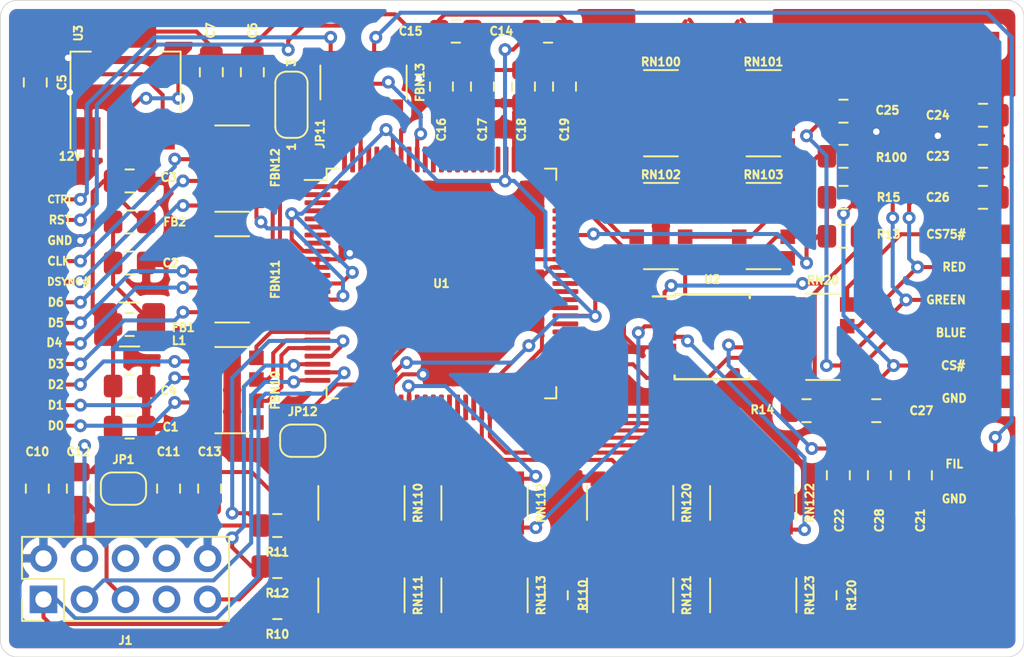
<source format=kicad_pcb>
(kicad_pcb (version 20171130) (host pcbnew "(5.1.5)-3")
  (layers (0 F.Cu signal) (31 B.Cu signal) (34 B.Paste user) (35 F.Paste user) (36 B.SilkS user) (37 F.SilkS user) (38 B.Mask user) (39 F.Mask user) (44 Edge.Cuts user))
  (net 0 "")
  (net 1 VCC_3V3)
  (net 2 GND)
  (net 3 "Net-(C2-Pad2)")
  (net 4 VCC_12V)
  (net 5 "Net-(C21-Pad2)")
  (net 6 "Net-(C23-Pad2)")
  (net 7 "Net-(C24-Pad2)")
  (net 8 "Net-(C25-Pad2)")
  (net 9 "Net-(C26-Pad2)")
  (net 10 "Net-(C27-Pad2)")
  (net 11 "Net-(FBN10-Pad6)")
  (net 12 "Net-(FBN10-Pad5)")
  (net 13 "Net-(FBN10-Pad8)")
  (net 14 "Net-(FBN10-Pad7)")
  (net 15 "Net-(FBN10-Pad3)")
  (net 16 "Net-(FBN10-Pad2)")
  (net 17 "Net-(FBN10-Pad4)")
  (net 18 "Net-(FBN10-Pad1)")
  (net 19 "Net-(FBN11-Pad6)")
  (net 20 "Net-(FBN11-Pad5)")
  (net 21 "Net-(FBN11-Pad8)")
  (net 22 "Net-(FBN11-Pad7)")
  (net 23 "Net-(FBN11-Pad3)")
  (net 24 "Net-(FBN11-Pad2)")
  (net 25 "Net-(FBN11-Pad4)")
  (net 26 "Net-(FBN11-Pad1)")
  (net 27 "Net-(FBN12-Pad6)")
  (net 28 "Net-(FBN12-Pad5)")
  (net 29 "Net-(FBN12-Pad8)")
  (net 30 "Net-(FBN12-Pad7)")
  (net 31 "Net-(FBN12-Pad3)")
  (net 32 "Net-(FBN12-Pad2)")
  (net 33 "Net-(FBN12-Pad4)")
  (net 34 "Net-(FBN12-Pad1)")
  (net 35 "Net-(FBN13-Pad6)")
  (net 36 "Net-(FBN13-Pad5)")
  (net 37 "Net-(FBN13-Pad8)")
  (net 38 "Net-(FBN13-Pad7)")
  (net 39 "Net-(FBN13-Pad3)")
  (net 40 "Net-(FBN13-Pad2)")
  (net 41 "Net-(FBN13-Pad4)")
  (net 42 "Net-(FBN13-Pad1)")
  (net 43 TDI)
  (net 44 "Net-(J1-Pad8)")
  (net 45 "Net-(J1-Pad7)")
  (net 46 "Net-(J1-Pad6)")
  (net 47 TMS)
  (net 48 TDO)
  (net 49 TCK)
  (net 50 "Net-(JP11-Pad3)")
  (net 51 JP11.1)
  (net 52 "Net-(JP12-Pad1)")
  (net 53 CSYNC#)
  (net 54 "Net-(R13-Pad1)")
  (net 55 RED#)
  (net 56 GREEN#)
  (net 57 BLUE#)
  (net 58 "Net-(RN20-Pad3)")
  (net 59 "Net-(RN20-Pad2)")
  (net 60 "Net-(RN20-Pad4)")
  (net 61 "Net-(RN20-Pad1)")
  (net 62 "Net-(RN100-Pad6)")
  (net 63 "Net-(RN100-Pad5)")
  (net 64 "Net-(RN100-Pad7)")
  (net 65 R1)
  (net 66 R0)
  (net 67 R2)
  (net 68 "Net-(RN101-Pad5)")
  (net 69 "Net-(RN101-Pad8)")
  (net 70 "Net-(RN101-Pad1)")
  (net 71 "Net-(RN102-Pad6)")
  (net 72 "Net-(RN102-Pad7)")
  (net 73 R5)
  (net 74 R4)
  (net 75 R6)
  (net 76 R3)
  (net 77 "Net-(RN110-Pad5)")
  (net 78 "Net-(RN110-Pad8)")
  (net 79 "Net-(RN110-Pad7)")
  (net 80 G0)
  (net 81 G1)
  (net 82 G2)
  (net 83 "Net-(RN111-Pad5)")
  (net 84 "Net-(RN111-Pad8)")
  (net 85 "Net-(RN111-Pad4)")
  (net 86 "Net-(RN112-Pad6)")
  (net 87 "Net-(RN112-Pad7)")
  (net 88 G4)
  (net 89 G5)
  (net 90 G3)
  (net 91 G6)
  (net 92 "Net-(RN120-Pad5)")
  (net 93 "Net-(RN120-Pad8)")
  (net 94 "Net-(RN120-Pad7)")
  (net 95 B0)
  (net 96 B1)
  (net 97 B2)
  (net 98 "Net-(RN121-Pad5)")
  (net 99 "Net-(RN121-Pad8)")
  (net 100 "Net-(RN121-Pad4)")
  (net 101 "Net-(RN122-Pad6)")
  (net 102 "Net-(RN122-Pad7)")
  (net 103 B4)
  (net 104 B5)
  (net 105 B3)
  (net 106 B6)
  (net 107 "Net-(U1-Pad97)")
  (net 108 "Net-(U1-Pad96)")
  (net 109 "Net-(U1-Pad95)")
  (net 110 "Net-(U1-Pad92)")
  (net 111 "Net-(U1-Pad90)")
  (net 112 "Net-(U1-Pad89)")
  (net 113 "Net-(U1-Pad88)")
  (net 114 "Net-(U1-Pad87)")
  (net 115 "Net-(U1-Pad86)")
  (net 116 "Net-(U1-Pad85)")
  (net 117 "Net-(U1-Pad84)")
  (net 118 "Net-(U1-Pad83)")
  (net 119 "Net-(U1-Pad82)")
  (net 120 "Net-(U1-Pad81)")
  (net 121 HSYNC#)
  (net 122 VSYNC#)
  (net 123 CLAMP#)
  (net 124 "Net-(U1-Pad67)")
  (net 125 "Net-(U1-Pad64)")
  (net 126 "Net-(U1-Pad62)")
  (net 127 "Net-(U1-Pad61)")
  (net 128 "Net-(U1-Pad58)")
  (net 129 "Net-(U1-Pad57)")
  (net 130 "Net-(U1-Pad56)")
  (net 131 "Net-(U1-Pad55)")
  (net 132 "Net-(U1-Pad54)")
  (net 133 BYP)
  (net 134 "Net-(U1-Pad52)")
  (net 135 "Net-(U1-Pad42)")
  (net 136 "Net-(U1-Pad41)")
  (net 137 "Net-(U1-Pad40)")
  (net 138 "Net-(U1-Pad39)")
  (net 139 "Net-(U1-Pad38)")
  (net 140 "Net-(U1-Pad37)")
  (net 141 "Net-(U1-Pad36)")
  (net 142 "Net-(U1-Pad35)")
  (net 143 "Net-(U1-Pad8)")
  (net 144 "Net-(U1-Pad7)")
  (net 145 "Net-(U1-Pad6)")
  (net 146 "Net-(U1-Pad5)")
  (net 147 "Net-(U1-Pad4)")
  (net 148 "Net-(U1-Pad3)")
  (module OFFSET:N64_LOGO_COPPER_6mm (layer F.Cu) (at 176.3 116)
    (fp_text reference G*** hide)
    (fp_text value LOGO hide)
    (fp_poly (pts (xy 0.017695 -2.991151) (xy 0.029151 -2.988293) (xy 0.039616 -2.98379) (xy 0.060737 -2.974363) (xy 0.091307 -2.961559) (xy 0.133305 -2.944603) (xy 0.188707 -2.922716) (xy 0.259491 -2.895123) (xy 0.347633 -2.861046) (xy 0.455112 -2.819708) (xy 0.538238 -2.787826) (xy 0.612293 -2.759298) (xy 0.682441 -2.732002) (xy 0.744108 -2.707739) (xy 0.792725 -2.688308) (xy 0.823716 -2.675509) (xy 0.8255 -2.674737) (xy 0.882952 -2.649717) (xy 0.882952 -2.086858) (xy 0.883141 -1.972802) (xy 0.883681 -1.866522) (xy 0.884534 -1.770388) (xy 0.885663 -1.686769) (xy 0.887028 -1.618034) (xy 0.888591 -1.566553) (xy 0.890315 -1.534696) (xy 0.892024 -1.524756) (xy 0.903279 -1.533773) (xy 0.925948 -1.557334) (xy 0.956117 -1.591266) (xy 0.973667 -1.611857) (xy 1.040983 -1.690932) (xy 1.097148 -1.753675) (xy 1.145817 -1.802883) (xy 1.190644 -1.841354) (xy 1.235286 -1.871886) (xy 1.283396 -1.897275) (xy 1.338629 -1.920321) (xy 1.404641 -1.94382) (xy 1.409488 -1.945463) (xy 1.466105 -1.965191) (xy 1.535603 -1.990272) (xy 1.608357 -2.017197) (xy 1.663095 -2.037959) (xy 1.735736 -2.065594) (xy 1.817035 -2.096045) (xy 1.8955 -2.125029) (xy 1.94343 -2.142456) (xy 2.078622 -2.191131) (xy 2.288144 -2.112559) (xy 2.418868 -2.063366) (xy 2.529358 -2.021386) (xy 2.622138 -1.985623) (xy 2.699732 -1.955084) (xy 2.76466 -1.928772) (xy 2.819448 -1.905695) (xy 2.866616 -1.884856) (xy 2.873178 -1.881867) (xy 2.970499 -1.837363) (xy 2.96994 -0.069361) (xy 2.969381 1.698642) (xy 2.818191 1.766823) (xy 2.763543 1.791095) (xy 2.691831 1.822391) (xy 2.608326 1.858442) (xy 2.5183 1.896977) (xy 2.427021 1.935729) (xy 2.371789 1.959004) (xy 2.076577 2.083004) (xy 1.984741 2.056446) (xy 1.949256 2.045132) (xy 1.895127 2.026512) (xy 1.826272 2.001997) (xy 1.74661 1.973002) (xy 1.660062 1.94094) (xy 1.570545 1.907225) (xy 1.561914 1.903943) (xy 1.477185 1.87189) (xy 1.399464 1.842843) (xy 1.331712 1.817882) (xy 1.276889 1.798083) (xy 1.237957 1.784526) (xy 1.217875 1.77829) (xy 1.216108 1.778) (xy 1.187574 1.770811) (xy 1.147131 1.751875) (xy 1.101278 1.72514) (xy 1.056514 1.694553) (xy 1.019339 1.664062) (xy 1.005755 1.650232) (xy 0.979872 1.621623) (xy 0.960918 1.602156) (xy 0.953999 1.596571) (xy 0.953 1.608234) (xy 0.952078 1.641494) (xy 0.951257 1.693756) (xy 0.950562 1.762426) (xy 0.950018 1.844912) (xy 0.94965 1.938618) (xy 0.949484 2.040952) (xy 0.949476 2.067949) (xy 0.949435 2.187225) (xy 0.949233 2.284661) (xy 0.948757 2.362606) (xy 0.947892 2.42341) (xy 0.946522 2.469423) (xy 0.944533 2.502996) (xy 0.941809 2.526477) (xy 0.938237 2.542218) (xy 0.9337 2.552567) (xy 0.928085 2.559875) (xy 0.925286 2.562691) (xy 0.908151 2.573322) (xy 0.871743 2.591772) (xy 0.819144 2.61662) (xy 0.753437 2.646445) (xy 0.677705 2.679829) (xy 0.595031 2.71535) (xy 0.580571 2.721473) (xy 0.489946 2.759895) (xy 0.399228 2.798598) (xy 0.312956 2.83563) (xy 0.235663 2.869037) (xy 0.171887 2.896867) (xy 0.128396 2.91616) (xy 0.07662 2.939151) (xy 0.03312 2.957869) (xy 0.00248 2.970382) (xy -0.010699 2.974761) (xy -0.024018 2.969925) (xy -0.054988 2.957205) (xy -0.099126 2.938481) (xy -0.151949 2.915632) (xy -0.157238 2.913323) (xy -0.211312 2.889884) (xy -0.279274 2.860712) (xy -0.357258 2.827438) (xy -0.4414 2.791694) (xy -0.527832 2.755113) (xy -0.612691 2.719327) (xy -0.69211 2.685968) (xy -0.762223 2.656668) (xy -0.819166 2.633059) (xy -0.859073 2.616773) (xy -0.868206 2.613142) (xy -0.903555 2.596983) (xy -0.93074 2.580577) (xy -0.936727 2.575481) (xy -0.949128 2.557446) (xy -0.971352 2.519343) (xy -1.00253 2.462805) (xy -1.041796 2.389464) (xy -1.088283 2.300955) (xy -1.141123 2.198909) (xy -1.199449 2.084959) (xy -1.246607 1.992005) (xy -1.284005 1.918465) (xy -1.312473 1.86399) (xy -1.333743 1.825932) (xy -1.349544 1.80164) (xy -1.361608 1.788466) (xy -1.371667 1.78376) (xy -1.381451 1.784873) (xy -1.38186 1.785001) (xy -1.400365 1.792287) (xy -1.437293 1.807962) (xy -1.489023 1.830446) (xy -1.551936 1.858162) (xy -1.622413 1.889532) (xy -1.650572 1.902148) (xy -1.757753 1.950114) (xy -1.845248 1.988885) (xy -1.915341 2.019381) (xy -1.97032 2.042524) (xy -2.012471 2.059236) (xy -2.044081 2.070437) (xy -2.067435 2.077048) (xy -2.08482 2.079992) (xy -2.092935 2.080381) (xy -2.11831 2.075416) (xy -2.158618 2.062101) (xy -2.207106 2.042802) (xy -2.233391 2.03115) (xy -2.27526 2.012373) (xy -2.334821 1.986326) (xy -2.407424 1.955009) (xy -2.488416 1.920423) (xy -2.573146 1.884566) (xy -2.624823 1.862863) (xy -2.7041 1.829629) (xy -2.777515 1.798763) (xy -2.841631 1.771717) (xy -2.893011 1.749945) (xy -2.928217 1.734897) (xy -2.942323 1.728725) (xy -2.975429 1.713641) (xy -2.975276 0.076425) (xy -2.8179 0.076425) (xy -2.817822 0.249092) (xy -2.817643 0.41863) (xy -2.817363 0.583339) (xy -2.816981 0.741516) (xy -2.816497 0.891462) (xy -2.81591 1.031476) (xy -2.81522 1.159855) (xy -2.814426 1.2749) (xy -2.813527 1.37491) (xy -2.812524 1.458184) (xy -2.811415 1.52302) (xy -2.8102 1.567717) (xy -2.808879 1.590576) (xy -2.808346 1.593187) (xy -2.794427 1.60273) (xy -2.761655 1.619814) (xy -2.713599 1.642894) (xy -2.653823 1.670422) (xy -2.585894 1.700852) (xy -2.513379 1.732635) (xy -2.439844 1.764225) (xy -2.368854 1.794076) (xy -2.303976 1.82064) (xy -2.248777 1.842369) (xy -2.206823 1.857718) (xy -2.181679 1.865139) (xy -2.181249 1.865218) (xy -2.177699 1.864347) (xy -2.174597 1.859366) (xy -2.171909 1.848755) (xy -2.169603 1.83099) (xy -2.167647 1.80455) (xy -2.166007 1.767912) (xy -2.164652 1.719555) (xy -2.163548 1.657955) (xy -2.162664 1.581591) (xy -2.161965 1.488941) (xy -2.161421 1.378483) (xy -2.160998 1.248693) (xy -2.160663 1.098051) (xy -2.160384 0.925034) (xy -2.160334 0.889) (xy -2.160011 0.737226) (xy -2.159476 0.592499) (xy -2.158751 0.456634) (xy -2.157854 0.331444) (xy -2.156807 0.218745) (xy -2.155629 0.120349) (xy -2.154342 0.038072) (xy -2.152964 -0.026274) (xy -2.151516 -0.070873) (xy -2.15002 -0.093912) (xy -2.149335 -0.096762) (xy -2.142024 -0.087615) (xy -2.125039 -0.059008) (xy -2.099541 -0.013107) (xy -2.066688 0.047917) (xy -2.02764 0.121898) (xy -1.983555 0.206665) (xy -1.935593 0.300052) (xy -1.903643 0.362857) (xy -1.84899 0.470559) (xy -1.793575 0.579533) (xy -1.739264 0.686126) (xy -1.687922 0.786685) (xy -1.641414 0.877558) (xy -1.601605 0.955093) (xy -1.570362 1.015637) (xy -1.563898 1.028095) (xy -1.498494 1.153957) (xy -1.442048 1.262618) (xy -1.392353 1.358336) (xy -1.3472 1.445369) (xy -1.304383 1.527977) (xy -1.261693 1.610417) (xy -1.216924 1.696948) (xy -1.167868 1.791828) (xy -1.125006 1.874762) (xy -1.078498 1.964491) (xy -1.032032 2.053645) (xy -0.987732 2.138188) (xy -0.947718 2.214084) (xy -0.914113 2.277298) (xy -0.889039 2.323795) (xy -0.885426 2.330385) (xy -0.817731 2.453389) (xy -0.569128 2.55957) (xy -0.449651 2.610463) (xy -0.34206 2.656021) (xy -0.247955 2.695578) (xy -0.16894 2.72847) (xy -0.106616 2.75403) (xy -0.062585 2.771596) (xy -0.038448 2.7805) (xy -0.034556 2.781502) (xy -0.02399 2.772483) (xy -0.021351 2.766786) (xy -0.020737 2.753108) (xy -0.020196 2.716622) (xy -0.01973 2.65871) (xy -0.01934 2.580756) (xy -0.019027 2.48414) (xy -0.018793 2.370246) (xy -0.018639 2.240456) (xy -0.018566 2.096152) (xy -0.018575 1.938717) (xy -0.018668 1.769533) (xy -0.018846 1.589982) (xy -0.019111 1.401447) (xy -0.019462 1.205311) (xy -0.019788 1.052286) (xy -0.020183 0.851348) (xy -0.020236 0.811804) (xy 0.846667 0.811804) (xy 0.846667 1.151894) (xy 0.910689 1.238161) (xy 0.947982 1.28888) (xy 0.991561 1.348846) (xy 1.033787 1.40753) (xy 1.046569 1.425449) (xy 1.099621 1.496082) (xy 1.145205 1.547484) (xy 1.186114 1.582329) (xy 1.225142 1.603289) (xy 1.236408 1.607122) (xy 1.266372 1.617122) (xy 1.310468 1.633053) (xy 1.360361 1.651883) (xy 1.37281 1.656707) (xy 1.424503 1.676691) (xy 1.474032 1.69556) (xy 1.512197 1.709814) (xy 1.517952 1.71191) (xy 1.546419 1.722305) (xy 1.592149 1.739125) (xy 1.649726 1.760373) (xy 1.713736 1.784053) (xy 1.741714 1.794421) (xy 1.80266 1.816498) (xy 1.855592 1.834691) (xy 1.896402 1.847665) (xy 1.920983 1.854085) (xy 1.9261 1.854336) (xy 1.922709 1.843387) (xy 1.906896 1.817253) (xy 1.881176 1.779776) (xy 1.848068 1.734797) (xy 1.845923 1.731971) (xy 1.789442 1.657895) (xy 1.725003 1.573704) (xy 1.654252 1.481522) (xy 1.578835 1.383477) (xy 1.500398 1.281693) (xy 1.420587 1.178297) (xy 1.341048 1.075415) (xy 1.263426 0.975172) (xy 1.189367 0.879695) (xy 1.120518 0.791109) (xy 1.058525 0.711541) (xy 1.005032 0.643116) (xy 0.961687 0.58796) (xy 0.930134 0.5482) (xy 0.914707 0.529167) (xy 0.88814 0.498974) (xy 0.8669 0.478165) (xy 0.856869 0.471714) (xy 0.854232 0.4833) (xy 0.851849 0.516023) (xy 0.84981 0.566827) (xy 0.848207 0.632661) (xy 0.847132 0.710469) (xy 0.846676 0.797199) (xy 0.846667 0.811804) (xy -0.020236 0.811804) (xy -0.020445 0.656991) (xy -0.020576 0.470594) (xy -0.020582 0.293538) (xy -0.020466 0.127202) (xy -0.020232 -0.027033) (xy -0.019884 -0.167787) (xy -0.019426 -0.293682) (xy -0.018863 -0.403335) (xy -0.018197 -0.495368) (xy -0.017434 -0.5684) (xy -0.016576 -0.621052) (xy -0.015628 -0.651943) (xy -0.01485 -0.660019) (xy 0.000168 -0.670261) (xy 0.03163 -0.685305) (xy 0.0731 -0.702113) (xy 0.078619 -0.704169) (xy 0.115726 -0.718102) (xy 0.170502 -0.738998) (xy 0.238097 -0.76499) (xy 0.31366 -0.794209) (xy 0.392338 -0.824791) (xy 0.411238 -0.832162) (xy 0.521958 -0.875274) (xy 0.612333 -0.910214) (xy 0.684493 -0.937758) (xy 0.740568 -0.958683) (xy 0.782687 -0.973764) (xy 0.812979 -0.983779) (xy 0.833574 -0.989503) (xy 0.846603 -0.991714) (xy 0.849107 -0.99181) (xy 0.861937 -0.981897) (xy 0.887201 -0.95292) (xy 0.92403 -0.906017) (xy 0.971553 -0.842326) (xy 1.0289 -0.762987) (xy 1.091582 -0.674309) (xy 1.194754 -0.527082) (xy 1.285016 -0.398407) (xy 1.363285 -0.286988) (xy 1.430476 -0.19153) (xy 1.487508 -0.110736) (xy 1.535295 -0.043309) (xy 1.574756 0.012047) (xy 1.606807 0.056629) (xy 1.632364 0.091732) (xy 1.650961 0.116813) (xy 1.677792 0.153551) (xy 1.714123 0.204675) (xy 1.755959 0.264495) (xy 1.799305 0.327321) (xy 1.818022 0.354739) (xy 1.873803 0.43559) (xy 1.926098 0.509174) (xy 1.973162 0.573199) (xy 2.013251 0.625374) (xy 2.044619 0.663407) (xy 2.065522 0.685005) (xy 2.072592 0.689144) (xy 2.074754 0.677566) (xy 2.076346 0.644491) (xy 2.077351 0.592602) (xy 2.077755 0.524585) (xy 2.07754 0.443127) (xy 2.076691 0.350912) (xy 2.075197 0.250976) (xy 2.073787 0.147414) (xy 2.072817 0.024399) (xy 2.072283 -0.113337) (xy 2.072183 -0.261061) (xy 2.072514 -0.414041) (xy 2.073275 -0.567542) (xy 2.074462 -0.716833) (xy 2.075789 -0.835742) (xy 2.08413 -1.484008) (xy 2.333231 -1.582233) (xy 2.411018 -1.612813) (xy 2.485899 -1.642081) (xy 2.55331 -1.668267) (xy 2.608682 -1.689598) (xy 2.64745 -1.704301) (xy 2.654905 -1.707061) (xy 2.702766 -1.725416) (xy 2.729642 -1.738843) (xy 2.73758 -1.749813) (xy 2.728627 -1.760796) (xy 2.708869 -1.772193) (xy 2.683691 -1.78362) (xy 2.6398 -1.80188) (xy 2.581178 -1.82542) (xy 2.511803 -1.852693) (xy 2.435656 -1.882148) (xy 2.356716 -1.912236) (xy 2.278965 -1.941407) (xy 2.206382 -1.968112) (xy 2.195846 -1.971932) (xy 2.124942 -1.993553) (xy 2.064955 -2.000873) (xy 2.007103 -1.99363) (xy 1.942603 -1.971562) (xy 1.924785 -1.963866) (xy 1.848451 -1.931575) (xy 1.754737 -1.894973) (xy 1.641564 -1.853269) (xy 1.530048 -1.813753) (xy 1.448631 -1.784783) (xy 1.386071 -1.760751) (xy 1.338162 -1.739298) (xy 1.300695 -1.718068) (xy 1.269463 -1.694706) (xy 1.240259 -1.666854) (xy 1.21179 -1.635496) (xy 1.178825 -1.598113) (xy 1.134508 -1.548291) (xy 1.083737 -1.491512) (xy 1.031406 -1.433259) (xy 1.009952 -1.409464) (xy 0.954885 -1.347842) (xy 0.896073 -1.280987) (xy 0.839623 -1.215904) (xy 0.791643 -1.159598) (xy 0.780143 -1.145861) (xy 0.741796 -1.100804) (xy 0.707789 -1.06269) (xy 0.681685 -1.035389) (xy 0.667048 -1.022771) (xy 0.666615 -1.022567) (xy 0.646693 -1.02366) (xy 0.60464 -1.034413) (xy 0.540448 -1.05483) (xy 0.454109 -1.084913) (xy 0.345616 -1.124665) (xy 0.21496 -1.174087) (xy 0.187476 -1.18463) (xy -0.006048 -1.259014) (xy -0.060476 -1.241514) (xy -0.086815 -1.232273) (xy -0.131852 -1.215623) (xy -0.191773 -1.193011) (xy -0.262764 -1.165882) (xy -0.341011 -1.135684) (xy -0.399143 -1.113071) (xy -0.508098 -1.070593) (xy -0.596695 -1.036204) (xy -0.667083 -1.009134) (xy -0.721412 -0.988612) (xy -0.761832 -0.973864) (xy -0.790494 -0.964122) (xy -0.809547 -0.958613) (xy -0.821142 -0.956565) (xy -0.827429 -0.957209) (xy -0.829632 -0.958647) (xy -0.828849 -0.968436) (xy -0.819539 -0.992161) (xy -0.801041 -1.031142) (xy -0.772695 -1.086698) (xy -0.733837 -1.16015) (xy -0.683809 -1.252817) (xy -0.664569 -1.288143) (xy -0.647974 -1.317925) (xy -0.621278 -1.365068) (xy -0.586518 -1.426008) (xy -0.545731 -1.497183) (xy -0.500955 -1.575029) (xy -0.454229 -1.655984) (xy -0.453613 -1.657048) (xy -0.372359 -1.797996) (xy -0.302322 -1.920459) (xy -0.242245 -2.026673) (xy -0.190872 -2.118879) (xy -0.146943 -2.199316) (xy -0.109395 -2.269855) (xy -0.08319 -2.314724) (xy -0.06054 -2.340754) (xy -0.038171 -2.352095) (xy -0.015875 -2.359334) (xy 0.023855 -2.374088) (xy 0.076161 -2.394484) (xy 0.136182 -2.418648) (xy 0.163286 -2.429786) (xy 0.23456 -2.459235) (xy 0.309222 -2.490045) (xy 0.379171 -2.518875) (xy 0.436308 -2.542385) (xy 0.4445 -2.545751) (xy 0.491565 -2.565775) (xy 0.528844 -2.58296) (xy 0.55157 -2.595032) (xy 0.556281 -2.59911) (xy 0.545472 -2.605434) (xy 0.515334 -2.618873) (xy 0.469211 -2.638104) (xy 0.410444 -2.661804) (xy 0.342377 -2.688649) (xy 0.268353 -2.717314) (xy 0.191713 -2.746478) (xy 0.115801 -2.774816) (xy 0.071637 -2.791002) (xy -0.007917 -2.819922) (xy -0.218649 -2.740226) (xy -0.349561 -2.690518) (xy -0.459197 -2.648439) (xy -0.549032 -2.613394) (xy -0.620541 -2.584791) (xy -0.675198 -2.562038) (xy -0.714478 -2.544542) (xy -0.739857 -2.53171) (xy -0.744849 -2.528763) (xy -0.769391 -2.505997) (xy -0.797562 -2.468582) (xy -0.820675 -2.429687) (xy -0.837058 -2.39905) (xy -0.863242 -2.350764) (xy -0.897305 -2.288342) (xy -0.937324 -2.215297) (xy -0.98138 -2.135142) (xy -1.027549 -2.051389) (xy -1.035365 -2.037235) (xy -1.079343 -1.957052) (xy -1.11924 -1.883224) (xy -1.153601 -1.818528) (xy -1.180971 -1.765745) (xy -1.199895 -1.727653) (xy -1.208919 -1.707031) (xy -1.209479 -1.704616) (xy -1.203478 -1.683004) (xy -1.188932 -1.653682) (xy -1.187326 -1.651) (xy -1.176437 -1.630777) (xy -1.156783 -1.591884) (xy -1.129932 -1.537521) (xy -1.097453 -1.470889) (xy -1.060915 -1.395191) (xy -1.021887 -1.313627) (xy -1.018037 -1.305543) (xy -0.870857 -0.996372) (xy -0.870857 0.764951) (xy -0.898071 0.747192) (xy -0.914581 0.72943) (xy -0.938103 0.69517) (xy -0.965203 0.649735) (xy -0.98678 0.609645) (xy -1.004112 0.576251) (xy -1.031514 0.523933) (xy -1.0677 0.455125) (xy -1.111384 0.372265) (xy -1.161281 0.277787) (xy -1.216104 0.174126) (xy -1.274568 0.063719) (xy -1.335387 -0.051) (xy -1.369298 -0.114905) (xy -1.475154 -0.314349) (xy -1.570205 -0.493508) (xy -1.655013 -0.653448) (xy -1.730136 -0.79524) (xy -1.796135 -0.919951) (xy -1.853569 -1.028651) (xy -1.902999 -1.122407) (xy -1.944984 -1.20229) (xy -1.980083 -1.269367) (xy -2.008857 -1.324708) (xy -2.031866 -1.36938) (xy -2.049669 -1.404454) (xy -2.062827 -1.430997) (xy -2.071899 -1.450078) (xy -2.077444 -1.462766) (xy -2.080023 -1.470129) (xy -2.080381 -1.472357) (xy -2.069613 -1.479891) (xy -2.039634 -1.494396) (xy -1.993934 -1.51448) (xy -1.936002 -1.53875) (xy -1.869327 -1.565816) (xy -1.797397 -1.594285) (xy -1.723702 -1.622765) (xy -1.65173 -1.649867) (xy -1.584972 -1.674197) (xy -1.526915 -1.694364) (xy -1.508721 -1.700368) (xy -1.462918 -1.716463) (xy -1.427935 -1.731165) (xy -1.408662 -1.742292) (xy -1.406485 -1.745979) (xy -1.419937 -1.757093) (xy -1.453784 -1.775119) (xy -1.505576 -1.799019) (xy -1.572864 -1.827754) (xy -1.653196 -1.860283) (xy -1.744121 -1.895568) (xy -1.843191 -1.93257) (xy -1.866419 -1.94105) (xy -2.093933 -2.023752) (xy -2.156705 -1.998325) (xy -2.208993 -1.977484) (xy -2.273619 -1.952249) (xy -2.346527 -1.924151) (xy -2.423658 -1.89472) (xy -2.500958 -1.865486) (xy -2.57437 -1.837979) (xy -2.639836 -1.813728) (xy -2.693302 -1.794264) (xy -2.730709 -1.781117) (xy -2.743755 -1.776899) (xy -2.78571 -1.758521) (xy -2.806913 -1.733478) (xy -2.807335 -1.732405) (xy -2.808706 -1.716917) (xy -2.809984 -1.679045) (xy -2.811169 -1.620488) (xy -2.812259 -1.542948) (xy -2.813255 -1.448126) (xy -2.814156 -1.337722) (xy -2.814961 -1.213437) (xy -2.81567 -1.076973) (xy -2.816283 -0.930031) (xy -2.816798 -0.77431) (xy -2.817216 -0.611513) (xy -2.817535 -0.44334) (xy -2.817756 -0.271492) (xy -2.817878 -0.09767) (xy -2.8179 0.076425) (xy -2.975276 0.076425) (xy -2.975263 -0.053346) (xy -2.975197 -0.258548) (xy -2.975041 -0.457348) (xy -2.9748 -0.648379) (xy -2.97448 -0.830277) (xy -2.974087 -1.001674) (xy -2.973625 -1.161204) (xy -2.9731 -1.307501) (xy -2.972519 -1.4392) (xy -2.971885 -1.554933) (xy -2.971205 -1.653335) (xy -2.970484 -1.733039) (xy -2.969727 -1.792679) (xy -2.968941 -1.830889) (xy -2.96813 -1.846303) (xy -2.968113 -1.846371) (xy -2.957569 -1.862872) (xy -2.932665 -1.879078) (xy -2.889477 -1.897292) (xy -2.868492 -1.904856) (xy -2.832662 -1.917798) (xy -2.778229 -1.93797) (xy -2.709155 -1.963879) (xy -2.6294 -1.994032) (xy -2.542926 -2.026937) (xy -2.453694 -2.061102) (xy -2.448048 -2.063271) (xy -2.362553 -2.095657) (xy -2.282863 -2.12496) (xy -2.212195 -2.150067) (xy -2.153765 -2.169863) (xy -2.110787 -2.183236) (xy -2.086478 -2.189073) (xy -2.084198 -2.189238) (xy -2.06116 -2.184678) (xy -2.017983 -2.171532) (xy -1.956824 -2.150599) (xy -1.879841 -2.122679) (xy -1.789191 -2.088569) (xy -1.687031 -2.049071) (xy -1.575517 -2.004984) (xy -1.456807 -1.957106) (xy -1.446877 -1.953059) (xy -1.394513 -1.93254) (xy -1.35023 -1.916752) (xy -1.318816 -1.907296) (xy -1.305209 -1.905665) (xy -1.29544 -1.91848) (xy -1.275942 -1.949532) (xy -1.248447 -1.995753) (xy -1.214687 -2.054079) (xy -1.176395 -2.121441) (xy -1.135302 -2.194775) (xy -1.093141 -2.271012) (xy -1.051643 -2.347088) (xy -1.012542 -2.419934) (xy -0.98264 -2.476724) (xy -0.960847 -2.519769) (xy -0.9432 -2.555356) (xy -0.927506 -2.584864) (xy -0.911576 -2.609675) (xy -0.893219 -2.631169) (xy -0.870243 -2.650726) (xy -0.840457 -2.669726) (xy -0.801671 -2.689552) (xy -0.751694 -2.711582) (xy -0.688334 -2.737197) (xy -0.609402 -2.767778) (xy -0.512706 -2.804706) (xy -0.396054 -2.84936) (xy -0.383717 -2.854108) (xy -0.280431 -2.893828) (xy -0.197246 -2.925584) (xy -0.1317 -2.950132) (xy -0.081327 -2.968225) (xy -0.043664 -2.980619) (xy -0.016249 -2.988068) (xy 0.003383 -2.991327) (xy 0.017695 -2.991151)) (layer F.Cu) (width 0.01))
  )
  (module OFFSET:SOLDER_PAD_2 (layer F.Cu) (at 179.522 110.801 90)
    (fp_text reference P21)
    (fp_text value GND (at 0 -2.286) (layer F.SilkS) (effects (font (size 0.5 0.5) (thickness 0.125))))
    (pad 1 smd rect (at 0 -0.5 90) (size 1.2 2.2) (drill (offset 0 0.6)) (layers F.Cu F.Paste F.Mask) (net 2 GND))
  )
  (module OFFSET:OFFSET_LOGO_2.6mm (layer F.Cu) (at 174.061 83.2)
    (fp_text reference G*** hide)
    (fp_text value LOGO hide)
    (fp_poly (pts (xy -4.498965 -0.818054) (xy -4.455544 -0.814545) (xy -4.420587 -0.806652) (xy -4.385645 -0.792845) (xy -4.366762 -0.783847) (xy -4.284132 -0.729701) (xy -4.215564 -0.655197) (xy -4.160936 -0.560085) (xy -4.120125 -0.444116) (xy -4.093008 -0.307039) (xy -4.082623 -0.205896) (xy -4.073428 -0.0762) (xy -5.0419 -0.0762) (xy -5.0419 -0.163437) (xy -5.037087 -0.25484) (xy -5.023788 -0.351525) (xy -5.003718 -0.444638) (xy -4.978589 -0.525326) (xy -4.966059 -0.555287) (xy -4.918585 -0.636631) (xy -4.85838 -0.708105) (xy -4.790947 -0.763863) (xy -4.746165 -0.788768) (xy -4.706815 -0.803902) (xy -4.666557 -0.813033) (xy -4.616893 -0.817521) (xy -4.5593 -0.818709) (xy -4.498965 -0.818054)) (layer F.Cu) (width 0.01))
    (fp_poly (pts (xy 5.9563 -0.0762) (xy 4.826 -0.0762) (xy 4.826 1.0414) (xy 4.3688 1.0414) (xy 4.3688 -0.0762) (xy 3.3909 -0.0762) (xy 3.3909 0.0762) (xy 2.5146 0.0762) (xy 2.5146 0.6858) (xy 3.5433 0.6858) (xy 3.5433 1.0414) (xy 2.0574 1.0414) (xy 2.0574 -0.0762) (xy 1.432583 -0.0762) (xy 1.506866 -0.019864) (xy 1.596121 0.059287) (xy 1.662601 0.14531) (xy 1.707578 0.241) (xy 1.732324 0.349152) (xy 1.73811 0.472562) (xy 1.737635 0.48742) (xy 1.727347 0.591135) (xy 1.703714 0.678967) (xy 1.664208 0.758016) (xy 1.619259 0.819967) (xy 1.543161 0.893752) (xy 1.448217 0.954874) (xy 1.337811 1.002954) (xy 1.215328 1.037614) (xy 1.084153 1.058475) (xy 0.947672 1.065158) (xy 0.80927 1.057286) (xy 0.672331 1.034478) (xy 0.540241 0.996357) (xy 0.43574 0.952338) (xy 0.317654 0.88165) (xy 0.219433 0.795819) (xy 0.141785 0.695818) (xy 0.085418 0.582619) (xy 0.051041 0.457195) (xy 0.044918 0.415634) (xy 0.036199 0.342319) (xy 0.268924 0.345784) (xy 0.50165 0.34925) (xy 0.509514 0.413681) (xy 0.529654 0.499079) (xy 0.568379 0.569162) (xy 0.613033 0.615942) (xy 0.665602 0.653763) (xy 0.72383 0.680008) (xy 0.793067 0.696159) (xy 0.878667 0.7037) (xy 0.93345 0.704714) (xy 0.997283 0.704216) (xy 1.042932 0.701769) (xy 1.0776 0.696164) (xy 1.108491 0.68619) (xy 1.14281 0.670637) (xy 1.146191 0.668982) (xy 1.212847 0.625418) (xy 1.256946 0.570674) (xy 1.279332 0.503453) (xy 1.2827 0.458851) (xy 1.27877 0.402587) (xy 1.265531 0.353633) (xy 1.240807 0.310222) (xy 1.202422 0.270587) (xy 1.148202 0.232963) (xy 1.07597 0.195582) (xy 0.983551 0.156679) (xy 0.86877 0.114487) (xy 0.8509 0.108255) (xy 0.774271 0.080299) (xy 0.692434 0.048176) (xy 0.615193 0.015858) (xy 0.55245 -0.012638) (xy 0.42545 -0.074047) (xy 0.9271 -0.075759) (xy 1.42875 -0.07747) (xy 1.329874 -0.128016) (xy 1.282381 -0.150098) (xy 1.217764 -0.177082) (xy 1.143102 -0.206164) (xy 1.065473 -0.234537) (xy 1.030643 -0.246604) (xy 0.912102 -0.288642) (xy 0.815911 -0.327036) (xy 0.739534 -0.363225) (xy 0.680434 -0.398647) (xy 0.636074 -0.43474) (xy 0.603918 -0.472943) (xy 0.589901 -0.496555) (xy 0.574518 -0.549714) (xy 0.574441 -0.613274) (xy 0.589348 -0.677611) (xy 0.596486 -0.695166) (xy 0.634334 -0.749438) (xy 0.690561 -0.792458) (xy 0.760559 -0.823774) (xy 0.839716 -0.842932) (xy 0.923422 -0.849481) (xy 1.007066 -0.842966) (xy 1.08604 -0.822936) (xy 1.155731 -0.788936) (xy 1.198792 -0.754341) (xy 1.240997 -0.699226) (xy 1.270394 -0.634995) (xy 1.282358 -0.571934) (xy 1.282421 -0.568325) (xy 1.2827 -0.5207) (xy 1.7399 -0.5207) (xy 1.739632 -0.587375) (xy 1.73176 -0.655079) (xy 1.710871 -0.732213) (xy 1.680334 -0.808799) (xy 1.643518 -0.874861) (xy 1.64161 -0.877654) (xy 1.558992 -0.975405) (xy 1.457092 -1.05862) (xy 1.338612 -1.12549) (xy 1.206251 -1.174205) (xy 1.1938 -1.177624) (xy 1.175068 -1.1811) (xy 2.0574 -1.1811) (xy 2.0574 -0.0762) (xy 3.3909 -0.0762) (xy 3.3909 -0.2794) (xy 2.5146 -0.2794) (xy 2.5146 -0.8128) (xy 3.5433 -0.8128) (xy 3.5433 -1.1811) (xy 3.6957 -1.1811) (xy 3.6957 -0.8128) (xy 4.3688 -0.8128) (xy 4.3688 -0.0762) (xy 4.826 -0.0762) (xy 4.826 -0.8128) (xy 5.4991 -0.8128) (xy 5.4991 -1.1811) (xy 3.6957 -1.1811) (xy 3.5433 -1.1811) (xy 2.0574 -1.1811) (xy 1.175068 -1.1811) (xy 1.126745 -1.190067) (xy 1.042135 -1.197624) (xy 0.947323 -1.200377) (xy 0.84966 -1.19841) (xy 0.756502 -1.191806) (xy 0.6752 -1.180648) (xy 0.633277 -1.17129) (xy 0.497133 -1.123805) (xy 0.380058 -1.061222) (xy 0.28279 -0.984084) (xy 0.206066 -0.892936) (xy 0.168391 -0.828123) (xy 0.147878 -0.785669) (xy 0.134311 -0.752473) (xy 0.126287 -0.721273) (xy 0.122401 -0.684806) (xy 0.12125 -0.635811) (xy 0.121343 -0.584815) (xy 0.122421 -0.516471) (xy 0.125521 -0.466807) (xy 0.131579 -0.429124) (xy 0.141531 -0.396725) (xy 0.150641 -0.375086) (xy 0.210095 -0.273004) (xy 0.289656 -0.181414) (xy 0.347333 -0.132248) (xy 0.421616 -0.0762) (xy -0.2413 -0.0762) (xy -0.2413 0.1143) (xy -1.1176 0.1143) (xy -1.1176 1.0414) (xy -1.5748 1.0414) (xy -1.5748 -0.0762) (xy -1.9558 -0.0762) (xy -1.9558 0.1143) (xy -2.8321 0.1143) (xy -2.8321 1.0414) (xy -3.2893 1.0414) (xy -3.2893 -0.0762) (xy -3.615958 -0.0762) (xy -3.622878 -0.219075) (xy -3.641122 -0.392866) (xy -3.678541 -0.550672) (xy -3.735642 -0.693734) (xy -3.812934 -0.82329) (xy -3.910923 -0.940582) (xy -3.92326 -0.95306) (xy -4.032817 -1.046284) (xy -4.152433 -1.117294) (xy -4.283833 -1.166824) (xy -4.355698 -1.1811) (xy -3.2893 -1.1811) (xy -3.2893 -0.0762) (xy -1.9558 -0.0762) (xy -1.9558 -0.2413) (xy -2.8321 -0.2413) (xy -2.8321 -0.8128) (xy -1.8415 -0.8128) (xy -1.8415 -1.1811) (xy -1.5748 -1.1811) (xy -1.5748 -0.0762) (xy -0.2413 -0.0762) (xy -0.2413 -0.2413) (xy -1.1176 -0.2413) (xy -1.1176 -0.8128) (xy -0.127 -0.8128) (xy -0.127 -1.1811) (xy -1.5748 -1.1811) (xy -1.8415 -1.1811) (xy -3.2893 -1.1811) (xy -4.355698 -1.1811) (xy -4.428742 -1.19561) (xy -4.5085 -1.202545) (xy -4.667809 -1.199566) (xy -4.81688 -1.1737) (xy -4.954563 -1.125782) (xy -5.079708 -1.056645) (xy -5.191164 -0.967121) (xy -5.28778 -0.858046) (xy -5.368405 -0.730251) (xy -5.431889 -0.58457) (xy -5.453091 -0.518502) (xy -5.471072 -0.445175) (xy -5.487372 -0.358287) (xy -5.500547 -0.267609) (xy -5.509153 -0.182909) (xy -5.5118 -0.121151) (xy -5.5118 -0.0762) (xy -5.045675 -0.0762) (xy -5.038094 0.066675) (xy -5.022257 0.213929) (xy -4.991558 0.342253) (xy -4.94629 0.451141) (xy -4.886747 0.54009) (xy -4.813221 0.608596) (xy -4.726007 0.656155) (xy -4.686928 0.669322) (xy -4.612995 0.681363) (xy -4.528915 0.680999) (xy -4.445307 0.66913) (xy -4.372791 0.646657) (xy -4.362214 0.64179) (xy -4.280937 0.58822) (xy -4.213398 0.513698) (xy -4.159535 0.418096) (xy -4.119287 0.301288) (xy -4.092595 0.163147) (xy -4.082284 0.058897) (xy -4.073234 -0.0762) (xy -3.6195 -0.0762) (xy -3.6195 0.030086) (xy -3.629535 0.18298) (xy -3.658419 0.336269) (xy -3.704322 0.48264) (xy -3.765416 0.61478) (xy -3.766067 0.61595) (xy -3.848211 0.738059) (xy -3.948452 0.843815) (xy -4.064218 0.931195) (xy -4.192935 0.998178) (xy -4.29895 1.034502) (xy -4.344259 1.043327) (xy -4.406788 1.050999) (xy -4.47904 1.057072) (xy -4.553515 1.061103) (xy -4.622714 1.062648) (xy -4.679139 1.061261) (xy -4.70535 1.058587) (xy -4.857008 1.022318) (xy -4.995213 0.964829) (xy -5.119034 0.886784) (xy -5.227539 0.788849) (xy -5.319797 0.671686) (xy -5.371634 0.583573) (xy -5.427818 0.455267) (xy -5.468872 0.314064) (xy -5.495818 0.156132) (xy -5.50247 0.092075) (xy -5.517247 -0.076201) (xy -5.736774 -0.0762) (xy -5.9563 -0.0762) (xy -5.9563 -1.3081) (xy 5.9563 -1.3081) (xy 5.9563 -0.0762)) (layer F.Cu) (width 0.01))
  )
  (module OFFSET:SOLDER_PAD_2 (layer F.Cu) (at 179.522 108.642 90)
    (fp_text reference P12)
    (fp_text value FIL (at 0 -2.286) (layer F.SilkS) (effects (font (size 0.5 0.5) (thickness 0.125))))
    (pad 1 smd rect (at 0 -0.5 90) (size 1.2 2.2) (drill (offset 0 0.6)) (layers F.Cu F.Paste F.Mask) (net 40 "Net-(FBN13-Pad2)"))
  )
  (module OFFSET:SOLDER_PAD_2 (layer F.Cu) (at 179.522 104.578 90)
    (fp_text reference P20)
    (fp_text value GND (at 0 -2.286) (layer F.SilkS) (effects (font (size 0.5 0.5) (thickness 0.125))))
    (pad 1 smd rect (at 0 -0.5 90) (size 1.2 2.2) (drill (offset 0 0.6)) (layers F.Cu F.Paste F.Mask) (net 2 GND))
  )
  (module OFFSET:SOLDER_PAD_2 (layer F.Cu) (at 179.522 102.546 90)
    (fp_text reference P19)
    (fp_text value CS# (at 0 -2.354) (layer F.SilkS) (effects (font (size 0.5 0.5))))
    (pad 1 smd rect (at 0 -0.5 90) (size 1.2 2.2) (drill (offset 0 0.6)) (layers F.Cu F.Paste F.Mask) (net 10 "Net-(C27-Pad2)"))
  )
  (module OFFSET:SOLDER_PAD_2 (layer F.Cu) (at 179.522 100.514 90)
    (fp_text reference P18)
    (fp_text value BLUE (at 0 -2.478) (layer F.SilkS) (effects (font (size 0.5 0.5))))
    (pad 1 smd rect (at 0 -0.5 90) (size 1.2 2.2) (drill (offset 0 0.6)) (layers F.Cu F.Paste F.Mask) (net 8 "Net-(C25-Pad2)"))
  )
  (module OFFSET:SOLDER_PAD_2 (layer F.Cu) (at 179.522 98.482 90)
    (fp_text reference P17)
    (fp_text value GREEN (at 0 -2.794) (layer F.SilkS) (effects (font (size 0.5 0.5))))
    (pad 1 smd rect (at 0 -0.5 90) (size 1.2 2.2) (drill (offset 0 0.6)) (layers F.Cu F.Paste F.Mask) (net 7 "Net-(C24-Pad2)"))
  )
  (module OFFSET:SOLDER_PAD_2 (layer F.Cu) (at 179.522 96.45 90)
    (fp_text reference P16)
    (fp_text value RED (at 0 -2.286) (layer F.SilkS) (effects (font (size 0.5 0.5) (thickness 0.125))))
    (pad 1 smd rect (at 0 -0.5 90) (size 1.2 2.2) (drill (offset 0 0.6)) (layers F.Cu F.Paste F.Mask) (net 6 "Net-(C23-Pad2)"))
  )
  (module OFFSET:SOLDER_PAD_2 (layer F.Cu) (at 179.522 94.418 90)
    (fp_text reference P15)
    (fp_text value CS75# (at 0 -2.794) (layer F.SilkS) (effects (font (size 0.5 0.5) (thickness 0.125))))
    (pad 1 smd rect (at 0 -0.5 90) (size 1.2 2.2) (drill (offset 0 0.6)) (layers F.Cu F.Paste F.Mask) (net 9 "Net-(C26-Pad2)"))
  )
  (module OFFSET:SOLDER_PAD (layer F.Cu) (at 120.5178 89.6428 270)
    (fp_text reference P1)
    (fp_text value 12V (at -0.0508 -1.9812) (layer F.SilkS) (effects (font (size 0.5 0.5))))
    (pad 1 smd rect (at 0 -0.25 270) (size 1.5 2.2) (drill (offset 0 0.4)) (layers F.Cu F.Paste F.Mask) (net 4 VCC_12V))
  )
  (module OFFSET:SOLDER_PAD (layer F.Cu) (at 120.217 94.807 270)
    (fp_text reference P2)
    (fp_text value GND (at 0 -1.647) (layer F.SilkS) (effects (font (size 0.5 0.5) (thickness 0.125))))
    (pad 1 smd rect (at 0 -0.25 270) (size 0.8 1.6) (drill (offset 0 0.4)) (layers F.Cu F.Paste F.Mask) (net 2 GND))
  )
  (module OFFSET:SOLDER_PAD (layer F.Cu) (at 120.217 96.081 270)
    (fp_text reference P3)
    (fp_text value CLK (at 0 -1.583) (layer F.SilkS) (effects (font (size 0.5 0.5) (thickness 0.125))))
    (pad 1 smd rect (at 0 -0.25 270) (size 0.8 1.6) (drill (offset 0 0.4)) (layers F.Cu F.Paste F.Mask) (net 32 "Net-(FBN12-Pad2)"))
  )
  (module OFFSET:SOLDER_PAD (layer F.Cu) (at 120.217 97.355 270)
    (fp_text reference P4)
    (fp_text value DSYNC# (at 0 -2.183) (layer F.SilkS) (effects (font (size 0.45 0.45) (thickness 0.1125))))
    (pad 1 smd rect (at 0 -0.25 270) (size 0.8 1.6) (drill (offset 0 0.4)) (layers F.Cu F.Paste F.Mask) (net 31 "Net-(FBN12-Pad3)"))
  )
  (module OFFSET:SOLDER_PAD (layer F.Cu) (at 120.217 98.629 270)
    (fp_text reference P5)
    (fp_text value D6 (at 0 -1.393) (layer F.SilkS) (effects (font (size 0.5 0.5))))
    (pad 1 smd rect (at 0 -0.25 270) (size 0.8 1.6) (drill (offset 0 0.4)) (layers F.Cu F.Paste F.Mask) (net 33 "Net-(FBN12-Pad4)"))
  )
  (module OFFSET:SOLDER_PAD (layer F.Cu) (at 120.217 99.903 270)
    (fp_text reference P6)
    (fp_text value D5 (at 0 -1.397) (layer F.SilkS) (effects (font (size 0.5 0.5))))
    (pad 1 smd rect (at 0 -0.25 270) (size 0.8 1.6) (drill (offset 0 0.4)) (layers F.Cu F.Paste F.Mask) (net 24 "Net-(FBN11-Pad2)"))
  )
  (module OFFSET:SOLDER_PAD (layer F.Cu) (at 120.217 101.177 270)
    (fp_text reference P7)
    (fp_text value D4 (at -0.048 -1.305) (layer F.SilkS) (effects (font (size 0.5 0.5))))
    (pad 1 smd rect (at 0 -0.25 270) (size 0.8 1.6) (drill (offset 0 0.4)) (layers F.Cu F.Paste F.Mask) (net 23 "Net-(FBN11-Pad3)"))
  )
  (module OFFSET:SOLDER_PAD (layer F.Cu) (at 120.217 102.451 270)
    (fp_text reference P8)
    (fp_text value D3 (at 0 -1.397) (layer F.SilkS) (effects (font (size 0.5 0.5))))
    (pad 1 smd rect (at 0 -0.25 270) (size 0.8 1.6) (drill (offset 0 0.4)) (layers F.Cu F.Paste F.Mask) (net 25 "Net-(FBN11-Pad4)"))
  )
  (module OFFSET:SOLDER_PAD (layer F.Cu) (at 120.217 103.725 270)
    (fp_text reference P9)
    (fp_text value D2 (at 0 -1.397) (layer F.SilkS) (effects (font (size 0.5 0.5))))
    (pad 1 smd rect (at 0 -0.25 270) (size 0.8 1.6) (drill (offset 0 0.4)) (layers F.Cu F.Paste F.Mask) (net 18 "Net-(FBN10-Pad1)"))
  )
  (module OFFSET:SOLDER_PAD (layer F.Cu) (at 120.217 104.999 270)
    (fp_text reference P10)
    (fp_text value D1 (at 0 -1.397) (layer F.SilkS) (effects (font (size 0.5 0.5) (thickness 0.125))))
    (pad 1 smd rect (at 0 -0.25 270) (size 0.8 1.6) (drill (offset 0 0.4)) (layers F.Cu F.Paste F.Mask) (net 16 "Net-(FBN10-Pad2)"))
  )
  (module OFFSET:SOLDER_PAD (layer F.Cu) (at 120.217 106.273 270)
    (fp_text reference P11)
    (fp_text value D0 (at 0 -1.397) (layer F.SilkS) (effects (font (size 0.5 0.5) (thickness 0.125))))
    (pad 1 smd rect (at 0 -0.25 270) (size 0.8 1.6) (drill (offset 0 0.4)) (layers F.Cu F.Paste F.Mask) (net 15 "Net-(FBN10-Pad3)"))
  )
  (module OFFSET:SOLDER_PAD (layer F.Cu) (at 120.217 93.533 270)
    (fp_text reference P13)
    (fp_text value RST (at 0 -1.647) (layer F.SilkS) (effects (font (size 0.5 0.5))))
    (pad 1 smd rect (at 0 -0.25 270) (size 0.8 1.6) (drill (offset 0 0.4)) (layers F.Cu F.Paste F.Mask) (net 39 "Net-(FBN13-Pad3)"))
  )
  (module OFFSET:SOLDER_PAD (layer F.Cu) (at 120.217 92.259 270)
    (fp_text reference P14)
    (fp_text value CTRL (at 0 -1.683) (layer F.SilkS) (effects (font (size 0.45 0.45) (thickness 0.1125))))
    (pad 1 smd rect (at 0 -0.25 270) (size 0.8 1.6) (drill (offset 0 0.4)) (layers F.Cu F.Paste F.Mask) (net 41 "Net-(FBN13-Pad4)"))
  )
  (module Inductor_SMD:L_1210_3225Metric_Pad1.42x2.65mm_HandSolder (layer F.Cu) (at 126.182 100.006)
    (fp_text reference L1 hide)
    (fp_text value 10uH)
    (pad 2 smd roundrect (at 1.4875 0) (size 1.425 2.65) (layers F.Cu F.Paste F.Mask) (roundrect_rratio 0.175439) (net 3 "Net-(C2-Pad2)"))
    (pad 1 smd roundrect (at -1.4875 0) (size 1.425 2.65) (layers F.Cu F.Paste F.Mask) (roundrect_rratio 0.175439) (net 1 VCC_3V3))
  )
  (module Package_TO_SOT_SMD:SOT-223-3_TabPin2 (layer F.Cu) (at 125.928 85.02 90)
    (fp_text reference U3 (at 3.048 -2.921 90) (layer F.SilkS) (effects (font (size 0.5 0.5))))
    (fp_text value NCP1117-3.3_SOT223)
    (pad 1 smd rect (at -3.15 -2.3 90) (size 2 1.5) (layers F.Cu F.Paste F.Mask) (net 2 GND))
    (pad 3 smd rect (at -3.15 2.3 90) (size 2 1.5) (layers F.Cu F.Paste F.Mask) (net 4 VCC_12V))
    (pad 2 smd rect (at -3.15 0 90) (size 2 1.5) (layers F.Cu F.Paste F.Mask) (net 1 VCC_3V3))
    (pad 2 smd rect (at 3.15 0 90) (size 2 3.8) (layers F.Cu F.Paste F.Mask) (net 1 VCC_3V3))
  )
  (module Package_SO:TSSOP-14_4.4x5mm_P0.65mm (layer F.Cu) (at 162.25 100.768)
    (fp_text reference U2 (at 0 -3.55) (layer F.SilkS) (effects (font (size 0.5 0.5))))
    (fp_text value THS7374)
    (pad 14 smd rect (at 2.95 -1.95) (size 1.45 0.45) (layers F.Cu F.Paste F.Mask) (net 61 "Net-(RN20-Pad1)"))
    (pad 13 smd rect (at 2.95 -1.3) (size 1.45 0.45) (layers F.Cu F.Paste F.Mask) (net 59 "Net-(RN20-Pad2)"))
    (pad 12 smd rect (at 2.95 -0.65) (size 1.45 0.45) (layers F.Cu F.Paste F.Mask) (net 58 "Net-(RN20-Pad3)"))
    (pad 11 smd rect (at 2.95 0) (size 1.45 0.45) (layers F.Cu F.Paste F.Mask) (net 60 "Net-(RN20-Pad4)"))
    (pad 10 smd rect (at 2.95 0.65) (size 1.45 0.45) (layers F.Cu F.Paste F.Mask) (net 5 "Net-(C21-Pad2)"))
    (pad 9 smd rect (at 2.95 1.3) (size 1.45 0.45) (layers F.Cu F.Paste F.Mask) (net 133 BYP))
    (pad 8 smd rect (at 2.95 1.95) (size 1.45 0.45) (layers F.Cu F.Paste F.Mask))
    (pad 7 smd rect (at -2.95 1.95) (size 1.45 0.45) (layers F.Cu F.Paste F.Mask))
    (pad 6 smd rect (at -2.95 1.3) (size 1.45 0.45) (layers F.Cu F.Paste F.Mask) (net 2 GND))
    (pad 5 smd rect (at -2.95 0.65) (size 1.45 0.45) (layers F.Cu F.Paste F.Mask) (net 2 GND))
    (pad 4 smd rect (at -2.95 0) (size 1.45 0.45) (layers F.Cu F.Paste F.Mask) (net 57 BLUE#))
    (pad 3 smd rect (at -2.95 -0.65) (size 1.45 0.45) (layers F.Cu F.Paste F.Mask) (net 56 GREEN#))
    (pad 2 smd rect (at -2.95 -1.3) (size 1.45 0.45) (layers F.Cu F.Paste F.Mask) (net 55 RED#))
    (pad 1 smd rect (at -2.95 -1.95) (size 1.45 0.45) (layers F.Cu F.Paste F.Mask) (net 54 "Net-(R13-Pad1)"))
  )
  (module Package_QFP:LQFP-100_14x14mm_P0.5mm (layer F.Cu) (at 145.486 97.466)
    (fp_text reference U1 (at 0 0) (layer F.SilkS) (effects (font (size 0.5 0.5))))
    (fp_text value EPM240T100)
    (pad 100 smd roundrect (at -6 -7.675) (size 0.3 1.6) (layers F.Cu F.Paste F.Mask) (net 36 "Net-(FBN13-Pad5)"))
    (pad 99 smd roundrect (at -5.5 -7.675) (size 0.3 1.6) (layers F.Cu F.Paste F.Mask) (net 35 "Net-(FBN13-Pad6)"))
    (pad 98 smd roundrect (at -5 -7.675) (size 0.3 1.6) (layers F.Cu F.Paste F.Mask) (net 38 "Net-(FBN13-Pad7)"))
    (pad 97 smd roundrect (at -4.5 -7.675) (size 0.3 1.6) (layers F.Cu F.Paste F.Mask) (net 107 "Net-(U1-Pad97)"))
    (pad 96 smd roundrect (at -4 -7.675) (size 0.3 1.6) (layers F.Cu F.Paste F.Mask) (net 108 "Net-(U1-Pad96)"))
    (pad 95 smd roundrect (at -3.5 -7.675) (size 0.3 1.6) (layers F.Cu F.Paste F.Mask) (net 109 "Net-(U1-Pad95)"))
    (pad 94 smd roundrect (at -3 -7.675) (size 0.3 1.6) (layers F.Cu F.Paste F.Mask) (net 1 VCC_3V3))
    (pad 93 smd roundrect (at -2.5 -7.675) (size 0.3 1.6) (layers F.Cu F.Paste F.Mask) (net 2 GND))
    (pad 92 smd roundrect (at -2 -7.675) (size 0.3 1.6) (layers F.Cu F.Paste F.Mask) (net 110 "Net-(U1-Pad92)"))
    (pad 91 smd roundrect (at -1.5 -7.675) (size 0.3 1.6) (layers F.Cu F.Paste F.Mask) (net 50 "Net-(JP11-Pad3)"))
    (pad 90 smd roundrect (at -1 -7.675) (size 0.3 1.6) (layers F.Cu F.Paste F.Mask) (net 111 "Net-(U1-Pad90)"))
    (pad 89 smd roundrect (at -0.5 -7.675) (size 0.3 1.6) (layers F.Cu F.Paste F.Mask) (net 112 "Net-(U1-Pad89)"))
    (pad 88 smd roundrect (at 0 -7.675) (size 0.3 1.6) (layers F.Cu F.Paste F.Mask) (net 113 "Net-(U1-Pad88)"))
    (pad 87 smd roundrect (at 0.5 -7.675) (size 0.3 1.6) (layers F.Cu F.Paste F.Mask) (net 114 "Net-(U1-Pad87)"))
    (pad 86 smd roundrect (at 1 -7.675) (size 0.3 1.6) (layers F.Cu F.Paste F.Mask) (net 115 "Net-(U1-Pad86)"))
    (pad 85 smd roundrect (at 1.5 -7.675) (size 0.3 1.6) (layers F.Cu F.Paste F.Mask) (net 116 "Net-(U1-Pad85)"))
    (pad 84 smd roundrect (at 2 -7.675) (size 0.3 1.6) (layers F.Cu F.Paste F.Mask) (net 117 "Net-(U1-Pad84)"))
    (pad 83 smd roundrect (at 2.5 -7.675) (size 0.3 1.6) (layers F.Cu F.Paste F.Mask) (net 118 "Net-(U1-Pad83)"))
    (pad 82 smd roundrect (at 3 -7.675) (size 0.3 1.6) (layers F.Cu F.Paste F.Mask) (net 119 "Net-(U1-Pad82)"))
    (pad 81 smd roundrect (at 3.5 -7.675) (size 0.3 1.6) (layers F.Cu F.Paste F.Mask) (net 120 "Net-(U1-Pad81)"))
    (pad 80 smd roundrect (at 4 -7.675) (size 0.3 1.6) (layers F.Cu F.Paste F.Mask) (net 1 VCC_3V3))
    (pad 79 smd roundrect (at 4.5 -7.675) (size 0.3 1.6) (layers F.Cu F.Paste F.Mask) (net 2 GND))
    (pad 78 smd roundrect (at 5 -7.675) (size 0.3 1.6) (layers F.Cu F.Paste F.Mask) (net 66 R0))
    (pad 77 smd roundrect (at 5.5 -7.675) (size 0.3 1.6) (layers F.Cu F.Paste F.Mask) (net 65 R1))
    (pad 76 smd roundrect (at 6 -7.675) (size 0.3 1.6) (layers F.Cu F.Paste F.Mask) (net 67 R2))
    (pad 75 smd roundrect (at 7.675 -6) (size 1.6 0.3) (layers F.Cu F.Paste F.Mask) (net 76 R3))
    (pad 74 smd roundrect (at 7.675 -5.5) (size 1.6 0.3) (layers F.Cu F.Paste F.Mask) (net 74 R4))
    (pad 73 smd roundrect (at 7.675 -5) (size 1.6 0.3) (layers F.Cu F.Paste F.Mask) (net 73 R5))
    (pad 72 smd roundrect (at 7.675 -4.5) (size 1.6 0.3) (layers F.Cu F.Paste F.Mask) (net 75 R6))
    (pad 71 smd roundrect (at 7.675 -4) (size 1.6 0.3) (layers F.Cu F.Paste F.Mask) (net 121 HSYNC#))
    (pad 70 smd roundrect (at 7.675 -3.5) (size 1.6 0.3) (layers F.Cu F.Paste F.Mask) (net 122 VSYNC#))
    (pad 69 smd roundrect (at 7.675 -3) (size 1.6 0.3) (layers F.Cu F.Paste F.Mask) (net 53 CSYNC#))
    (pad 68 smd roundrect (at 7.675 -2.5) (size 1.6 0.3) (layers F.Cu F.Paste F.Mask) (net 123 CLAMP#))
    (pad 67 smd roundrect (at 7.675 -2) (size 1.6 0.3) (layers F.Cu F.Paste F.Mask) (net 124 "Net-(U1-Pad67)"))
    (pad 66 smd roundrect (at 7.675 -1.5) (size 1.6 0.3) (layers F.Cu F.Paste F.Mask) (net 52 "Net-(JP12-Pad1)"))
    (pad 65 smd roundrect (at 7.675 -1) (size 1.6 0.3) (layers F.Cu F.Paste F.Mask) (net 2 GND))
    (pad 64 smd roundrect (at 7.675 -0.5) (size 1.6 0.3) (layers F.Cu F.Paste F.Mask) (net 125 "Net-(U1-Pad64)"))
    (pad 63 smd roundrect (at 7.675 0) (size 1.6 0.3) (layers F.Cu F.Paste F.Mask) (net 1 VCC_3V3))
    (pad 62 smd roundrect (at 7.675 0.5) (size 1.6 0.3) (layers F.Cu F.Paste F.Mask) (net 126 "Net-(U1-Pad62)"))
    (pad 61 smd roundrect (at 7.675 1) (size 1.6 0.3) (layers F.Cu F.Paste F.Mask) (net 127 "Net-(U1-Pad61)"))
    (pad 60 smd roundrect (at 7.675 1.5) (size 1.6 0.3) (layers F.Cu F.Paste F.Mask) (net 2 GND))
    (pad 59 smd roundrect (at 7.675 2) (size 1.6 0.3) (layers F.Cu F.Paste F.Mask) (net 1 VCC_3V3))
    (pad 58 smd roundrect (at 7.675 2.5) (size 1.6 0.3) (layers F.Cu F.Paste F.Mask) (net 128 "Net-(U1-Pad58)"))
    (pad 57 smd roundrect (at 7.675 3) (size 1.6 0.3) (layers F.Cu F.Paste F.Mask) (net 129 "Net-(U1-Pad57)"))
    (pad 56 smd roundrect (at 7.675 3.5) (size 1.6 0.3) (layers F.Cu F.Paste F.Mask) (net 130 "Net-(U1-Pad56)"))
    (pad 55 smd roundrect (at 7.675 4) (size 1.6 0.3) (layers F.Cu F.Paste F.Mask) (net 131 "Net-(U1-Pad55)"))
    (pad 54 smd roundrect (at 7.675 4.5) (size 1.6 0.3) (layers F.Cu F.Paste F.Mask) (net 132 "Net-(U1-Pad54)"))
    (pad 53 smd roundrect (at 7.675 5) (size 1.6 0.3) (layers F.Cu F.Paste F.Mask) (net 133 BYP))
    (pad 52 smd roundrect (at 7.675 5.5) (size 1.6 0.3) (layers F.Cu F.Paste F.Mask) (net 134 "Net-(U1-Pad52)"))
    (pad 51 smd roundrect (at 7.675 6) (size 1.6 0.3) (layers F.Cu F.Paste F.Mask) (net 106 B6))
    (pad 50 smd roundrect (at 6 7.675) (size 0.3 1.6) (layers F.Cu F.Paste F.Mask) (net 104 B5))
    (pad 49 smd roundrect (at 5.5 7.675) (size 0.3 1.6) (layers F.Cu F.Paste F.Mask) (net 103 B4))
    (pad 48 smd roundrect (at 5 7.675) (size 0.3 1.6) (layers F.Cu F.Paste F.Mask) (net 105 B3))
    (pad 47 smd roundrect (at 4.5 7.675) (size 0.3 1.6) (layers F.Cu F.Paste F.Mask) (net 97 B2))
    (pad 46 smd roundrect (at 4 7.675) (size 0.3 1.6) (layers F.Cu F.Paste F.Mask) (net 2 GND))
    (pad 45 smd roundrect (at 3.5 7.675) (size 0.3 1.6) (layers F.Cu F.Paste F.Mask) (net 1 VCC_3V3))
    (pad 44 smd roundrect (at 3 7.675) (size 0.3 1.6) (layers F.Cu F.Paste F.Mask) (net 96 B1))
    (pad 43 smd roundrect (at 2.5 7.675) (size 0.3 1.6) (layers F.Cu F.Paste F.Mask) (net 95 B0))
    (pad 42 smd roundrect (at 2 7.675) (size 0.3 1.6) (layers F.Cu F.Paste F.Mask) (net 135 "Net-(U1-Pad42)"))
    (pad 41 smd roundrect (at 1.5 7.675) (size 0.3 1.6) (layers F.Cu F.Paste F.Mask) (net 136 "Net-(U1-Pad41)"))
    (pad 40 smd roundrect (at 1 7.675) (size 0.3 1.6) (layers F.Cu F.Paste F.Mask) (net 137 "Net-(U1-Pad40)"))
    (pad 39 smd roundrect (at 0.5 7.675) (size 0.3 1.6) (layers F.Cu F.Paste F.Mask) (net 138 "Net-(U1-Pad39)"))
    (pad 38 smd roundrect (at 0 7.675) (size 0.3 1.6) (layers F.Cu F.Paste F.Mask) (net 139 "Net-(U1-Pad38)"))
    (pad 37 smd roundrect (at -0.5 7.675) (size 0.3 1.6) (layers F.Cu F.Paste F.Mask) (net 140 "Net-(U1-Pad37)"))
    (pad 36 smd roundrect (at -1 7.675) (size 0.3 1.6) (layers F.Cu F.Paste F.Mask) (net 141 "Net-(U1-Pad36)"))
    (pad 35 smd roundrect (at -1.5 7.675) (size 0.3 1.6) (layers F.Cu F.Paste F.Mask) (net 142 "Net-(U1-Pad35)"))
    (pad 34 smd roundrect (at -2 7.675) (size 0.3 1.6) (layers F.Cu F.Paste F.Mask) (net 91 G6))
    (pad 33 smd roundrect (at -2.5 7.675) (size 0.3 1.6) (layers F.Cu F.Paste F.Mask) (net 89 G5))
    (pad 32 smd roundrect (at -3 7.675) (size 0.3 1.6) (layers F.Cu F.Paste F.Mask) (net 2 GND))
    (pad 31 smd roundrect (at -3.5 7.675) (size 0.3 1.6) (layers F.Cu F.Paste F.Mask) (net 1 VCC_3V3))
    (pad 30 smd roundrect (at -4 7.675) (size 0.3 1.6) (layers F.Cu F.Paste F.Mask) (net 88 G4))
    (pad 29 smd roundrect (at -4.5 7.675) (size 0.3 1.6) (layers F.Cu F.Paste F.Mask) (net 90 G3))
    (pad 28 smd roundrect (at -5 7.675) (size 0.3 1.6) (layers F.Cu F.Paste F.Mask) (net 82 G2))
    (pad 27 smd roundrect (at -5.5 7.675) (size 0.3 1.6) (layers F.Cu F.Paste F.Mask) (net 81 G1))
    (pad 26 smd roundrect (at -6 7.675) (size 0.3 1.6) (layers F.Cu F.Paste F.Mask) (net 80 G0))
    (pad 25 smd roundrect (at -7.675 6) (size 1.6 0.3) (layers F.Cu F.Paste F.Mask) (net 48 TDO))
    (pad 24 smd roundrect (at -7.675 5.5) (size 1.6 0.3) (layers F.Cu F.Paste F.Mask) (net 49 TCK))
    (pad 23 smd roundrect (at -7.675 5) (size 1.6 0.3) (layers F.Cu F.Paste F.Mask) (net 43 TDI))
    (pad 22 smd roundrect (at -7.675 4.5) (size 1.6 0.3) (layers F.Cu F.Paste F.Mask) (net 47 TMS))
    (pad 21 smd roundrect (at -7.675 4) (size 1.6 0.3) (layers F.Cu F.Paste F.Mask) (net 11 "Net-(FBN10-Pad6)"))
    (pad 20 smd roundrect (at -7.675 3.5) (size 1.6 0.3) (layers F.Cu F.Paste F.Mask) (net 14 "Net-(FBN10-Pad7)"))
    (pad 19 smd roundrect (at -7.675 3) (size 1.6 0.3) (layers F.Cu F.Paste F.Mask) (net 13 "Net-(FBN10-Pad8)"))
    (pad 18 smd roundrect (at -7.675 2.5) (size 1.6 0.3) (layers F.Cu F.Paste F.Mask) (net 20 "Net-(FBN11-Pad5)"))
    (pad 17 smd roundrect (at -7.675 2) (size 1.6 0.3) (layers F.Cu F.Paste F.Mask) (net 19 "Net-(FBN11-Pad6)"))
    (pad 16 smd roundrect (at -7.675 1.5) (size 1.6 0.3) (layers F.Cu F.Paste F.Mask) (net 22 "Net-(FBN11-Pad7)"))
    (pad 15 smd roundrect (at -7.675 1) (size 1.6 0.3) (layers F.Cu F.Paste F.Mask) (net 28 "Net-(FBN12-Pad5)"))
    (pad 14 smd roundrect (at -7.675 0.5) (size 1.6 0.3) (layers F.Cu F.Paste F.Mask) (net 27 "Net-(FBN12-Pad6)"))
    (pad 13 smd roundrect (at -7.675 0) (size 1.6 0.3) (layers F.Cu F.Paste F.Mask) (net 1 VCC_3V3))
    (pad 12 smd roundrect (at -7.675 -0.5) (size 1.6 0.3) (layers F.Cu F.Paste F.Mask) (net 30 "Net-(FBN12-Pad7)"))
    (pad 11 smd roundrect (at -7.675 -1) (size 1.6 0.3) (layers F.Cu F.Paste F.Mask) (net 2 GND))
    (pad 10 smd roundrect (at -7.675 -1.5) (size 1.6 0.3) (layers F.Cu F.Paste F.Mask) (net 2 GND))
    (pad 9 smd roundrect (at -7.675 -2) (size 1.6 0.3) (layers F.Cu F.Paste F.Mask) (net 1 VCC_3V3))
    (pad 8 smd roundrect (at -7.675 -2.5) (size 1.6 0.3) (layers F.Cu F.Paste F.Mask) (net 143 "Net-(U1-Pad8)"))
    (pad 7 smd roundrect (at -7.675 -3) (size 1.6 0.3) (layers F.Cu F.Paste F.Mask) (net 144 "Net-(U1-Pad7)"))
    (pad 6 smd roundrect (at -7.675 -3.5) (size 1.6 0.3) (layers F.Cu F.Paste F.Mask) (net 145 "Net-(U1-Pad6)"))
    (pad 5 smd roundrect (at -7.675 -4) (size 1.6 0.3) (layers F.Cu F.Paste F.Mask) (net 146 "Net-(U1-Pad5)"))
    (pad 4 smd roundrect (at -7.675 -4.5) (size 1.6 0.3) (layers F.Cu F.Paste F.Mask) (net 147 "Net-(U1-Pad4)"))
    (pad 3 smd roundrect (at -7.675 -5) (size 1.6 0.3) (layers F.Cu F.Paste F.Mask) (net 148 "Net-(U1-Pad3)"))
    (pad 2 smd roundrect (at -7.675 -5.5) (size 1.6 0.3) (layers F.Cu F.Paste F.Mask) (net 51 JP11.1))
    (pad 1 smd roundrect (at -7.675 -6) (size 1.6 0.3) (layers F.Cu F.Paste F.Mask) (net 2 GND))
  )
  (module Resistor_SMD:R_Array_Convex_4x1206 (layer F.Cu) (at 164.79 116.77 270)
    (fp_text reference RN123 (at 0 -3.5 90) (layer F.SilkS) (effects (font (size 0.5 0.5))))
    (fp_text value 1K)
    (pad 6 smd rect (at 1.5 0.66 270) (size 0.9 0.9) (layers F.Cu F.Paste F.Mask) (net 102 "Net-(RN122-Pad7)"))
    (pad 5 smd rect (at 1.5 2 270) (size 0.9 0.9) (layers F.Cu F.Paste F.Mask) (net 101 "Net-(RN122-Pad6)"))
    (pad 8 smd rect (at 1.5 -2 270) (size 0.9 0.9) (layers F.Cu F.Paste F.Mask) (net 57 BLUE#))
    (pad 7 smd rect (at 1.5 -0.66 270) (size 0.9 0.9) (layers F.Cu F.Paste F.Mask) (net 57 BLUE#))
    (pad 3 smd rect (at -1.5 0.66 270) (size 0.9 0.9) (layers F.Cu F.Paste F.Mask) (net 101 "Net-(RN122-Pad6)"))
    (pad 2 smd rect (at -1.5 -0.66 270) (size 0.9 0.9) (layers F.Cu F.Paste F.Mask) (net 102 "Net-(RN122-Pad7)"))
    (pad 4 smd rect (at -1.5 2 270) (size 0.9 0.9) (layers F.Cu F.Paste F.Mask) (net 99 "Net-(RN121-Pad8)"))
    (pad 1 smd rect (at -1.5 -2 270) (size 0.9 0.9) (layers F.Cu F.Paste F.Mask) (net 57 BLUE#))
  )
  (module Resistor_SMD:R_Array_Convex_4x1206 (layer F.Cu) (at 164.79 111.055 270)
    (fp_text reference RN122 (at 0 -3.5 90) (layer F.SilkS) (effects (font (size 0.5 0.5))))
    (fp_text value 2K)
    (pad 6 smd rect (at 1.5 0.66 270) (size 0.9 0.9) (layers F.Cu F.Paste F.Mask) (net 101 "Net-(RN122-Pad6)"))
    (pad 5 smd rect (at 1.5 2 270) (size 0.9 0.9) (layers F.Cu F.Paste F.Mask) (net 99 "Net-(RN121-Pad8)"))
    (pad 8 smd rect (at 1.5 -2 270) (size 0.9 0.9) (layers F.Cu F.Paste F.Mask) (net 57 BLUE#))
    (pad 7 smd rect (at 1.5 -0.66 270) (size 0.9 0.9) (layers F.Cu F.Paste F.Mask) (net 102 "Net-(RN122-Pad7)"))
    (pad 3 smd rect (at -1.5 0.66 270) (size 0.9 0.9) (layers F.Cu F.Paste F.Mask) (net 103 B4))
    (pad 2 smd rect (at -1.5 -0.66 270) (size 0.9 0.9) (layers F.Cu F.Paste F.Mask) (net 104 B5))
    (pad 4 smd rect (at -1.5 2 270) (size 0.9 0.9) (layers F.Cu F.Paste F.Mask) (net 105 B3))
    (pad 1 smd rect (at -1.5 -2 270) (size 0.9 0.9) (layers F.Cu F.Paste F.Mask) (net 106 B6))
  )
  (module Resistor_SMD:R_Array_Convex_4x1206 (layer F.Cu) (at 157.17 116.77 270)
    (fp_text reference RN121 (at 0 -3.5 90) (layer F.SilkS) (effects (font (size 0.5 0.5))))
    (fp_text value 1K)
    (pad 6 smd rect (at 1.5 0.66 270) (size 0.9 0.9) (layers F.Cu F.Paste F.Mask) (net 94 "Net-(RN120-Pad7)"))
    (pad 5 smd rect (at 1.5 2 270) (size 0.9 0.9) (layers F.Cu F.Paste F.Mask) (net 98 "Net-(RN121-Pad5)"))
    (pad 8 smd rect (at 1.5 -2 270) (size 0.9 0.9) (layers F.Cu F.Paste F.Mask) (net 99 "Net-(RN121-Pad8)"))
    (pad 7 smd rect (at 1.5 -0.66 270) (size 0.9 0.9) (layers F.Cu F.Paste F.Mask) (net 93 "Net-(RN120-Pad8)"))
    (pad 3 smd rect (at -1.5 0.66 270) (size 0.9 0.9) (layers F.Cu F.Paste F.Mask) (net 92 "Net-(RN120-Pad5)"))
    (pad 2 smd rect (at -1.5 -0.66 270) (size 0.9 0.9) (layers F.Cu F.Paste F.Mask) (net 94 "Net-(RN120-Pad7)"))
    (pad 4 smd rect (at -1.5 2 270) (size 0.9 0.9) (layers F.Cu F.Paste F.Mask) (net 100 "Net-(RN121-Pad4)"))
    (pad 1 smd rect (at -1.5 -2 270) (size 0.9 0.9) (layers F.Cu F.Paste F.Mask) (net 93 "Net-(RN120-Pad8)"))
  )
  (module Resistor_SMD:R_Array_Convex_4x1206 (layer F.Cu) (at 157.17 111.055 270)
    (fp_text reference RN120 (at 0 -3.5 90) (layer F.SilkS) (effects (font (size 0.5 0.5))))
    (fp_text value 2K)
    (pad 6 smd rect (at 1.5 0.66 270) (size 0.9 0.9) (layers F.Cu F.Paste F.Mask) (net 92 "Net-(RN120-Pad5)"))
    (pad 5 smd rect (at 1.5 2 270) (size 0.9 0.9) (layers F.Cu F.Paste F.Mask) (net 92 "Net-(RN120-Pad5)"))
    (pad 8 smd rect (at 1.5 -2 270) (size 0.9 0.9) (layers F.Cu F.Paste F.Mask) (net 93 "Net-(RN120-Pad8)"))
    (pad 7 smd rect (at 1.5 -0.66 270) (size 0.9 0.9) (layers F.Cu F.Paste F.Mask) (net 94 "Net-(RN120-Pad7)"))
    (pad 3 smd rect (at -1.5 0.66 270) (size 0.9 0.9) (layers F.Cu F.Paste F.Mask) (net 95 B0))
    (pad 2 smd rect (at -1.5 -0.66 270) (size 0.9 0.9) (layers F.Cu F.Paste F.Mask) (net 96 B1))
    (pad 4 smd rect (at -1.5 2 270) (size 0.9 0.9) (layers F.Cu F.Paste F.Mask) (net 2 GND))
    (pad 1 smd rect (at -1.5 -2 270) (size 0.9 0.9) (layers F.Cu F.Paste F.Mask) (net 97 B2))
  )
  (module Resistor_SMD:R_Array_Convex_4x1206 (layer F.Cu) (at 148.153 116.77 270)
    (fp_text reference RN113 (at 0 -3.5 90) (layer F.SilkS) (effects (font (size 0.5 0.5))))
    (fp_text value 1K)
    (pad 6 smd rect (at 1.5 0.66 270) (size 0.9 0.9) (layers F.Cu F.Paste F.Mask) (net 87 "Net-(RN112-Pad7)"))
    (pad 5 smd rect (at 1.5 2 270) (size 0.9 0.9) (layers F.Cu F.Paste F.Mask) (net 86 "Net-(RN112-Pad6)"))
    (pad 8 smd rect (at 1.5 -2 270) (size 0.9 0.9) (layers F.Cu F.Paste F.Mask) (net 56 GREEN#))
    (pad 7 smd rect (at 1.5 -0.66 270) (size 0.9 0.9) (layers F.Cu F.Paste F.Mask) (net 56 GREEN#))
    (pad 3 smd rect (at -1.5 0.66 270) (size 0.9 0.9) (layers F.Cu F.Paste F.Mask) (net 86 "Net-(RN112-Pad6)"))
    (pad 2 smd rect (at -1.5 -0.66 270) (size 0.9 0.9) (layers F.Cu F.Paste F.Mask) (net 87 "Net-(RN112-Pad7)"))
    (pad 4 smd rect (at -1.5 2 270) (size 0.9 0.9) (layers F.Cu F.Paste F.Mask) (net 84 "Net-(RN111-Pad8)"))
    (pad 1 smd rect (at -1.5 -2 270) (size 0.9 0.9) (layers F.Cu F.Paste F.Mask) (net 56 GREEN#))
  )
  (module Resistor_SMD:R_Array_Convex_4x1206 (layer F.Cu) (at 148.153 111.055 270)
    (fp_text reference RN112 (at 0 -3.5 90) (layer F.SilkS) (effects (font (size 0.5 0.5))))
    (fp_text value 2K)
    (pad 6 smd rect (at 1.5 0.66 270) (size 0.9 0.9) (layers F.Cu F.Paste F.Mask) (net 86 "Net-(RN112-Pad6)"))
    (pad 5 smd rect (at 1.5 2 270) (size 0.9 0.9) (layers F.Cu F.Paste F.Mask) (net 84 "Net-(RN111-Pad8)"))
    (pad 8 smd rect (at 1.5 -2 270) (size 0.9 0.9) (layers F.Cu F.Paste F.Mask) (net 56 GREEN#))
    (pad 7 smd rect (at 1.5 -0.66 270) (size 0.9 0.9) (layers F.Cu F.Paste F.Mask) (net 87 "Net-(RN112-Pad7)"))
    (pad 3 smd rect (at -1.5 0.66 270) (size 0.9 0.9) (layers F.Cu F.Paste F.Mask) (net 88 G4))
    (pad 2 smd rect (at -1.5 -0.66 270) (size 0.9 0.9) (layers F.Cu F.Paste F.Mask) (net 89 G5))
    (pad 4 smd rect (at -1.5 2 270) (size 0.9 0.9) (layers F.Cu F.Paste F.Mask) (net 90 G3))
    (pad 1 smd rect (at -1.5 -2 270) (size 0.9 0.9) (layers F.Cu F.Paste F.Mask) (net 91 G6))
  )
  (module Resistor_SMD:R_Array_Convex_4x1206 (layer F.Cu) (at 140.533 116.77 270)
    (fp_text reference RN111 (at 0 -3.5 90) (layer F.SilkS) (effects (font (size 0.5 0.5))))
    (fp_text value 1K)
    (pad 6 smd rect (at 1.5 0.66 270) (size 0.9 0.9) (layers F.Cu F.Paste F.Mask) (net 79 "Net-(RN110-Pad7)"))
    (pad 5 smd rect (at 1.5 2 270) (size 0.9 0.9) (layers F.Cu F.Paste F.Mask) (net 83 "Net-(RN111-Pad5)"))
    (pad 8 smd rect (at 1.5 -2 270) (size 0.9 0.9) (layers F.Cu F.Paste F.Mask) (net 84 "Net-(RN111-Pad8)"))
    (pad 7 smd rect (at 1.5 -0.66 270) (size 0.9 0.9) (layers F.Cu F.Paste F.Mask) (net 78 "Net-(RN110-Pad8)"))
    (pad 3 smd rect (at -1.5 0.66 270) (size 0.9 0.9) (layers F.Cu F.Paste F.Mask) (net 77 "Net-(RN110-Pad5)"))
    (pad 2 smd rect (at -1.5 -0.66 270) (size 0.9 0.9) (layers F.Cu F.Paste F.Mask) (net 79 "Net-(RN110-Pad7)"))
    (pad 4 smd rect (at -1.5 2 270) (size 0.9 0.9) (layers F.Cu F.Paste F.Mask) (net 85 "Net-(RN111-Pad4)"))
    (pad 1 smd rect (at -1.5 -2 270) (size 0.9 0.9) (layers F.Cu F.Paste F.Mask) (net 78 "Net-(RN110-Pad8)"))
  )
  (module Resistor_SMD:R_Array_Convex_4x1206 (layer F.Cu) (at 140.533 111.055 270)
    (fp_text reference RN110 (at 0 -3.5 90) (layer F.SilkS) (effects (font (size 0.5 0.5))))
    (fp_text value 2K)
    (pad 6 smd rect (at 1.5 0.66 270) (size 0.9 0.9) (layers F.Cu F.Paste F.Mask) (net 77 "Net-(RN110-Pad5)"))
    (pad 5 smd rect (at 1.5 2 270) (size 0.9 0.9) (layers F.Cu F.Paste F.Mask) (net 77 "Net-(RN110-Pad5)"))
    (pad 8 smd rect (at 1.5 -2 270) (size 0.9 0.9) (layers F.Cu F.Paste F.Mask) (net 78 "Net-(RN110-Pad8)"))
    (pad 7 smd rect (at 1.5 -0.66 270) (size 0.9 0.9) (layers F.Cu F.Paste F.Mask) (net 79 "Net-(RN110-Pad7)"))
    (pad 3 smd rect (at -1.5 0.66 270) (size 0.9 0.9) (layers F.Cu F.Paste F.Mask) (net 80 G0))
    (pad 2 smd rect (at -1.5 -0.66 270) (size 0.9 0.9) (layers F.Cu F.Paste F.Mask) (net 81 G1))
    (pad 4 smd rect (at -1.5 2 270) (size 0.9 0.9) (layers F.Cu F.Paste F.Mask) (net 2 GND))
    (pad 1 smd rect (at -1.5 -2 270) (size 0.9 0.9) (layers F.Cu F.Paste F.Mask) (net 82 G2))
  )
  (module Resistor_SMD:R_Array_Convex_4x1206 (layer F.Cu) (at 165.425 93.91)
    (fp_text reference RN103 (at 0 -3.175) (layer F.SilkS) (effects (font (size 0.5 0.5) (thickness 0.125))))
    (fp_text value 1K)
    (pad 6 smd rect (at 1.5 0.66) (size 0.9 0.9) (layers F.Cu F.Paste F.Mask) (net 55 RED#))
    (pad 5 smd rect (at 1.5 2) (size 0.9 0.9) (layers F.Cu F.Paste F.Mask) (net 55 RED#))
    (pad 8 smd rect (at 1.5 -2) (size 0.9 0.9) (layers F.Cu F.Paste F.Mask) (net 72 "Net-(RN102-Pad7)"))
    (pad 7 smd rect (at 1.5 -0.66) (size 0.9 0.9) (layers F.Cu F.Paste F.Mask) (net 71 "Net-(RN102-Pad6)"))
    (pad 3 smd rect (at -1.5 0.66) (size 0.9 0.9) (layers F.Cu F.Paste F.Mask) (net 71 "Net-(RN102-Pad6)"))
    (pad 2 smd rect (at -1.5 -0.66) (size 0.9 0.9) (layers F.Cu F.Paste F.Mask) (net 72 "Net-(RN102-Pad7)"))
    (pad 4 smd rect (at -1.5 2) (size 0.9 0.9) (layers F.Cu F.Paste F.Mask) (net 55 RED#))
    (pad 1 smd rect (at -1.5 -2) (size 0.9 0.9) (layers F.Cu F.Paste F.Mask) (net 68 "Net-(RN101-Pad5)"))
  )
  (module Resistor_SMD:R_Array_Convex_4x1206 (layer F.Cu) (at 159.075 93.91)
    (fp_text reference RN102 (at 0 -3.175) (layer F.SilkS) (effects (font (size 0.5 0.5) (thickness 0.125))))
    (fp_text value 2K)
    (pad 6 smd rect (at 1.5 0.66) (size 0.9 0.9) (layers F.Cu F.Paste F.Mask) (net 71 "Net-(RN102-Pad6)"))
    (pad 5 smd rect (at 1.5 2) (size 0.9 0.9) (layers F.Cu F.Paste F.Mask) (net 55 RED#))
    (pad 8 smd rect (at 1.5 -2) (size 0.9 0.9) (layers F.Cu F.Paste F.Mask) (net 68 "Net-(RN101-Pad5)"))
    (pad 7 smd rect (at 1.5 -0.66) (size 0.9 0.9) (layers F.Cu F.Paste F.Mask) (net 72 "Net-(RN102-Pad7)"))
    (pad 3 smd rect (at -1.5 0.66) (size 0.9 0.9) (layers F.Cu F.Paste F.Mask) (net 73 R5))
    (pad 2 smd rect (at -1.5 -0.66) (size 0.9 0.9) (layers F.Cu F.Paste F.Mask) (net 74 R4))
    (pad 4 smd rect (at -1.5 2) (size 0.9 0.9) (layers F.Cu F.Paste F.Mask) (net 75 R6))
    (pad 1 smd rect (at -1.5 -2) (size 0.9 0.9) (layers F.Cu F.Paste F.Mask) (net 76 R3))
  )
  (module Resistor_SMD:R_Array_Convex_4x1206 (layer F.Cu) (at 165.425 86.925)
    (fp_text reference RN101 (at 0 -3.175) (layer F.SilkS) (effects (font (size 0.5 0.5) (thickness 0.125))))
    (fp_text value 1K)
    (pad 6 smd rect (at 1.5 0.66) (size 0.9 0.9) (layers F.Cu F.Paste F.Mask) (net 63 "Net-(RN100-Pad5)"))
    (pad 5 smd rect (at 1.5 2) (size 0.9 0.9) (layers F.Cu F.Paste F.Mask) (net 68 "Net-(RN101-Pad5)"))
    (pad 8 smd rect (at 1.5 -2) (size 0.9 0.9) (layers F.Cu F.Paste F.Mask) (net 69 "Net-(RN101-Pad8)"))
    (pad 7 smd rect (at 1.5 -0.66) (size 0.9 0.9) (layers F.Cu F.Paste F.Mask) (net 62 "Net-(RN100-Pad6)"))
    (pad 3 smd rect (at -1.5 0.66) (size 0.9 0.9) (layers F.Cu F.Paste F.Mask) (net 62 "Net-(RN100-Pad6)"))
    (pad 2 smd rect (at -1.5 -0.66) (size 0.9 0.9) (layers F.Cu F.Paste F.Mask) (net 64 "Net-(RN100-Pad7)"))
    (pad 4 smd rect (at -1.5 2) (size 0.9 0.9) (layers F.Cu F.Paste F.Mask) (net 63 "Net-(RN100-Pad5)"))
    (pad 1 smd rect (at -1.5 -2) (size 0.9 0.9) (layers F.Cu F.Paste F.Mask) (net 70 "Net-(RN101-Pad1)"))
  )
  (module Resistor_SMD:R_Array_Convex_4x1206 (layer F.Cu) (at 159.075 86.925)
    (fp_text reference RN100 (at 0 -3.175) (layer F.SilkS) (effects (font (size 0.5 0.5) (thickness 0.125))))
    (fp_text value 2K)
    (pad 6 smd rect (at 1.5 0.66) (size 0.9 0.9) (layers F.Cu F.Paste F.Mask) (net 62 "Net-(RN100-Pad6)"))
    (pad 5 smd rect (at 1.5 2) (size 0.9 0.9) (layers F.Cu F.Paste F.Mask) (net 63 "Net-(RN100-Pad5)"))
    (pad 8 smd rect (at 1.5 -2) (size 0.9 0.9) (layers F.Cu F.Paste F.Mask) (net 64 "Net-(RN100-Pad7)"))
    (pad 7 smd rect (at 1.5 -0.66) (size 0.9 0.9) (layers F.Cu F.Paste F.Mask) (net 64 "Net-(RN100-Pad7)"))
    (pad 3 smd rect (at -1.5 0.66) (size 0.9 0.9) (layers F.Cu F.Paste F.Mask) (net 65 R1))
    (pad 2 smd rect (at -1.5 -0.66) (size 0.9 0.9) (layers F.Cu F.Paste F.Mask) (net 66 R0))
    (pad 4 smd rect (at -1.5 2) (size 0.9 0.9) (layers F.Cu F.Paste F.Mask) (net 67 R2))
    (pad 1 smd rect (at -1.5 -2) (size 0.9 0.9) (layers F.Cu F.Paste F.Mask) (net 2 GND))
  )
  (module Resistor_SMD:R_Array_Convex_4x1206 (layer F.Cu) (at 169.108 100.768)
    (fp_text reference RN20 (at 0 -3.5) (layer F.SilkS) (effects (font (size 0.5 0.5))))
    (fp_text value 75)
    (pad 6 smd rect (at 1.5 0.66) (size 0.9 0.9) (layers F.Cu F.Paste F.Mask) (net 7 "Net-(C24-Pad2)"))
    (pad 5 smd rect (at 1.5 2) (size 0.9 0.9) (layers F.Cu F.Paste F.Mask) (net 8 "Net-(C25-Pad2)"))
    (pad 8 smd rect (at 1.5 -2) (size 0.9 0.9) (layers F.Cu F.Paste F.Mask) (net 9 "Net-(C26-Pad2)"))
    (pad 7 smd rect (at 1.5 -0.66) (size 0.9 0.9) (layers F.Cu F.Paste F.Mask) (net 6 "Net-(C23-Pad2)"))
    (pad 3 smd rect (at -1.5 0.66) (size 0.9 0.9) (layers F.Cu F.Paste F.Mask) (net 58 "Net-(RN20-Pad3)"))
    (pad 2 smd rect (at -1.5 -0.66) (size 0.9 0.9) (layers F.Cu F.Paste F.Mask) (net 59 "Net-(RN20-Pad2)"))
    (pad 4 smd rect (at -1.5 2) (size 0.9 0.9) (layers F.Cu F.Paste F.Mask) (net 60 "Net-(RN20-Pad4)"))
    (pad 1 smd rect (at -1.5 -2) (size 0.9 0.9) (layers F.Cu F.Paste F.Mask) (net 61 "Net-(RN20-Pad1)"))
  )
  (module Resistor_SMD:R_0805_2012Metric_Pad1.15x1.40mm_HandSolder (layer F.Cu) (at 169.235 116.77 270)
    (fp_text reference R120 (at 0 -1.65 90) (layer F.SilkS) (effects (font (size 0.5 0.5))))
    (fp_text value 280)
    (pad 2 smd roundrect (at 1.025 0 270) (size 1.15 1.4) (layers F.Cu F.Paste F.Mask) (roundrect_rratio 0.217391) (net 2 GND))
    (pad 1 smd roundrect (at -1.025 0 270) (size 1.15 1.4) (layers F.Cu F.Paste F.Mask) (roundrect_rratio 0.217391) (net 57 BLUE#))
  )
  (module Resistor_SMD:R_0805_2012Metric_Pad1.15x1.40mm_HandSolder (layer F.Cu) (at 152.598 116.77 270)
    (fp_text reference R110 (at 0 -1.65 90) (layer F.SilkS) (effects (font (size 0.5 0.5))))
    (fp_text value 280)
    (pad 2 smd roundrect (at 1.025 0 270) (size 1.15 1.4) (layers F.Cu F.Paste F.Mask) (roundrect_rratio 0.217391) (net 2 GND))
    (pad 1 smd roundrect (at -1.025 0 270) (size 1.15 1.4) (layers F.Cu F.Paste F.Mask) (roundrect_rratio 0.217391) (net 56 GREEN#))
  )
  (module Resistor_SMD:R_0805_2012Metric_Pad1.15x1.40mm_HandSolder (layer F.Cu) (at 170.378 89.592)
    (fp_text reference R100 (at 2.977 0.07) (layer F.SilkS) (effects (font (size 0.5 0.5) (thickness 0.125))))
    (fp_text value 280)
    (pad 2 smd roundrect (at 1.025 0) (size 1.15 1.4) (layers F.Cu F.Paste F.Mask) (roundrect_rratio 0.217391) (net 2 GND))
    (pad 1 smd roundrect (at -1.025 0) (size 1.15 1.4) (layers F.Cu F.Paste F.Mask) (roundrect_rratio 0.217391) (net 55 RED#))
  )
  (module Resistor_SMD:R_0805_2012Metric_Pad1.15x1.40mm_HandSolder (layer F.Cu) (at 170.378 92.132)
    (fp_text reference R15 (at 2.794 0) (layer F.SilkS) (effects (font (size 0.5 0.5))))
    (fp_text value 330)
    (pad 2 smd roundrect (at 1.025 0) (size 1.15 1.4) (layers F.Cu F.Paste F.Mask) (roundrect_rratio 0.217391) (net 10 "Net-(C27-Pad2)"))
    (pad 1 smd roundrect (at -1.025 0) (size 1.15 1.4) (layers F.Cu F.Paste F.Mask) (roundrect_rratio 0.217391) (net 53 CSYNC#))
  )
  (module Resistor_SMD:R_0805_2012Metric_Pad1.15x1.40mm_HandSolder (layer F.Cu) (at 168.092 105.34 180)
    (fp_text reference R14 (at 2.738 0.057) (layer F.SilkS) (effects (font (size 0.5 0.5))))
    (fp_text value 475)
    (pad 2 smd roundrect (at 1.025 0 180) (size 1.15 1.4) (layers F.Cu F.Paste F.Mask) (roundrect_rratio 0.217391) (net 54 "Net-(R13-Pad1)"))
    (pad 1 smd roundrect (at -1.025 0 180) (size 1.15 1.4) (layers F.Cu F.Paste F.Mask) (roundrect_rratio 0.217391) (net 2 GND))
  )
  (module Resistor_SMD:R_0805_2012Metric_Pad1.15x1.40mm_HandSolder (layer F.Cu) (at 170.378 94.545 180)
    (fp_text reference R13 (at -2.794 0.127 180) (layer F.SilkS) (effects (font (size 0.5 0.5))))
    (fp_text value 4K7)
    (pad 2 smd roundrect (at 1.025 0 180) (size 1.15 1.4) (layers F.Cu F.Paste F.Mask) (roundrect_rratio 0.217391) (net 53 CSYNC#))
    (pad 1 smd roundrect (at -1.025 0 180) (size 1.15 1.4) (layers F.Cu F.Paste F.Mask) (roundrect_rratio 0.217391) (net 54 "Net-(R13-Pad1)"))
  )
  (module Resistor_SMD:R_0805_2012Metric_Pad1.15x1.40mm_HandSolder (layer F.Cu) (at 135.326 114.992 180)
    (fp_text reference R12 (at 0 -1.65) (layer F.SilkS) (effects (font (size 0.5 0.5))))
    (fp_text value 10K)
    (pad 2 smd roundrect (at 1.025 0 180) (size 1.15 1.4) (layers F.Cu F.Paste F.Mask) (roundrect_rratio 0.217391) (net 43 TDI))
    (pad 1 smd roundrect (at -1.025 0 180) (size 1.15 1.4) (layers F.Cu F.Paste F.Mask) (roundrect_rratio 0.217391) (net 1 VCC_3V3))
  )
  (module Resistor_SMD:R_0805_2012Metric_Pad1.15x1.40mm_HandSolder (layer F.Cu) (at 135.326 112.452 180)
    (fp_text reference R11 (at 0 -1.65) (layer F.SilkS) (effects (font (size 0.5 0.5))))
    (fp_text value 10K)
    (pad 2 smd roundrect (at 1.025 0 180) (size 1.15 1.4) (layers F.Cu F.Paste F.Mask) (roundrect_rratio 0.217391) (net 47 TMS))
    (pad 1 smd roundrect (at -1.025 0 180) (size 1.15 1.4) (layers F.Cu F.Paste F.Mask) (roundrect_rratio 0.217391) (net 1 VCC_3V3))
  )
  (module Resistor_SMD:R_0805_2012Metric_Pad1.15x1.40mm_HandSolder (layer F.Cu) (at 135.326 117.532 180)
    (fp_text reference R10 (at 0 -1.65) (layer F.SilkS) (effects (font (size 0.5 0.5))))
    (fp_text value 1K)
    (pad 2 smd roundrect (at 1.025 0 180) (size 1.15 1.4) (layers F.Cu F.Paste F.Mask) (roundrect_rratio 0.217391) (net 49 TCK))
    (pad 1 smd roundrect (at -1.025 0 180) (size 1.15 1.4) (layers F.Cu F.Paste F.Mask) (roundrect_rratio 0.217391) (net 2 GND))
  )
  (module Jumper:SolderJumper-2_P1.3mm_Open_RoundedPad1.0x1.5mm (layer F.Cu) (at 136.9 107.2)
    (fp_text reference JP12 (at 0 -1.8) (layer F.SilkS) (effects (font (size 0.5 0.5))))
    (fp_text value SolderJumper_2_Open)
    (pad 2 smd custom (at 0.65 0) (size 1 0.5) (layers F.Cu F.Mask) (net 2 GND) (options (clearance outline) (anchor rect)) (primitives (gr_circle (center 0 0.25) (end 0.5 0.25) (width 0)) (gr_circle (center 0 -0.25) (end 0.5 -0.25) (width 0)) (gr_poly (pts (xy 0 -0.75) (xy -0.5 -0.75) (xy -0.5 0.75) (xy 0 0.75)) (width 0))))
    (pad 1 smd custom (at -0.65 0) (size 1 0.5) (layers F.Cu F.Mask) (net 52 "Net-(JP12-Pad1)") (options (clearance outline) (anchor rect)) (primitives (gr_circle (center 0 0.25) (end 0.5 0.25) (width 0)) (gr_circle (center 0 -0.25) (end 0.5 -0.25) (width 0)) (gr_poly (pts (xy 0 -0.75) (xy 0.5 -0.75) (xy 0.5 0.75) (xy 0 0.75)) (width 0))))
  )
  (module Jumper:SolderJumper-3_P1.3mm_Open_RoundedPad1.0x1.5mm_NumberLabels (layer F.Cu) (at 136.2 86.4 90)
    (fp_text reference JP11 (at -1.8 1.778 270) (layer F.SilkS) (effects (font (size 0.5 0.5))))
    (fp_text value SolderJumper_3_Open)
    (fp_text user 1 (at -2.6 0 270) (layer F.SilkS) (effects (font (size 0.5 0.5))))
    (fp_text user 3 (at 2.6 0 270) (layer F.SilkS) (effects (font (size 0.5 0.5))))
    (pad 2 smd rect (at 0 0 90) (size 1 1.5) (layers F.Cu F.Mask) (net 2 GND))
    (pad 3 smd custom (at 1.3 0 90) (size 1 0.5) (layers F.Cu F.Mask) (net 50 "Net-(JP11-Pad3)") (options (clearance outline) (anchor rect)) (primitives (gr_circle (center 0 0.25) (end 0.5 0.25) (width 0)) (gr_circle (center 0 -0.25) (end 0.5 -0.25) (width 0)) (gr_poly (pts (xy -0.55 -0.75) (xy 0 -0.75) (xy 0 0.75) (xy -0.55 0.75)) (width 0))))
    (pad 1 smd custom (at -1.3 0 90) (size 1 0.5) (layers F.Cu F.Mask) (net 51 JP11.1) (options (clearance outline) (anchor rect)) (primitives (gr_circle (center 0 0.25) (end 0.5 0.25) (width 0)) (gr_circle (center 0 -0.25) (end 0.5 -0.25) (width 0)) (gr_poly (pts (xy 0.55 -0.75) (xy 0 -0.75) (xy 0 0.75) (xy 0.55 0.75)) (width 0))))
  )
  (module Jumper:SolderJumper-2_P1.3mm_Open_RoundedPad1.0x1.5mm (layer F.Cu) (at 125.801 110.166)
    (fp_text reference JP1 (at 0 -1.8) (layer F.SilkS) (effects (font (size 0.5 0.5))))
    (fp_text value SolderJumper_2_Open)
    (pad 2 smd custom (at 0.65 0) (size 1 0.5) (layers F.Cu F.Mask) (net 1 VCC_3V3) (options (clearance outline) (anchor rect)) (primitives (gr_circle (center 0 0.25) (end 0.5 0.25) (width 0)) (gr_circle (center 0 -0.25) (end 0.5 -0.25) (width 0)) (gr_poly (pts (xy 0 -0.75) (xy -0.5 -0.75) (xy -0.5 0.75) (xy 0 0.75)) (width 0))))
    (pad 1 smd custom (at -0.65 0) (size 1 0.5) (layers F.Cu F.Mask) (net 1 VCC_3V3) (options (clearance outline) (anchor rect)) (primitives (gr_circle (center 0 0.25) (end 0.5 0.25) (width 0)) (gr_circle (center 0 -0.25) (end 0.5 -0.25) (width 0)) (gr_poly (pts (xy 0 -0.75) (xy 0.5 -0.75) (xy 0.5 0.75) (xy 0 0.75)) (width 0))))
  )
  (module Connector_PinHeader_2.54mm:PinHeader_2x05_P2.54mm_Vertical (layer F.Cu) (at 120.848 117.024 90)
    (fp_text reference J1 (at -2.54 5.08 180) (layer F.SilkS) (effects (font (size 0.5 0.5))))
    (fp_text value AVR-JTAG-10)
    (pad 10 thru_hole oval (at 2.54 10.16 90) (size 1.7 1.7) (drill 1) (layers *.Cu *.Mask) (net 2 GND))
    (pad 9 thru_hole oval (at 0 10.16 90) (size 1.7 1.7) (drill 1) (layers *.Cu *.Mask) (net 43 TDI))
    (pad 8 thru_hole oval (at 2.54 7.62 90) (size 1.7 1.7) (drill 1) (layers *.Cu *.Mask) (net 44 "Net-(J1-Pad8)"))
    (pad 7 thru_hole oval (at 0 7.62 90) (size 1.7 1.7) (drill 1) (layers *.Cu *.Mask) (net 45 "Net-(J1-Pad7)"))
    (pad 6 thru_hole oval (at 2.54 5.08 90) (size 1.7 1.7) (drill 1) (layers *.Cu *.Mask) (net 46 "Net-(J1-Pad6)"))
    (pad 5 thru_hole oval (at 0 5.08 90) (size 1.7 1.7) (drill 1) (layers *.Cu *.Mask) (net 47 TMS))
    (pad 4 thru_hole oval (at 2.54 2.54 90) (size 1.7 1.7) (drill 1) (layers *.Cu *.Mask) (net 1 VCC_3V3))
    (pad 3 thru_hole oval (at 0 2.54 90) (size 1.7 1.7) (drill 1) (layers *.Cu *.Mask) (net 48 TDO))
    (pad 2 thru_hole oval (at 2.54 0 90) (size 1.7 1.7) (drill 1) (layers *.Cu *.Mask) (net 2 GND))
    (pad 1 thru_hole rect (at 0 0 90) (size 1.7 1.7) (drill 1) (layers *.Cu *.Mask) (net 49 TCK))
  )
  (module Resistor_SMD:R_Array_Convex_4x1206 (layer F.Cu) (at 140.66 85.02 270)
    (fp_text reference FBN13 (at 0 -3.5 90) (layer F.SilkS) (effects (font (size 0.5 0.5))))
    (fp_text value Ferrite_Bead_Pack04)
    (pad 6 smd rect (at 1.5 0.66 270) (size 0.9 0.9) (layers F.Cu F.Paste F.Mask) (net 35 "Net-(FBN13-Pad6)"))
    (pad 5 smd rect (at 1.5 2 270) (size 0.9 0.9) (layers F.Cu F.Paste F.Mask) (net 36 "Net-(FBN13-Pad5)"))
    (pad 8 smd rect (at 1.5 -2 270) (size 0.9 0.9) (layers F.Cu F.Paste F.Mask) (net 37 "Net-(FBN13-Pad8)"))
    (pad 7 smd rect (at 1.5 -0.66 270) (size 0.9 0.9) (layers F.Cu F.Paste F.Mask) (net 38 "Net-(FBN13-Pad7)"))
    (pad 3 smd rect (at -1.5 0.66 270) (size 0.9 0.9) (layers F.Cu F.Paste F.Mask) (net 39 "Net-(FBN13-Pad3)"))
    (pad 2 smd rect (at -1.5 -0.66 270) (size 0.9 0.9) (layers F.Cu F.Paste F.Mask) (net 40 "Net-(FBN13-Pad2)"))
    (pad 4 smd rect (at -1.5 2 270) (size 0.9 0.9) (layers F.Cu F.Paste F.Mask) (net 41 "Net-(FBN13-Pad4)"))
    (pad 1 smd rect (at -1.5 -2 270) (size 0.9 0.9) (layers F.Cu F.Paste F.Mask) (net 42 "Net-(FBN13-Pad1)"))
  )
  (module Resistor_SMD:R_Array_Convex_4x1206 (layer F.Cu) (at 132.532 90.354)
    (fp_text reference FBN12 (at 2.668 -0.054 90) (layer F.SilkS) (effects (font (size 0.5 0.5) (thickness 0.125))))
    (fp_text value Ferrite_Bead_Pack04 hide)
    (pad 6 smd rect (at 1.5 0.66) (size 0.9 0.9) (layers F.Cu F.Paste F.Mask) (net 27 "Net-(FBN12-Pad6)"))
    (pad 5 smd rect (at 1.5 2) (size 0.9 0.9) (layers F.Cu F.Paste F.Mask) (net 28 "Net-(FBN12-Pad5)"))
    (pad 8 smd rect (at 1.5 -2) (size 0.9 0.9) (layers F.Cu F.Paste F.Mask) (net 29 "Net-(FBN12-Pad8)"))
    (pad 7 smd rect (at 1.5 -0.66) (size 0.9 0.9) (layers F.Cu F.Paste F.Mask) (net 30 "Net-(FBN12-Pad7)"))
    (pad 3 smd rect (at -1.5 0.66) (size 0.9 0.9) (layers F.Cu F.Paste F.Mask) (net 31 "Net-(FBN12-Pad3)"))
    (pad 2 smd rect (at -1.5 -0.66) (size 0.9 0.9) (layers F.Cu F.Paste F.Mask) (net 32 "Net-(FBN12-Pad2)"))
    (pad 4 smd rect (at -1.5 2) (size 0.9 0.9) (layers F.Cu F.Paste F.Mask) (net 33 "Net-(FBN12-Pad4)"))
    (pad 1 smd rect (at -1.5 -2) (size 0.9 0.9) (layers F.Cu F.Paste F.Mask) (net 34 "Net-(FBN12-Pad1)"))
  )
  (module Resistor_SMD:R_Array_Convex_4x1206 (layer F.Cu) (at 132.532 97.212)
    (fp_text reference FBN11 (at 2.668 0 90) (layer F.SilkS) (effects (font (size 0.5 0.5) (thickness 0.125))))
    (fp_text value Ferrite_Bead_Pack04 hide)
    (pad 6 smd rect (at 1.5 0.66) (size 0.9 0.9) (layers F.Cu F.Paste F.Mask) (net 19 "Net-(FBN11-Pad6)"))
    (pad 5 smd rect (at 1.5 2) (size 0.9 0.9) (layers F.Cu F.Paste F.Mask) (net 20 "Net-(FBN11-Pad5)"))
    (pad 8 smd rect (at 1.5 -2) (size 0.9 0.9) (layers F.Cu F.Paste F.Mask) (net 21 "Net-(FBN11-Pad8)"))
    (pad 7 smd rect (at 1.5 -0.66) (size 0.9 0.9) (layers F.Cu F.Paste F.Mask) (net 22 "Net-(FBN11-Pad7)"))
    (pad 3 smd rect (at -1.5 0.66) (size 0.9 0.9) (layers F.Cu F.Paste F.Mask) (net 23 "Net-(FBN11-Pad3)"))
    (pad 2 smd rect (at -1.5 -0.66) (size 0.9 0.9) (layers F.Cu F.Paste F.Mask) (net 24 "Net-(FBN11-Pad2)"))
    (pad 4 smd rect (at -1.5 2) (size 0.9 0.9) (layers F.Cu F.Paste F.Mask) (net 25 "Net-(FBN11-Pad4)"))
    (pad 1 smd rect (at -1.5 -2) (size 0.9 0.9) (layers F.Cu F.Paste F.Mask) (net 26 "Net-(FBN11-Pad1)"))
  )
  (module Resistor_SMD:R_Array_Convex_4x1206 (layer F.Cu) (at 132.532 104.07)
    (fp_text reference FBN10 (at 2.668 0 90) (layer F.SilkS) (effects (font (size 0.5 0.5) (thickness 0.125))))
    (fp_text value Ferrite_Bead_Pack04 hide)
    (pad 6 smd rect (at 1.5 0.66) (size 0.9 0.9) (layers F.Cu F.Paste F.Mask) (net 11 "Net-(FBN10-Pad6)"))
    (pad 5 smd rect (at 1.5 2) (size 0.9 0.9) (layers F.Cu F.Paste F.Mask) (net 12 "Net-(FBN10-Pad5)"))
    (pad 8 smd rect (at 1.5 -2) (size 0.9 0.9) (layers F.Cu F.Paste F.Mask) (net 13 "Net-(FBN10-Pad8)"))
    (pad 7 smd rect (at 1.5 -0.66) (size 0.9 0.9) (layers F.Cu F.Paste F.Mask) (net 14 "Net-(FBN10-Pad7)"))
    (pad 3 smd rect (at -1.5 0.66) (size 0.9 0.9) (layers F.Cu F.Paste F.Mask) (net 15 "Net-(FBN10-Pad3)"))
    (pad 2 smd rect (at -1.5 -0.66) (size 0.9 0.9) (layers F.Cu F.Paste F.Mask) (net 16 "Net-(FBN10-Pad2)"))
    (pad 4 smd rect (at -1.5 2) (size 0.9 0.9) (layers F.Cu F.Paste F.Mask) (net 17 "Net-(FBN10-Pad4)"))
    (pad 1 smd rect (at -1.5 -2) (size 0.9 0.9) (layers F.Cu F.Paste F.Mask) (net 18 "Net-(FBN10-Pad1)"))
  )
  (module Resistor_SMD:R_0805_2012Metric_Pad1.15x1.40mm_HandSolder (layer F.Cu) (at 126.182 93.656 180)
    (fp_text reference FB2 (at -2.794 0) (layer F.SilkS) (effects (font (size 0.5 0.5))))
    (fp_text value Ferrite_Bead_Small)
    (pad 2 smd roundrect (at 1.025 0 180) (size 1.15 1.4) (layers F.Cu F.Paste F.Mask) (roundrect_rratio 0.217391) (net 3 "Net-(C2-Pad2)"))
    (pad 1 smd roundrect (at -1.025 0 180) (size 1.15 1.4) (layers F.Cu F.Paste F.Mask) (roundrect_rratio 0.217391) (net 1 VCC_3V3))
  )
  (module Resistor_SMD:R_0805_2012Metric_Pad1.15x1.40mm_HandSolder (layer F.Cu) (at 126.182 100.006 180)
    (fp_text reference FB1 hide)
    (fp_text value Ferrite_Bead_Small hide)
    (pad 2 smd roundrect (at 1.025 0 180) (size 1.15 1.4) (layers F.Cu F.Paste F.Mask) (roundrect_rratio 0.217391) (net 1 VCC_3V3))
    (pad 1 smd roundrect (at -1.025 0 180) (size 1.15 1.4) (layers F.Cu F.Paste F.Mask) (roundrect_rratio 0.217391) (net 3 "Net-(C2-Pad2)"))
  )
  (module Capacitor_SMD:C_0805_2012Metric_Pad1.15x1.40mm_HandSolder (layer F.Cu) (at 172.6005 109.3405 90)
    (fp_text reference C28 (at -2.794 0 90) (layer F.SilkS) (effects (font (size 0.5 0.5))))
    (fp_text value 22uF)
    (pad 2 smd roundrect (at 1.025 0 90) (size 1.15 1.4) (layers F.Cu F.Paste F.Mask) (roundrect_rratio 0.217391) (net 5 "Net-(C21-Pad2)"))
    (pad 1 smd roundrect (at -1.025 0 90) (size 1.15 1.4) (layers F.Cu F.Paste F.Mask) (roundrect_rratio 0.217391) (net 2 GND))
  )
  (module Capacitor_SMD:C_0805_2012Metric_Pad1.15x1.40mm_HandSolder (layer F.Cu) (at 172.41 105.34 180)
    (fp_text reference C27 (at -2.794 0) (layer F.SilkS) (effects (font (size 0.5 0.5))))
    (fp_text value 47p)
    (pad 2 smd roundrect (at 1.025 0 180) (size 1.15 1.4) (layers F.Cu F.Paste F.Mask) (roundrect_rratio 0.217391) (net 10 "Net-(C27-Pad2)"))
    (pad 1 smd roundrect (at -1.025 0 180) (size 1.15 1.4) (layers F.Cu F.Paste F.Mask) (roundrect_rratio 0.217391) (net 2 GND))
  )
  (module Capacitor_SMD:C_0805_2012Metric_Pad1.15x1.40mm_HandSolder (layer F.Cu) (at 179.014 92.132 180)
    (fp_text reference C26 (at 2.794 0) (layer F.SilkS) (effects (font (size 0.5 0.5))))
    (fp_text value 47p)
    (pad 2 smd roundrect (at 1.025 0 180) (size 1.15 1.4) (layers F.Cu F.Paste F.Mask) (roundrect_rratio 0.217391) (net 9 "Net-(C26-Pad2)"))
    (pad 1 smd roundrect (at -1.025 0 180) (size 1.15 1.4) (layers F.Cu F.Paste F.Mask) (roundrect_rratio 0.217391) (net 2 GND))
  )
  (module Capacitor_SMD:C_0805_2012Metric_Pad1.15x1.40mm_HandSolder (layer F.Cu) (at 170.378 86.798 180)
    (fp_text reference C25 (at -2.723 0.057) (layer F.SilkS) (effects (font (size 0.5 0.5))))
    (fp_text value 47p)
    (pad 2 smd roundrect (at 1.025 0 180) (size 1.15 1.4) (layers F.Cu F.Paste F.Mask) (roundrect_rratio 0.217391) (net 8 "Net-(C25-Pad2)"))
    (pad 1 smd roundrect (at -1.025 0 180) (size 1.15 1.4) (layers F.Cu F.Paste F.Mask) (roundrect_rratio 0.217391) (net 2 GND))
  )
  (module Capacitor_SMD:C_0805_2012Metric_Pad1.15x1.40mm_HandSolder (layer F.Cu) (at 179.014 87.052 180)
    (fp_text reference C24 (at 2.794 0) (layer F.SilkS) (effects (font (size 0.5 0.5))))
    (fp_text value 47p)
    (pad 2 smd roundrect (at 1.025 0 180) (size 1.15 1.4) (layers F.Cu F.Paste F.Mask) (roundrect_rratio 0.217391) (net 7 "Net-(C24-Pad2)"))
    (pad 1 smd roundrect (at -1.025 0 180) (size 1.15 1.4) (layers F.Cu F.Paste F.Mask) (roundrect_rratio 0.217391) (net 2 GND))
  )
  (module Capacitor_SMD:C_0805_2012Metric_Pad1.15x1.40mm_HandSolder (layer F.Cu) (at 179.014 89.592 180)
    (fp_text reference C23 (at 2.794 0) (layer F.SilkS) (effects (font (size 0.5 0.5))))
    (fp_text value 47p)
    (pad 2 smd roundrect (at 1.025 0 180) (size 1.15 1.4) (layers F.Cu F.Paste F.Mask) (roundrect_rratio 0.217391) (net 6 "Net-(C23-Pad2)"))
    (pad 1 smd roundrect (at -1.025 0 180) (size 1.15 1.4) (layers F.Cu F.Paste F.Mask) (roundrect_rratio 0.217391) (net 2 GND))
  )
  (module Capacitor_SMD:C_0805_2012Metric_Pad1.15x1.40mm_HandSolder (layer F.Cu) (at 170.0605 109.3405 90)
    (fp_text reference C22 (at -2.794 0.0635 90) (layer F.SilkS) (effects (font (size 0.5 0.5))))
    (fp_text value 22uF)
    (pad 2 smd roundrect (at 1.025 0 90) (size 1.15 1.4) (layers F.Cu F.Paste F.Mask) (roundrect_rratio 0.217391) (net 5 "Net-(C21-Pad2)"))
    (pad 1 smd roundrect (at -1.025 0 90) (size 1.15 1.4) (layers F.Cu F.Paste F.Mask) (roundrect_rratio 0.217391) (net 2 GND))
  )
  (module Capacitor_SMD:C_0805_2012Metric_Pad1.15x1.40mm_HandSolder (layer F.Cu) (at 175.1405 109.3405 90)
    (fp_text reference C21 (at -2.794 0 90) (layer F.SilkS) (effects (font (size 0.5 0.5))))
    (fp_text value 0.1uF)
    (pad 2 smd roundrect (at 1.025 0 90) (size 1.15 1.4) (layers F.Cu F.Paste F.Mask) (roundrect_rratio 0.217391) (net 5 "Net-(C21-Pad2)"))
    (pad 1 smd roundrect (at -1.025 0 90) (size 1.15 1.4) (layers F.Cu F.Paste F.Mask) (roundrect_rratio 0.217391) (net 2 GND))
  )
  (module Capacitor_SMD:C_0805_2012Metric_Pad1.15x1.40mm_HandSolder (layer F.Cu) (at 153.106 85.274 90)
    (fp_text reference C19 (at -2.667 0 90) (layer F.SilkS) (effects (font (size 0.5 0.5))))
    (fp_text value 0.1u)
    (pad 2 smd roundrect (at 1.025 0 90) (size 1.15 1.4) (layers F.Cu F.Paste F.Mask) (roundrect_rratio 0.217391) (net 1 VCC_3V3))
    (pad 1 smd roundrect (at -1.025 0 90) (size 1.15 1.4) (layers F.Cu F.Paste F.Mask) (roundrect_rratio 0.217391) (net 2 GND))
  )
  (module Capacitor_SMD:C_0805_2012Metric_Pad1.15x1.40mm_HandSolder (layer F.Cu) (at 150.566 85.274 90)
    (fp_text reference C18 (at -2.667 -0.127 90) (layer F.SilkS) (effects (font (size 0.5 0.5))))
    (fp_text value 0.1u)
    (pad 2 smd roundrect (at 1.025 0 90) (size 1.15 1.4) (layers F.Cu F.Paste F.Mask) (roundrect_rratio 0.217391) (net 1 VCC_3V3))
    (pad 1 smd roundrect (at -1.025 0 90) (size 1.15 1.4) (layers F.Cu F.Paste F.Mask) (roundrect_rratio 0.217391) (net 2 GND))
  )
  (module Capacitor_SMD:C_0805_2012Metric_Pad1.15x1.40mm_HandSolder (layer F.Cu) (at 148.026 85.274 90)
    (fp_text reference C17 (at -2.667 0 90) (layer F.SilkS) (effects (font (size 0.5 0.5))))
    (fp_text value 0.1u)
    (pad 2 smd roundrect (at 1.025 0 90) (size 1.15 1.4) (layers F.Cu F.Paste F.Mask) (roundrect_rratio 0.217391) (net 1 VCC_3V3))
    (pad 1 smd roundrect (at -1.025 0 90) (size 1.15 1.4) (layers F.Cu F.Paste F.Mask) (roundrect_rratio 0.217391) (net 2 GND))
  )
  (module Capacitor_SMD:C_0805_2012Metric_Pad1.15x1.40mm_HandSolder (layer F.Cu) (at 145.486 85.274 90)
    (fp_text reference C16 (at -2.667 0 90) (layer F.SilkS) (effects (font (size 0.5 0.5))))
    (fp_text value 0.1u)
    (pad 2 smd roundrect (at 1.025 0 90) (size 1.15 1.4) (layers F.Cu F.Paste F.Mask) (roundrect_rratio 0.217391) (net 1 VCC_3V3))
    (pad 1 smd roundrect (at -1.025 0 90) (size 1.15 1.4) (layers F.Cu F.Paste F.Mask) (roundrect_rratio 0.217391) (net 2 GND))
  )
  (module Capacitor_SMD:C_0805_2012Metric_Pad1.15x1.40mm_HandSolder (layer F.Cu) (at 146.375 81.845)
    (fp_text reference C15 (at -2.794 0) (layer F.SilkS) (effects (font (size 0.5 0.5))))
    (fp_text value 0.1u)
    (pad 2 smd roundrect (at 1.025 0) (size 1.15 1.4) (layers F.Cu F.Paste F.Mask) (roundrect_rratio 0.217391) (net 1 VCC_3V3))
    (pad 1 smd roundrect (at -1.025 0) (size 1.15 1.4) (layers F.Cu F.Paste F.Mask) (roundrect_rratio 0.217391) (net 2 GND))
  )
  (module Capacitor_SMD:C_0805_2012Metric_Pad1.15x1.40mm_HandSolder (layer F.Cu) (at 152.09 81.845 180)
    (fp_text reference C14 (at 2.89 0) (layer F.SilkS) (effects (font (size 0.5 0.5))))
    (fp_text value 0.1u)
    (pad 2 smd roundrect (at 1.025 0 180) (size 1.15 1.4) (layers F.Cu F.Paste F.Mask) (roundrect_rratio 0.217391) (net 1 VCC_3V3))
    (pad 1 smd roundrect (at -1.025 0 180) (size 1.15 1.4) (layers F.Cu F.Paste F.Mask) (roundrect_rratio 0.217391) (net 2 GND))
  )
  (module Capacitor_SMD:C_0805_2012Metric_Pad1.15x1.40mm_HandSolder (layer F.Cu) (at 131.135 110.166 90)
    (fp_text reference C13 (at 2.286 0 180) (layer F.SilkS) (effects (font (size 0.5 0.5))))
    (fp_text value 0.1u)
    (pad 2 smd roundrect (at 1.025 0 90) (size 1.15 1.4) (layers F.Cu F.Paste F.Mask) (roundrect_rratio 0.217391) (net 1 VCC_3V3))
    (pad 1 smd roundrect (at -1.025 0 90) (size 1.15 1.4) (layers F.Cu F.Paste F.Mask) (roundrect_rratio 0.217391) (net 2 GND))
  )
  (module Capacitor_SMD:C_0805_2012Metric_Pad1.15x1.40mm_HandSolder (layer F.Cu) (at 123.007 110.166 90)
    (fp_text reference C12 (at 2.286 0 180) (layer F.SilkS) (effects (font (size 0.5 0.5))))
    (fp_text value 0.1u)
    (pad 2 smd roundrect (at 1.025 0 90) (size 1.15 1.4) (layers F.Cu F.Paste F.Mask) (roundrect_rratio 0.217391) (net 1 VCC_3V3))
    (pad 1 smd roundrect (at -1.025 0 90) (size 1.15 1.4) (layers F.Cu F.Paste F.Mask) (roundrect_rratio 0.217391) (net 2 GND))
  )
  (module Capacitor_SMD:C_0805_2012Metric_Pad1.15x1.40mm_HandSolder (layer F.Cu) (at 128.595 110.166 90)
    (fp_text reference C11 (at 2.286 0 180) (layer F.SilkS) (effects (font (size 0.5 0.5))))
    (fp_text value 0.1u)
    (pad 2 smd roundrect (at 1.025 0 90) (size 1.15 1.4) (layers F.Cu F.Paste F.Mask) (roundrect_rratio 0.217391) (net 1 VCC_3V3))
    (pad 1 smd roundrect (at -1.025 0 90) (size 1.15 1.4) (layers F.Cu F.Paste F.Mask) (roundrect_rratio 0.217391) (net 2 GND))
  )
  (module Capacitor_SMD:C_0805_2012Metric_Pad1.15x1.40mm_HandSolder (layer F.Cu) (at 120.467 110.166 90)
    (fp_text reference C10 (at 2.286 0) (layer F.SilkS) (effects (font (size 0.5 0.5))))
    (fp_text value 0.1u)
    (pad 2 smd roundrect (at 1.025 0 90) (size 1.15 1.4) (layers F.Cu F.Paste F.Mask) (roundrect_rratio 0.217391) (net 1 VCC_3V3))
    (pad 1 smd roundrect (at -1.025 0 90) (size 1.15 1.4) (layers F.Cu F.Paste F.Mask) (roundrect_rratio 0.217391) (net 2 GND))
  )
  (module Capacitor_SMD:C_0805_2012Metric_Pad1.15x1.40mm_HandSolder (layer F.Cu) (at 131.24 84.385 90)
    (fp_text reference C7 (at 2.585 -0.04 90) (layer F.SilkS) (effects (font (size 0.5 0.5))))
    (fp_text value 2.2uF)
    (pad 2 smd roundrect (at 1.025 0 90) (size 1.15 1.4) (layers F.Cu F.Paste F.Mask) (roundrect_rratio 0.217391) (net 1 VCC_3V3))
    (pad 1 smd roundrect (at -1.025 0 90) (size 1.15 1.4) (layers F.Cu F.Paste F.Mask) (roundrect_rratio 0.217391) (net 2 GND))
  )
  (module Capacitor_SMD:C_0805_2012Metric_Pad1.15x1.40mm_HandSolder (layer F.Cu) (at 133.78 84.385 90)
    (fp_text reference C6 (at 2.585 0.02 90) (layer F.SilkS) (effects (font (size 0.5 0.5))))
    (fp_text value 10uF)
    (pad 2 smd roundrect (at 1.025 0 90) (size 1.15 1.4) (layers F.Cu F.Paste F.Mask) (roundrect_rratio 0.217391) (net 1 VCC_3V3))
    (pad 1 smd roundrect (at -1.025 0 90) (size 1.15 1.4) (layers F.Cu F.Paste F.Mask) (roundrect_rratio 0.217391) (net 2 GND))
  )
  (module Capacitor_SMD:C_0805_2012Metric_Pad1.15x1.40mm_HandSolder (layer F.Cu) (at 120.34 85.02 270)
    (fp_text reference C5 (at 0 -1.65 90) (layer F.SilkS) (effects (font (size 0.5 0.5))))
    (fp_text value 10uF)
    (pad 2 smd roundrect (at 1.025 0 270) (size 1.15 1.4) (layers F.Cu F.Paste F.Mask) (roundrect_rratio 0.217391) (net 4 VCC_12V))
    (pad 1 smd roundrect (at -1.025 0 270) (size 1.15 1.4) (layers F.Cu F.Paste F.Mask) (roundrect_rratio 0.217391) (net 2 GND))
  )
  (module Capacitor_SMD:C_0805_2012Metric_Pad1.15x1.40mm_HandSolder (layer F.Cu) (at 126.182 103.816 180)
    (fp_text reference C4 (at -2.418 -0.284) (layer F.SilkS) (effects (font (size 0.5 0.5))))
    (fp_text value 2.2uF)
    (pad 2 smd roundrect (at 1.025 0 180) (size 1.15 1.4) (layers F.Cu F.Paste F.Mask) (roundrect_rratio 0.217391) (net 1 VCC_3V3))
    (pad 1 smd roundrect (at -1.025 0 180) (size 1.15 1.4) (layers F.Cu F.Paste F.Mask) (roundrect_rratio 0.217391) (net 2 GND))
  )
  (module Capacitor_SMD:C_0805_2012Metric_Pad1.15x1.40mm_HandSolder (layer F.Cu) (at 126.182 91.116 180)
    (fp_text reference C3 (at -2.418 0.216) (layer F.SilkS) (effects (font (size 0.5 0.5))))
    (fp_text value 10uF)
    (pad 2 smd roundrect (at 1.025 0 180) (size 1.15 1.4) (layers F.Cu F.Paste F.Mask) (roundrect_rratio 0.217391) (net 1 VCC_3V3))
    (pad 1 smd roundrect (at -1.025 0 180) (size 1.15 1.4) (layers F.Cu F.Paste F.Mask) (roundrect_rratio 0.217391) (net 2 GND))
  )
  (module Capacitor_SMD:C_0805_2012Metric_Pad1.15x1.40mm_HandSolder (layer F.Cu) (at 126.182 96.196 180)
    (fp_text reference C2 (at -2.54 0) (layer F.SilkS) (effects (font (size 0.5 0.5))))
    (fp_text value 10uF)
    (pad 2 smd roundrect (at 1.025 0 180) (size 1.15 1.4) (layers F.Cu F.Paste F.Mask) (roundrect_rratio 0.217391) (net 3 "Net-(C2-Pad2)"))
    (pad 1 smd roundrect (at -1.025 0 180) (size 1.15 1.4) (layers F.Cu F.Paste F.Mask) (roundrect_rratio 0.217391) (net 2 GND))
  )
  (module Capacitor_SMD:C_0805_2012Metric_Pad1.15x1.40mm_HandSolder (layer F.Cu) (at 126.182 106.356 180)
    (fp_text reference C1 (at -2.54 0) (layer F.SilkS) (effects (font (size 0.5 0.5))))
    (fp_text value 100uF)
    (pad 2 smd roundrect (at 1.025 0 180) (size 1.15 1.4) (layers F.Cu F.Paste F.Mask) (roundrect_rratio 0.217391) (net 1 VCC_3V3))
    (pad 1 smd roundrect (at -1.025 0 180) (size 1.15 1.4) (layers F.Cu F.Paste F.Mask) (roundrect_rratio 0.217391) (net 2 GND))
  )
  (gr_arc (start 119.197 80.956) (end 119.197 79.94) (angle -90) (layer Edge.Cuts) (width 0.05))
  (gr_arc (start 119.197 119.564) (end 118.181 119.564) (angle -90) (layer Edge.Cuts) (width 0.05))
  (gr_arc (start 180.538 119.564) (end 180.538 120.58) (angle -90) (layer Edge.Cuts) (width 0.05))
  (gr_arc (start 180.538 80.956) (end 181.554 80.956) (angle -90) (layer Edge.Cuts) (width 0.05))
  (gr_text "__/)__/)_" (at 161.742 81.826) (layer F.Cu) (effects (font (size 1 1) (thickness 0.25))))
  (gr_line (start 181.554 119.564) (end 181.554 80.956) (layer Edge.Cuts) (width 0.05))
  (gr_line (start 119.197 120.58) (end 180.538 120.58) (layer Edge.Cuts) (width 0.05))
  (gr_line (start 118.181 80.956) (end 118.181 119.564) (layer Edge.Cuts) (width 0.05))
  (gr_line (start 180.538 79.94) (end 119.197 79.94) (layer Edge.Cuts) (width 0.05))
  (gr_text "FB1\nL1" (at 128.722 100.6) (layer F.SilkS) (effects (font (size 0.5 0.5) (thickness 0.125)) (justify left)))
  (via (at 123.134 106.273) (size 0.8) (drill 0.4) (layers F.Cu B.Cu) (net 15))
  (segment (start 120.467 106.273) (end 123.134 106.273) (width 0.25) (layer F.Cu) (net 15))
  (via (at 123.134 104.999) (size 0.8) (drill 0.4) (layers F.Cu B.Cu) (net 16))
  (segment (start 120.467 104.999) (end 123.134 104.999) (width 0.25) (layer F.Cu) (net 16))
  (via (at 123.134 103.725) (size 0.8) (drill 0.4) (layers F.Cu B.Cu) (net 18))
  (segment (start 120.467 103.725) (end 123.134 103.725) (width 0.25) (layer F.Cu) (net 18))
  (via (at 123.134 102.451) (size 0.8) (drill 0.4) (layers F.Cu B.Cu) (net 25))
  (segment (start 120.467 102.451) (end 123.134 102.451) (width 0.25) (layer F.Cu) (net 25))
  (via (at 123.134 101.177) (size 0.8) (drill 0.4) (layers F.Cu B.Cu) (net 23))
  (segment (start 120.467 101.177) (end 123.134 101.177) (width 0.25) (layer F.Cu) (net 23))
  (via (at 123.134 99.903) (size 0.8) (drill 0.4) (layers F.Cu B.Cu) (net 24))
  (segment (start 120.467 99.903) (end 123.134 99.903) (width 0.25) (layer F.Cu) (net 24))
  (via (at 123.134 98.629) (size 0.8) (drill 0.4) (layers F.Cu B.Cu) (net 33))
  (segment (start 120.467 98.629) (end 123.134 98.629) (width 0.25) (layer F.Cu) (net 33))
  (via (at 123.134 97.355) (size 0.8) (drill 0.4) (layers F.Cu B.Cu) (net 31))
  (segment (start 120.467 97.355) (end 123.134 97.355) (width 0.25) (layer F.Cu) (net 31))
  (via (at 123.134 96.081) (size 0.8) (drill 0.4) (layers F.Cu B.Cu) (net 32))
  (segment (start 120.467 96.081) (end 123.134 96.081) (width 0.25) (layer F.Cu) (net 32))
  (via (at 123.134 94.807) (size 0.8) (drill 0.4) (layers F.Cu B.Cu) (net 2))
  (segment (start 120.467 94.807) (end 123.134 94.807) (width 0.25) (layer F.Cu) (net 2))
  (via (at 123.134 93.533) (size 0.8) (drill 0.4) (layers F.Cu B.Cu) (net 39))
  (segment (start 120.467 93.533) (end 123.134 93.533) (width 0.25) (layer F.Cu) (net 39))
  (segment (start 125.157 100.006) (end 125.157 103.816) (width 0.25) (layer F.Cu) (net 1))
  (segment (start 125.157 106.356) (end 125.157 103.816) (width 0.25) (layer F.Cu) (net 1))
  (segment (start 126.997 93.656) (end 127.207 93.656) (width 0.25) (layer F.Cu) (net 1))
  (segment (start 125.157 91.816) (end 126.997 93.656) (width 0.25) (layer F.Cu) (net 1))
  (segment (start 125.157 91.116) (end 125.157 91.816) (width 0.25) (layer F.Cu) (net 1))
  (segment (start 128.468 109.141) (end 131.008 109.141) (width 0.25) (layer F.Cu) (net 1))
  (segment (start 123.388 109.141) (end 120.848 109.141) (width 0.25) (layer F.Cu) (net 1))
  (segment (start 125.42 106.619) (end 125.157 106.356) (width 0.25) (layer F.Cu) (net 1))
  (segment (start 145.486 84.249) (end 148.026 84.249) (width 0.25) (layer F.Cu) (net 1))
  (segment (start 148.026 84.249) (end 150.566 84.249) (width 0.25) (layer F.Cu) (net 1))
  (segment (start 150.566 84.249) (end 153.106 84.249) (width 0.25) (layer F.Cu) (net 1))
  (segment (start 150.566 82.344) (end 151.065 81.845) (width 0.25) (layer F.Cu) (net 1))
  (segment (start 147.975 81.845) (end 151.065 81.845) (width 0.25) (layer F.Cu) (net 1))
  (segment (start 147.4 81.845) (end 147.975 81.845) (width 0.25) (layer F.Cu) (net 1))
  (segment (start 151.065 83.75) (end 150.566 84.249) (width 0.25) (layer F.Cu) (net 1))
  (segment (start 151.065 81.845) (end 151.065 83.75) (width 0.25) (layer F.Cu) (net 1))
  (segment (start 147.4 83.623) (end 148.026 84.249) (width 0.25) (layer F.Cu) (net 1))
  (segment (start 147.4 81.845) (end 147.4 83.623) (width 0.25) (layer F.Cu) (net 1))
  (segment (start 125.157 88.941) (end 125.928 88.17) (width 0.25) (layer F.Cu) (net 1))
  (segment (start 125.157 91.116) (end 125.157 88.941) (width 0.25) (layer F.Cu) (net 1))
  (segment (start 124.582 91.116) (end 123.896 91.802) (width 0.25) (layer F.Cu) (net 1))
  (segment (start 125.157 91.116) (end 124.582 91.116) (width 0.25) (layer F.Cu) (net 1))
  (segment (start 123.896 99.2075) (end 124.6945 100.006) (width 0.25) (layer F.Cu) (net 1))
  (segment (start 123.896 91.802) (end 123.896 99.2075) (width 0.25) (layer F.Cu) (net 1))
  (segment (start 136.351 112.452) (end 136.351 114.992) (width 0.25) (layer F.Cu) (net 1))
  (segment (start 131.708 109.141) (end 131.008 109.141) (width 0.25) (layer F.Cu) (net 1))
  (segment (start 133.74 109.141) (end 131.708 109.141) (width 0.25) (layer F.Cu) (net 1))
  (segment (start 136.351 111.752) (end 133.74 109.141) (width 0.25) (layer F.Cu) (net 1))
  (segment (start 136.351 112.452) (end 136.351 111.752) (width 0.25) (layer F.Cu) (net 1))
  (via (at 136.214999 93.148) (size 0.8) (drill 0.4) (layers F.Cu B.Cu) (net 1))
  (segment (start 136.214999 94.735701) (end 136.214999 93.148) (width 0.25) (layer F.Cu) (net 1))
  (segment (start 137.811 95.466) (end 136.945298 95.466) (width 0.25) (layer F.Cu) (net 1))
  (segment (start 136.945298 95.466) (end 136.214999 94.735701) (width 0.25) (layer F.Cu) (net 1))
  (via (at 142.057 87.941) (size 0.8) (drill 0.4) (layers F.Cu B.Cu) (net 1))
  (segment (start 136.214999 93.148) (end 136.85 93.148) (width 0.25) (layer B.Cu) (net 1))
  (segment (start 136.85 93.148) (end 142.057 87.941) (width 0.25) (layer B.Cu) (net 1))
  (segment (start 142.486 88.37) (end 142.486 89.791) (width 0.25) (layer F.Cu) (net 1))
  (segment (start 142.057 87.941) (end 142.486 88.37) (width 0.25) (layer F.Cu) (net 1))
  (via (at 149.423 91.116) (size 0.8) (drill 0.4) (layers F.Cu B.Cu) (net 1))
  (segment (start 142.057 87.941) (end 145.232 91.116) (width 0.25) (layer B.Cu) (net 1))
  (segment (start 145.232 91.116) (end 149.423 91.116) (width 0.25) (layer B.Cu) (net 1))
  (segment (start 149.486 91.053) (end 149.486 89.791) (width 0.25) (layer F.Cu) (net 1))
  (segment (start 149.423 91.116) (end 149.486 91.053) (width 0.25) (layer F.Cu) (net 1))
  (via (at 150.897347 101.316347) (size 0.8) (drill 0.4) (layers F.Cu B.Cu) (net 1))
  (segment (start 148.986 105.141) (end 148.986 103.227694) (width 0.25) (layer F.Cu) (net 1))
  (segment (start 148.986 103.227694) (end 150.897347 101.316347) (width 0.25) (layer F.Cu) (net 1))
  (via (at 155.011 99.498) (size 0.8) (drill 0.4) (layers F.Cu B.Cu) (net 1))
  (segment (start 150.897347 101.316347) (end 152.715694 99.498) (width 0.25) (layer B.Cu) (net 1))
  (segment (start 152.715694 99.498) (end 155.011 99.498) (width 0.25) (layer B.Cu) (net 1))
  (segment (start 154.979 99.466) (end 153.161 99.466) (width 0.25) (layer F.Cu) (net 1))
  (segment (start 155.011 99.498) (end 154.979 99.466) (width 0.25) (layer F.Cu) (net 1))
  (segment (start 153.961 97.466) (end 153.161 97.466) (width 0.25) (layer F.Cu) (net 1))
  (segment (start 154.026702 97.466) (end 153.961 97.466) (width 0.25) (layer F.Cu) (net 1))
  (segment (start 155.011 98.450298) (end 154.026702 97.466) (width 0.25) (layer F.Cu) (net 1))
  (segment (start 155.011 99.498) (end 155.011 98.450298) (width 0.25) (layer F.Cu) (net 1))
  (segment (start 154.611001 99.098001) (end 155.011 99.498) (width 0.25) (layer B.Cu) (net 1))
  (segment (start 151.92399 93.051305) (end 151.92399 96.41099) (width 0.25) (layer B.Cu) (net 1))
  (segment (start 149.988685 91.116) (end 151.92399 93.051305) (width 0.25) (layer B.Cu) (net 1))
  (segment (start 151.92399 96.41099) (end 154.611001 99.098001) (width 0.25) (layer B.Cu) (net 1))
  (segment (start 149.423 91.116) (end 149.988685 91.116) (width 0.25) (layer B.Cu) (net 1))
  (segment (start 143.194588 102.366) (end 143.327 102.366) (width 0.25) (layer F.Cu) (net 1))
  (via (at 143.327 102.366) (size 0.8) (drill 0.4) (layers F.Cu B.Cu) (net 1))
  (segment (start 141.986 105.141) (end 141.986 103.574588) (width 0.25) (layer F.Cu) (net 1))
  (segment (start 141.986 103.574588) (end 143.194588 102.366) (width 0.25) (layer F.Cu) (net 1))
  (segment (start 149.847694 102.366) (end 150.897347 101.316347) (width 0.25) (layer B.Cu) (net 1))
  (segment (start 143.327 102.366) (end 149.847694 102.366) (width 0.25) (layer B.Cu) (net 1))
  (segment (start 137.811 97.466) (end 139.281 97.466) (width 0.25) (layer F.Cu) (net 1))
  (via (at 139.97 96.777) (size 0.8) (drill 0.4) (layers F.Cu B.Cu) (net 1))
  (segment (start 139.281 97.466) (end 139.97 96.777) (width 0.25) (layer F.Cu) (net 1))
  (segment (start 136.341 93.148) (end 136.214999 93.148) (width 0.25) (layer B.Cu) (net 1))
  (segment (start 139.97 96.777) (end 136.341 93.148) (width 0.25) (layer B.Cu) (net 1))
  (via (at 149.423 82.988) (size 0.8) (drill 0.4) (layers F.Cu B.Cu) (net 1))
  (segment (start 149.423 91.116) (end 149.423 82.988) (width 0.25) (layer B.Cu) (net 1))
  (segment (start 149.922 82.988) (end 151.065 81.845) (width 0.25) (layer F.Cu) (net 1))
  (segment (start 149.423 82.988) (end 149.922 82.988) (width 0.25) (layer F.Cu) (net 1))
  (segment (start 125.157 107.056) (end 125.157 106.356) (width 0.25) (layer F.Cu) (net 1))
  (segment (start 125.157 107.691) (end 125.157 107.056) (width 0.25) (layer F.Cu) (net 1))
  (segment (start 123.707 109.141) (end 125.157 107.691) (width 0.25) (layer F.Cu) (net 1))
  (segment (start 123.007 109.141) (end 123.707 109.141) (width 0.25) (layer F.Cu) (net 1))
  (segment (start 127.476 109.141) (end 126.451 110.166) (width 0.25) (layer F.Cu) (net 1))
  (segment (start 128.595 109.141) (end 127.476 109.141) (width 0.25) (layer F.Cu) (net 1))
  (segment (start 124.126 109.141) (end 125.151 110.166) (width 0.25) (layer F.Cu) (net 1))
  (segment (start 123.007 109.141) (end 124.126 109.141) (width 0.25) (layer F.Cu) (net 1))
  (via (at 123.388 107.499) (size 0.8) (drill 0.4) (layers F.Cu B.Cu) (net 1))
  (segment (start 123.388 114.484) (end 123.388 107.499) (width 0.25) (layer B.Cu) (net 1))
  (segment (start 123.388 108.76) (end 123.007 109.141) (width 0.25) (layer F.Cu) (net 1))
  (segment (start 123.388 107.499) (end 123.388 108.76) (width 0.25) (layer F.Cu) (net 1))
  (segment (start 133.08 83.36) (end 131.24 83.36) (width 0.25) (layer F.Cu) (net 1))
  (segment (start 133.78 83.36) (end 133.08 83.36) (width 0.25) (layer F.Cu) (net 1))
  (segment (start 131.24 82.785) (end 131.24 83.36) (width 0.25) (layer F.Cu) (net 1))
  (segment (start 130.325 81.87) (end 131.24 82.785) (width 0.25) (layer F.Cu) (net 1))
  (segment (start 125.928 81.87) (end 130.325 81.87) (width 0.25) (layer F.Cu) (net 1))
  (via (at 127.2 86) (size 0.8) (drill 0.4) (layers F.Cu B.Cu) (net 1))
  (segment (start 125.928 88.17) (end 125.928 86.92) (width 0.25) (layer F.Cu) (net 1))
  (segment (start 126.848 86) (end 127.2 86) (width 0.25) (layer F.Cu) (net 1))
  (segment (start 125.928 86.92) (end 126.848 86) (width 0.25) (layer F.Cu) (net 1))
  (via (at 129.2 86) (size 0.8) (drill 0.4) (layers F.Cu B.Cu) (net 1))
  (segment (start 127.2 86) (end 129.2 86) (width 0.25) (layer B.Cu) (net 1))
  (segment (start 129.2 84.7) (end 130.54 83.36) (width 0.25) (layer F.Cu) (net 1))
  (segment (start 130.54 83.36) (end 131.24 83.36) (width 0.25) (layer F.Cu) (net 1))
  (segment (start 129.2 86) (end 129.2 84.7) (width 0.25) (layer F.Cu) (net 1))
  (segment (start 133.78 82.785) (end 135.765 80.8) (width 0.25) (layer F.Cu) (net 1))
  (segment (start 133.78 83.36) (end 133.78 82.785) (width 0.25) (layer F.Cu) (net 1))
  (segment (start 145.486 83.674) (end 145.486 84.249) (width 0.25) (layer F.Cu) (net 1))
  (segment (start 142.612 80.8) (end 145.486 83.674) (width 0.25) (layer F.Cu) (net 1))
  (segment (start 135.765 80.8) (end 142.612 80.8) (width 0.25) (layer F.Cu) (net 1))
  (segment (start 127.207 103.816) (end 127.207 106.356) (width 0.25) (layer F.Cu) (net 2))
  (segment (start 120.848 111.191) (end 123.388 111.191) (width 0.25) (layer F.Cu) (net 2))
  (segment (start 128.468 111.191) (end 131.008 111.191) (width 0.25) (layer F.Cu) (net 2))
  (segment (start 123.628 88.17) (end 123.628 86.784) (width 0.25) (layer F.Cu) (net 2))
  (via (at 122.477153 85.633153) (size 0.8) (drill 0.4) (layers F.Cu B.Cu) (net 2))
  (segment (start 123.628 86.784) (end 122.477153 85.633153) (width 0.25) (layer F.Cu) (net 2))
  (via (at 122.372 83.496) (size 0.8) (drill 0.4) (layers F.Cu B.Cu) (net 2))
  (segment (start 122.477153 85.633153) (end 122.477153 83.601153) (width 0.25) (layer B.Cu) (net 2))
  (segment (start 122.477153 83.601153) (end 122.372 83.496) (width 0.25) (layer B.Cu) (net 2))
  (segment (start 120.839 83.496) (end 120.34 83.995) (width 0.25) (layer F.Cu) (net 2))
  (segment (start 122.372 83.496) (end 120.839 83.496) (width 0.25) (layer F.Cu) (net 2))
  (segment (start 152.78999 80.81999) (end 153.115 81.145) (width 0.25) (layer F.Cu) (net 2))
  (segment (start 145.67501 80.81999) (end 152.78999 80.81999) (width 0.25) (layer F.Cu) (net 2))
  (segment (start 145.35 81.145) (end 145.67501 80.81999) (width 0.25) (layer F.Cu) (net 2))
  (segment (start 153.115 81.145) (end 153.115 81.845) (width 0.25) (layer F.Cu) (net 2))
  (segment (start 145.35 81.845) (end 145.35 81.145) (width 0.25) (layer F.Cu) (net 2))
  (via (at 172.41 88.068) (size 0.8) (drill 0.4) (layers F.Cu B.Cu) (net 2))
  (segment (start 171.403 89.592) (end 171.403 89.075) (width 0.25) (layer F.Cu) (net 2))
  (segment (start 171.403 89.075) (end 172.41 88.068) (width 0.25) (layer F.Cu) (net 2))
  (segment (start 125.157 97.4935) (end 125.157 96.196) (width 0.25) (layer F.Cu) (net 3))
  (segment (start 127.6695 100.006) (end 125.157 97.4935) (width 0.25) (layer F.Cu) (net 3))
  (segment (start 125.157 93.656) (end 125.157 96.196) (width 0.25) (layer F.Cu) (net 3))
  (segment (start 120.34 89.215) (end 120.34 86.045) (width 0.25) (layer F.Cu) (net 4))
  (segment (start 120.7678 89.6428) (end 120.34 89.215) (width 0.25) (layer F.Cu) (net 4))
  (segment (start 121.04 86.045) (end 122.573 84.512) (width 0.25) (layer F.Cu) (net 4))
  (segment (start 120.34 86.045) (end 121.04 86.045) (width 0.25) (layer F.Cu) (net 4))
  (segment (start 122.573 84.512) (end 126.944 84.512) (width 0.25) (layer F.Cu) (net 4))
  (segment (start 128.228 85.796) (end 128.228 88.17) (width 0.25) (layer F.Cu) (net 4))
  (segment (start 126.944 84.512) (end 128.228 85.796) (width 0.25) (layer F.Cu) (net 4))
  (segment (start 170.0605 108.3155) (end 175.1405 108.3155) (width 0.25) (layer F.Cu) (net 5))
  (segment (start 174.966 96.45) (end 179.022 96.45) (width 0.25) (layer F.Cu) (net 6))
  (segment (start 171.308 100.108) (end 174.966 96.45) (width 0.25) (layer F.Cu) (net 6))
  (segment (start 170.608 100.108) (end 171.308 100.108) (width 0.25) (layer F.Cu) (net 6))
  (via (at 174.442 93.402) (size 0.8) (drill 0.4) (layers F.Cu B.Cu) (net 6))
  (segment (start 174.442 92.564) (end 174.442 93.402) (width 0.25) (layer F.Cu) (net 6))
  (segment (start 177.989 89.592) (end 177.414 89.592) (width 0.25) (layer F.Cu) (net 6))
  (segment (start 177.414 89.592) (end 174.442 92.564) (width 0.25) (layer F.Cu) (net 6))
  (via (at 174.966 96.45) (size 0.8) (drill 0.4) (layers F.Cu B.Cu) (net 6))
  (segment (start 174.442 93.402) (end 174.442 95.926) (width 0.25) (layer B.Cu) (net 6))
  (segment (start 174.442 95.926) (end 174.966 96.45) (width 0.25) (layer B.Cu) (net 6))
  (segment (start 180.039 87.052) (end 180.039 92.132) (width 0.25) (layer F.Cu) (net 2))
  (segment (start 171.978 86.798) (end 172.994 85.782) (width 0.25) (layer F.Cu) (net 2))
  (segment (start 171.403 86.798) (end 171.978 86.798) (width 0.25) (layer F.Cu) (net 2))
  (segment (start 180.039 86.352) (end 180.039 87.052) (width 0.25) (layer F.Cu) (net 2))
  (segment (start 179.469 85.782) (end 180.039 86.352) (width 0.25) (layer F.Cu) (net 2))
  (segment (start 172.994 85.782) (end 179.469 85.782) (width 0.25) (layer F.Cu) (net 2))
  (segment (start 179.469 88.322) (end 176.22 88.322) (width 0.25) (layer F.Cu) (net 2))
  (segment (start 180.039 87.052) (end 180.039 87.752) (width 0.25) (layer F.Cu) (net 2))
  (via (at 176.22 88.322) (size 0.8) (drill 0.4) (layers F.Cu B.Cu) (net 2))
  (segment (start 180.039 87.752) (end 179.469 88.322) (width 0.25) (layer F.Cu) (net 2))
  (via (at 144.089 84.766) (size 0.8) (drill 0.4) (layers F.Cu B.Cu) (net 2))
  (segment (start 144.089 85.602) (end 144.089 84.766) (width 0.25) (layer F.Cu) (net 2))
  (segment (start 144.786 86.299) (end 144.089 85.602) (width 0.25) (layer F.Cu) (net 2))
  (segment (start 144.786 86.299) (end 145.486 86.299) (width 0.25) (layer F.Cu) (net 2))
  (segment (start 144.657998 86.299) (end 144.786 86.299) (width 0.25) (layer F.Cu) (net 2))
  (segment (start 142.986 87.970998) (end 144.657998 86.299) (width 0.25) (layer F.Cu) (net 2))
  (segment (start 142.986 89.791) (end 142.986 87.970998) (width 0.25) (layer F.Cu) (net 2))
  (segment (start 146.186 86.299) (end 148.026 86.299) (width 0.25) (layer F.Cu) (net 2))
  (segment (start 145.486 86.299) (end 146.186 86.299) (width 0.25) (layer F.Cu) (net 2))
  (segment (start 148.726 86.299) (end 150.566 86.299) (width 0.25) (layer F.Cu) (net 2))
  (segment (start 148.026 86.299) (end 148.726 86.299) (width 0.25) (layer F.Cu) (net 2))
  (segment (start 151.266 86.299) (end 153.106 86.299) (width 0.25) (layer F.Cu) (net 2))
  (segment (start 150.566 86.299) (end 151.266 86.299) (width 0.25) (layer F.Cu) (net 2))
  (segment (start 149.986 86.879) (end 150.566 86.299) (width 0.25) (layer F.Cu) (net 2))
  (segment (start 149.986 89.791) (end 149.986 86.879) (width 0.25) (layer F.Cu) (net 2))
  (segment (start 138.611 91.466) (end 137.811 91.466) (width 0.25) (layer F.Cu) (net 2))
  (segment (start 142.176702 91.466) (end 138.611 91.466) (width 0.25) (layer F.Cu) (net 2))
  (segment (start 142.986 90.656702) (end 142.176702 91.466) (width 0.25) (layer F.Cu) (net 2))
  (segment (start 142.986 89.791) (end 142.986 90.656702) (width 0.25) (layer F.Cu) (net 2))
  (segment (start 137.811 96.466) (end 137.811 95.966) (width 0.25) (layer F.Cu) (net 2))
  (segment (start 152.295298 98.966) (end 151.709 98.379702) (width 0.25) (layer F.Cu) (net 2))
  (segment (start 153.161 98.966) (end 152.295298 98.966) (width 0.25) (layer F.Cu) (net 2))
  (segment (start 152.361 96.466) (end 153.161 96.466) (width 0.25) (layer F.Cu) (net 2))
  (segment (start 152.295298 96.466) (end 152.361 96.466) (width 0.25) (layer F.Cu) (net 2))
  (segment (start 151.709 97.052298) (end 152.295298 96.466) (width 0.25) (layer F.Cu) (net 2))
  (segment (start 151.709 98.379702) (end 151.709 97.052298) (width 0.25) (layer F.Cu) (net 2))
  (segment (start 149.486 105.141) (end 149.486 103.753) (width 0.25) (layer F.Cu) (net 2))
  (segment (start 151.709 101.53) (end 151.709 98.379702) (width 0.25) (layer F.Cu) (net 2))
  (segment (start 149.486 103.753) (end 151.709 101.53) (width 0.25) (layer F.Cu) (net 2))
  (segment (start 154.207998 96.466) (end 156.789 99.047002) (width 0.25) (layer F.Cu) (net 2))
  (segment (start 153.161 96.466) (end 154.207998 96.466) (width 0.25) (layer F.Cu) (net 2))
  (segment (start 158.325 101.418) (end 159.3 101.418) (width 0.25) (layer F.Cu) (net 2))
  (segment (start 157.508998 101.418) (end 158.325 101.418) (width 0.25) (layer F.Cu) (net 2))
  (segment (start 156.789 100.698002) (end 157.508998 101.418) (width 0.25) (layer F.Cu) (net 2))
  (segment (start 156.789 99.047002) (end 156.789 100.698002) (width 0.25) (layer F.Cu) (net 2))
  (segment (start 143.105998 103.091) (end 144.343 103.091) (width 0.25) (layer F.Cu) (net 2))
  (via (at 144.343 103.091) (size 0.8) (drill 0.4) (layers F.Cu B.Cu) (net 2))
  (segment (start 142.486 105.141) (end 142.486 103.710998) (width 0.25) (layer F.Cu) (net 2))
  (segment (start 142.486 103.710998) (end 143.105998 103.091) (width 0.25) (layer F.Cu) (net 2))
  (segment (start 159.3 102.068) (end 159.3 101.418) (width 0.25) (layer F.Cu) (net 2))
  (segment (start 127.142 111.944) (end 127.895 111.191) (width 0.25) (layer F.Cu) (net 2))
  (segment (start 127.895 111.191) (end 128.595 111.191) (width 0.25) (layer F.Cu) (net 2))
  (segment (start 124.46 111.944) (end 127.142 111.944) (width 0.25) (layer F.Cu) (net 2))
  (segment (start 123.707 111.191) (end 124.46 111.944) (width 0.25) (layer F.Cu) (net 2))
  (segment (start 123.007 111.191) (end 123.707 111.191) (width 0.25) (layer F.Cu) (net 2))
  (via (at 139.809153 95.590847) (size 0.8) (drill 0.4) (layers F.Cu B.Cu) (net 2))
  (segment (start 137.811 95.966) (end 139.434 95.966) (width 0.25) (layer F.Cu) (net 2))
  (segment (start 139.434 95.966) (end 139.809153 95.590847) (width 0.25) (layer F.Cu) (net 2))
  (segment (start 133.78 85.985) (end 133.78 85.41) (width 0.25) (layer F.Cu) (net 2))
  (segment (start 134.195 86.4) (end 133.78 85.985) (width 0.25) (layer F.Cu) (net 2))
  (segment (start 136.2 86.4) (end 134.195 86.4) (width 0.25) (layer F.Cu) (net 2))
  (segment (start 165.2 101.418) (end 163.408 101.418) (width 0.25) (layer F.Cu) (net 5))
  (via (at 163.266 101.276) (size 0.8) (drill 0.4) (layers F.Cu B.Cu) (net 5))
  (segment (start 163.408 101.418) (end 163.266 101.276) (width 0.25) (layer F.Cu) (net 5))
  (segment (start 163.266 101.276) (end 163.266 102.536694) (width 0.25) (layer B.Cu) (net 5))
  (via (at 168.414066 107.68476) (size 0.8) (drill 0.4) (layers F.Cu B.Cu) (net 5))
  (segment (start 163.266 102.536694) (end 168.414066 107.68476) (width 0.25) (layer B.Cu) (net 5))
  (segment (start 169.42976 107.68476) (end 170.0605 108.3155) (width 0.25) (layer F.Cu) (net 5))
  (segment (start 168.414066 107.68476) (end 169.42976 107.68476) (width 0.25) (layer F.Cu) (net 5))
  (segment (start 174.254 98.482) (end 179.022 98.482) (width 0.25) (layer F.Cu) (net 7))
  (segment (start 171.308 101.428) (end 174.254 98.482) (width 0.25) (layer F.Cu) (net 7))
  (segment (start 170.608 101.428) (end 171.308 101.428) (width 0.25) (layer F.Cu) (net 7))
  (segment (start 177.989 87.052) (end 174.442 87.052) (width 0.25) (layer F.Cu) (net 7))
  (segment (start 174.442 87.052) (end 173.426 88.068) (width 0.25) (layer F.Cu) (net 7))
  (via (at 173.426 93.402) (size 0.8) (drill 0.4) (layers F.Cu B.Cu) (net 7))
  (segment (start 173.426 88.068) (end 173.426 93.402) (width 0.25) (layer F.Cu) (net 7))
  (via (at 174.254 98.482) (size 0.8) (drill 0.4) (layers F.Cu B.Cu) (net 7))
  (segment (start 173.426 93.402) (end 173.426 97.654) (width 0.25) (layer B.Cu) (net 7))
  (segment (start 173.426 97.654) (end 174.254 98.482) (width 0.25) (layer B.Cu) (net 7))
  (segment (start 171.308 102.768) (end 173.562 100.514) (width 0.25) (layer F.Cu) (net 8))
  (segment (start 173.562 100.514) (end 179.022 100.514) (width 0.25) (layer F.Cu) (net 8))
  (segment (start 170.608 102.768) (end 171.308 102.768) (width 0.25) (layer F.Cu) (net 8))
  (via (at 168.092 88.322) (size 0.8) (drill 0.4) (layers F.Cu B.Cu) (net 8))
  (segment (start 169.353 86.798) (end 169.353 87.061) (width 0.25) (layer F.Cu) (net 8))
  (segment (start 169.353 87.061) (end 168.092 88.322) (width 0.25) (layer F.Cu) (net 8))
  (segment (start 168.092 88.322) (end 169.325 89.555) (width 0.25) (layer B.Cu) (net 8))
  (via (at 169.325 102.546) (size 0.8) (drill 0.4) (layers F.Cu B.Cu) (net 8))
  (segment (start 169.325 89.555) (end 169.325 102.546) (width 0.25) (layer B.Cu) (net 8))
  (segment (start 170.386 102.546) (end 170.608 102.768) (width 0.25) (layer F.Cu) (net 8))
  (segment (start 169.325 102.546) (end 170.386 102.546) (width 0.25) (layer F.Cu) (net 8))
  (segment (start 179.022 94.418) (end 173.934 94.418) (width 0.25) (layer F.Cu) (net 9))
  (segment (start 170.608 97.744) (end 170.608 98.768) (width 0.25) (layer F.Cu) (net 9))
  (segment (start 173.934 94.418) (end 170.608 97.744) (width 0.25) (layer F.Cu) (net 9))
  (segment (start 177.989 93.385) (end 179.022 94.418) (width 0.25) (layer F.Cu) (net 9))
  (segment (start 177.989 92.132) (end 177.989 93.385) (width 0.25) (layer F.Cu) (net 9))
  (segment (start 173.479 102.546) (end 179.022 102.546) (width 0.25) (layer F.Cu) (net 10))
  (segment (start 171.385 104.64) (end 173.479 102.546) (width 0.25) (layer F.Cu) (net 10))
  (segment (start 171.385 105.34) (end 171.385 104.64) (width 0.25) (layer F.Cu) (net 10))
  (via (at 170.378 93.148) (size 0.8) (drill 0.4) (layers F.Cu B.Cu) (net 10))
  (segment (start 171.403 92.132) (end 171.394 92.132) (width 0.25) (layer F.Cu) (net 10))
  (segment (start 171.394 92.132) (end 170.378 93.148) (width 0.25) (layer F.Cu) (net 10))
  (via (at 173.479 102.546) (size 0.8) (drill 0.4) (layers F.Cu B.Cu) (net 10))
  (segment (start 170.378 93.148) (end 170.378 99.445) (width 0.25) (layer B.Cu) (net 10))
  (segment (start 170.378 99.445) (end 173.479 102.546) (width 0.25) (layer B.Cu) (net 10))
  (segment (start 136.945298 101.466) (end 137.011 101.466) (width 0.25) (layer F.Cu) (net 11))
  (segment (start 137.011 101.466) (end 137.811 101.466) (width 0.25) (layer F.Cu) (net 11))
  (segment (start 134.032 104.73) (end 134.732 104.73) (width 0.25) (layer F.Cu) (net 11))
  (segment (start 135.58 103.882) (end 135.58 101.91241) (width 0.25) (layer F.Cu) (net 11))
  (segment (start 134.732 104.73) (end 135.58 103.882) (width 0.25) (layer F.Cu) (net 11))
  (segment (start 136.02641 101.466) (end 137.811 101.466) (width 0.25) (layer F.Cu) (net 11))
  (segment (start 135.58 101.91241) (end 136.02641 101.466) (width 0.25) (layer F.Cu) (net 11))
  (segment (start 137.406 100.466) (end 137.38101 100.49099) (width 0.25) (layer F.Cu) (net 13))
  (segment (start 137.811 100.466) (end 137.406 100.466) (width 0.25) (layer F.Cu) (net 13))
  (segment (start 134.032 101.37) (end 134.032 102.07) (width 0.25) (layer F.Cu) (net 13))
  (segment (start 134.936 100.466) (end 134.032 101.37) (width 0.25) (layer F.Cu) (net 13))
  (segment (start 137.811 100.466) (end 134.936 100.466) (width 0.25) (layer F.Cu) (net 13))
  (segment (start 137.011 100.966) (end 137.811 100.966) (width 0.25) (layer F.Cu) (net 14))
  (segment (start 134.032 103.41) (end 134.208 103.41) (width 0.25) (layer F.Cu) (net 14))
  (segment (start 137.811 100.966) (end 137.668 100.966) (width 0.25) (layer F.Cu) (net 14))
  (segment (start 137.64301 100.99099) (end 135.86501 100.99099) (width 0.25) (layer F.Cu) (net 14))
  (segment (start 137.668 100.966) (end 137.64301 100.99099) (width 0.25) (layer F.Cu) (net 14))
  (segment (start 135.86501 100.99099) (end 135.072 101.784) (width 0.25) (layer F.Cu) (net 14))
  (segment (start 134.732 103.41) (end 134.032 103.41) (width 0.25) (layer F.Cu) (net 14))
  (segment (start 135.072 103.07) (end 134.732 103.41) (width 0.25) (layer F.Cu) (net 14))
  (segment (start 135.072 101.784) (end 135.072 103.07) (width 0.25) (layer F.Cu) (net 14))
  (via (at 128.976 104.832) (size 0.8) (drill 0.4) (layers F.Cu B.Cu) (net 15))
  (segment (start 123.134 106.273) (end 127.535 106.273) (width 0.25) (layer B.Cu) (net 15))
  (segment (start 127.535 106.273) (end 128.976 104.832) (width 0.25) (layer B.Cu) (net 15))
  (segment (start 130.93 104.832) (end 131.032 104.73) (width 0.25) (layer F.Cu) (net 15))
  (segment (start 128.976 104.832) (end 130.93 104.832) (width 0.25) (layer F.Cu) (net 15))
  (segment (start 123.134 104.999) (end 127.285 104.999) (width 0.25) (layer B.Cu) (net 16))
  (via (at 128.976 103.308) (size 0.8) (drill 0.4) (layers F.Cu B.Cu) (net 16))
  (segment (start 127.285 104.999) (end 128.976 103.308) (width 0.25) (layer B.Cu) (net 16))
  (segment (start 130.93 103.308) (end 131.032 103.41) (width 0.25) (layer F.Cu) (net 16))
  (segment (start 128.976 103.308) (end 130.93 103.308) (width 0.25) (layer F.Cu) (net 16))
  (segment (start 123.134 103.725) (end 124.567 102.292) (width 0.25) (layer B.Cu) (net 18))
  (via (at 128.976 102.292) (size 0.8) (drill 0.4) (layers F.Cu B.Cu) (net 18))
  (segment (start 124.567 102.292) (end 128.976 102.292) (width 0.25) (layer B.Cu) (net 18))
  (segment (start 130.81 102.292) (end 131.032 102.07) (width 0.25) (layer F.Cu) (net 18))
  (segment (start 128.976 102.292) (end 130.81 102.292) (width 0.25) (layer F.Cu) (net 18))
  (segment (start 137.011 99.466) (end 137.811 99.466) (width 0.25) (layer F.Cu) (net 19))
  (segment (start 136.808888 99.466) (end 137.011 99.466) (width 0.25) (layer F.Cu) (net 19))
  (segment (start 135.214888 97.872) (end 136.808888 99.466) (width 0.25) (layer F.Cu) (net 19))
  (segment (start 134.032 97.872) (end 135.214888 97.872) (width 0.25) (layer F.Cu) (net 19))
  (segment (start 137.011 99.966) (end 137.811 99.966) (width 0.25) (layer F.Cu) (net 20))
  (segment (start 136.672478 99.966) (end 137.011 99.966) (width 0.25) (layer F.Cu) (net 20))
  (segment (start 135.918478 99.212) (end 136.672478 99.966) (width 0.25) (layer F.Cu) (net 20))
  (segment (start 134.032 99.212) (end 135.918478 99.212) (width 0.25) (layer F.Cu) (net 20))
  (segment (start 137.78601 98.94101) (end 137.811 98.966) (width 0.25) (layer F.Cu) (net 22))
  (segment (start 136.945298 98.966) (end 137.011 98.966) (width 0.25) (layer F.Cu) (net 22))
  (segment (start 134.531298 96.552) (end 136.945298 98.966) (width 0.25) (layer F.Cu) (net 22))
  (segment (start 137.011 98.966) (end 137.811 98.966) (width 0.25) (layer F.Cu) (net 22))
  (segment (start 134.032 96.552) (end 134.531298 96.552) (width 0.25) (layer F.Cu) (net 22))
  (segment (start 123.134 101.177) (end 126.591 97.72) (width 0.25) (layer B.Cu) (net 23))
  (via (at 129.484 97.72) (size 0.8) (drill 0.4) (layers F.Cu B.Cu) (net 23))
  (segment (start 126.591 97.72) (end 129.484 97.72) (width 0.25) (layer B.Cu) (net 23))
  (segment (start 130.88 97.72) (end 131.032 97.872) (width 0.25) (layer F.Cu) (net 23))
  (segment (start 129.484 97.72) (end 130.88 97.72) (width 0.25) (layer F.Cu) (net 23))
  (segment (start 123.134 99.903) (end 126.333 96.704) (width 0.25) (layer B.Cu) (net 24))
  (via (at 129.484 96.704) (size 0.8) (drill 0.4) (layers F.Cu B.Cu) (net 24))
  (segment (start 126.333 96.704) (end 129.484 96.704) (width 0.25) (layer B.Cu) (net 24))
  (segment (start 130.88 96.704) (end 131.032 96.552) (width 0.25) (layer F.Cu) (net 24))
  (segment (start 129.484 96.704) (end 130.88 96.704) (width 0.25) (layer F.Cu) (net 24))
  (segment (start 123.134 102.451) (end 125.833 99.752) (width 0.25) (layer B.Cu) (net 25))
  (via (at 129.484 99.244) (size 0.8) (drill 0.4) (layers F.Cu B.Cu) (net 25))
  (segment (start 125.833 99.752) (end 128.976 99.752) (width 0.25) (layer B.Cu) (net 25))
  (segment (start 128.976 99.752) (end 129.484 99.244) (width 0.25) (layer B.Cu) (net 25))
  (segment (start 131 99.244) (end 131.032 99.212) (width 0.25) (layer F.Cu) (net 25))
  (segment (start 129.484 99.244) (end 131 99.244) (width 0.25) (layer F.Cu) (net 25))
  (segment (start 136.945298 97.966) (end 135.039989 96.060691) (width 0.25) (layer F.Cu) (net 27))
  (segment (start 137.811 97.966) (end 136.945298 97.966) (width 0.25) (layer F.Cu) (net 27))
  (segment (start 134.732 91.014) (end 134.032 91.014) (width 0.25) (layer F.Cu) (net 27))
  (segment (start 135.039989 91.321989) (end 134.732 91.014) (width 0.25) (layer F.Cu) (net 27))
  (segment (start 135.039989 96.060691) (end 135.039989 91.321989) (width 0.25) (layer F.Cu) (net 27))
  (segment (start 137.78601 98.44101) (end 137.811 98.466) (width 0.25) (layer F.Cu) (net 28))
  (segment (start 134.032 92.354) (end 134.032 93.378) (width 0.25) (layer F.Cu) (net 28))
  (via (at 134.31 93.656) (size 0.8) (drill 0.4) (layers F.Cu B.Cu) (net 28))
  (segment (start 134.032 93.378) (end 134.31 93.656) (width 0.25) (layer F.Cu) (net 28))
  (segment (start 134.709999 94.055999) (end 136.233999 94.055999) (width 0.25) (layer B.Cu) (net 28))
  (segment (start 134.31 93.656) (end 134.709999 94.055999) (width 0.25) (layer B.Cu) (net 28))
  (via (at 139.39 98.228) (size 0.8) (drill 0.4) (layers F.Cu B.Cu) (net 28))
  (segment (start 136.233999 94.055999) (end 139.39 97.212) (width 0.25) (layer B.Cu) (net 28))
  (segment (start 139.39 97.212) (end 139.39 98.228) (width 0.25) (layer B.Cu) (net 28))
  (segment (start 139.152 98.466) (end 137.811 98.466) (width 0.25) (layer F.Cu) (net 28))
  (segment (start 139.39 98.228) (end 139.152 98.466) (width 0.25) (layer F.Cu) (net 28))
  (segment (start 134.732 89.694) (end 135.489999 90.451999) (width 0.25) (layer F.Cu) (net 30))
  (segment (start 134.032 89.694) (end 134.732 89.694) (width 0.25) (layer F.Cu) (net 30))
  (segment (start 135.489999 90.451999) (end 135.489999 95.510701) (width 0.25) (layer F.Cu) (net 30))
  (segment (start 135.489999 95.510701) (end 136.970288 96.99099) (width 0.25) (layer F.Cu) (net 30))
  (segment (start 137.78601 96.99099) (end 137.811 96.966) (width 0.25) (layer F.Cu) (net 30))
  (segment (start 136.970288 96.99099) (end 137.78601 96.99099) (width 0.25) (layer F.Cu) (net 30))
  (via (at 129.484 91.116) (size 0.8) (drill 0.4) (layers F.Cu B.Cu) (net 31))
  (segment (start 123.134 97.355) (end 129.373 91.116) (width 0.25) (layer B.Cu) (net 31))
  (segment (start 129.373 91.116) (end 129.484 91.116) (width 0.25) (layer B.Cu) (net 31))
  (segment (start 130.93 91.116) (end 131.032 91.014) (width 0.25) (layer F.Cu) (net 31))
  (segment (start 129.484 91.116) (end 130.93 91.116) (width 0.25) (layer F.Cu) (net 31))
  (segment (start 123.134 96.081) (end 128.976 90.239) (width 0.25) (layer B.Cu) (net 32))
  (via (at 128.976 89.770002) (size 0.8) (drill 0.4) (layers F.Cu B.Cu) (net 32))
  (segment (start 128.976 90.239) (end 128.976 89.770002) (width 0.25) (layer B.Cu) (net 32))
  (segment (start 130.955998 89.770002) (end 131.032 89.694) (width 0.25) (layer F.Cu) (net 32))
  (segment (start 128.976 89.770002) (end 130.955998 89.770002) (width 0.25) (layer F.Cu) (net 32))
  (via (at 129.484 92.64) (size 0.8) (drill 0.4) (layers F.Cu B.Cu) (net 33))
  (segment (start 123.134 98.629) (end 129.123 92.64) (width 0.25) (layer B.Cu) (net 33))
  (segment (start 129.123 92.64) (end 129.484 92.64) (width 0.25) (layer B.Cu) (net 33))
  (segment (start 130.746 92.64) (end 131.032 92.354) (width 0.25) (layer F.Cu) (net 33))
  (segment (start 129.484 92.64) (end 130.746 92.64) (width 0.25) (layer F.Cu) (net 33))
  (segment (start 140 89.777) (end 139.986 89.791) (width 0.25) (layer F.Cu) (net 35))
  (segment (start 140 86.52) (end 140 89.777) (width 0.25) (layer F.Cu) (net 35))
  (segment (start 138.66 86.52) (end 138.66 87.338) (width 0.25) (layer F.Cu) (net 36))
  (segment (start 139.486 88.164) (end 139.486 89.791) (width 0.25) (layer F.Cu) (net 36))
  (segment (start 138.66 87.338) (end 139.486 88.164) (width 0.25) (layer F.Cu) (net 36))
  (segment (start 140.486 88.991) (end 140.486 89.791) (width 0.25) (layer F.Cu) (net 38))
  (segment (start 140.486 88.054) (end 140.486 88.991) (width 0.25) (layer F.Cu) (net 38))
  (segment (start 141.32 87.22) (end 140.486 88.054) (width 0.25) (layer F.Cu) (net 38))
  (segment (start 141.32 86.52) (end 141.32 87.22) (width 0.25) (layer F.Cu) (net 38))
  (segment (start 123.134 93.533) (end 124.15 92.517) (width 0.25) (layer B.Cu) (net 39))
  (segment (start 124.15 92.517) (end 124.15 86.41841) (width 0.25) (layer B.Cu) (net 39))
  (segment (start 124.15 86.41841) (end 127.8924 82.67601) (width 0.25) (layer B.Cu) (net 39))
  (via (at 136 83) (size 0.8) (drill 0.4) (layers F.Cu B.Cu) (net 39))
  (segment (start 127.8924 82.67601) (end 135.67601 82.67601) (width 0.25) (layer B.Cu) (net 39))
  (segment (start 135.67601 82.67601) (end 136 83) (width 0.25) (layer B.Cu) (net 39))
  (segment (start 136.933316 81.500999) (end 139.500999 81.500999) (width 0.25) (layer F.Cu) (net 39))
  (segment (start 136 83) (end 136 82.434315) (width 0.25) (layer F.Cu) (net 39))
  (segment (start 136 82.434315) (end 136.933316 81.500999) (width 0.25) (layer F.Cu) (net 39))
  (segment (start 140 82) (end 140 83.52) (width 0.25) (layer F.Cu) (net 39))
  (segment (start 139.500999 81.500999) (end 140 82) (width 0.25) (layer F.Cu) (net 39))
  (via (at 141.422 82.226) (size 0.8) (drill 0.4) (layers F.Cu B.Cu) (net 40))
  (segment (start 141.32 83.52) (end 141.32 82.328) (width 0.25) (layer F.Cu) (net 40))
  (segment (start 141.32 82.328) (end 141.422 82.226) (width 0.25) (layer F.Cu) (net 40))
  (segment (start 141.422 82.226) (end 142.946 80.702) (width 0.25) (layer B.Cu) (net 40))
  (segment (start 142.946 80.702) (end 179.268 80.702) (width 0.25) (layer B.Cu) (net 40))
  (segment (start 179.268 80.702) (end 180.792 82.226) (width 0.25) (layer B.Cu) (net 40))
  (segment (start 180.792 105.594) (end 180.792 105.975) (width 0.25) (layer B.Cu) (net 40))
  (via (at 179.776 106.991) (size 0.8) (drill 0.4) (layers F.Cu B.Cu) (net 40))
  (segment (start 180.792 105.975) (end 179.776 106.991) (width 0.25) (layer B.Cu) (net 40))
  (segment (start 180.792 82.226) (end 180.792 105.594) (width 0.25) (layer B.Cu) (net 40))
  (segment (start 179.776 107.888) (end 179.022 108.642) (width 0.25) (layer F.Cu) (net 40))
  (segment (start 179.776 106.991) (end 179.776 107.888) (width 0.25) (layer F.Cu) (net 40))
  (segment (start 120.467 92.259) (end 123.134 92.259) (width 0.25) (layer F.Cu) (net 41))
  (via (at 123.134 92.259) (size 0.8) (drill 0.4) (layers F.Cu B.Cu) (net 41))
  (segment (start 123.533999 91.859001) (end 123.533999 86.398001) (width 0.25) (layer B.Cu) (net 41))
  (segment (start 123.134 92.259) (end 123.533999 91.859001) (width 0.25) (layer B.Cu) (net 41))
  (via (at 138.628 82.226) (size 0.8) (drill 0.4) (layers F.Cu B.Cu) (net 41))
  (segment (start 123.533999 86.398001) (end 127.706 82.226) (width 0.25) (layer B.Cu) (net 41))
  (segment (start 127.706 82.226) (end 138.628 82.226) (width 0.25) (layer B.Cu) (net 41))
  (segment (start 138.628 83.488) (end 138.66 83.52) (width 0.25) (layer F.Cu) (net 41))
  (segment (start 138.628 82.226) (end 138.628 83.488) (width 0.25) (layer F.Cu) (net 41))
  (segment (start 132.210081 117.024) (end 131.008 117.024) (width 0.25) (layer F.Cu) (net 43))
  (segment (start 132.969 117.024) (end 132.210081 117.024) (width 0.25) (layer F.Cu) (net 43))
  (segment (start 134.301 115.692) (end 132.969 117.024) (width 0.25) (layer F.Cu) (net 43))
  (segment (start 134.301 114.992) (end 134.301 115.692) (width 0.25) (layer F.Cu) (net 43))
  (via (at 132.532 113.214) (size 0.8) (drill 0.4) (layers F.Cu B.Cu) (net 43))
  (segment (start 132.532 113.798) (end 132.532 113.214) (width 0.25) (layer F.Cu) (net 43))
  (segment (start 134.301 114.992) (end 133.726 114.992) (width 0.25) (layer F.Cu) (net 43))
  (segment (start 133.726 114.992) (end 132.532 113.798) (width 0.25) (layer F.Cu) (net 43))
  (segment (start 133.257001 112.488999) (end 133.257001 103.852999) (width 0.25) (layer B.Cu) (net 43))
  (segment (start 132.532 113.214) (end 133.257001 112.488999) (width 0.25) (layer B.Cu) (net 43))
  (via (at 136.342 102.546) (size 0.8) (drill 0.4) (layers F.Cu B.Cu) (net 43))
  (segment (start 133.257001 103.852999) (end 134.564 102.546) (width 0.25) (layer B.Cu) (net 43))
  (segment (start 134.564 102.546) (end 136.342 102.546) (width 0.25) (layer B.Cu) (net 43))
  (segment (start 136.422 102.466) (end 137.811 102.466) (width 0.25) (layer F.Cu) (net 43))
  (segment (start 136.342 102.546) (end 136.422 102.466) (width 0.25) (layer F.Cu) (net 43))
  (segment (start 134.301 112.452) (end 125.42 112.452) (width 0.25) (layer F.Cu) (net 47))
  (segment (start 125.078001 116.174001) (end 125.928 117.024) (width 0.25) (layer F.Cu) (net 47))
  (segment (start 124.752999 115.848999) (end 125.078001 116.174001) (width 0.25) (layer F.Cu) (net 47))
  (segment (start 124.752999 113.119001) (end 124.752999 115.848999) (width 0.25) (layer F.Cu) (net 47))
  (segment (start 125.42 112.452) (end 124.752999 113.119001) (width 0.25) (layer F.Cu) (net 47))
  (via (at 139.39 101.022) (size 0.8) (drill 0.4) (layers F.Cu B.Cu) (net 47))
  (segment (start 139.39 101.252702) (end 139.39 101.022) (width 0.25) (layer F.Cu) (net 47))
  (segment (start 137.811 101.966) (end 138.676702 101.966) (width 0.25) (layer F.Cu) (net 47))
  (segment (start 138.676702 101.966) (end 139.39 101.252702) (width 0.25) (layer F.Cu) (net 47))
  (segment (start 139.39 101.022) (end 134.818 101.022) (width 0.25) (layer B.Cu) (net 47))
  (via (at 132.532 111.69) (size 0.8) (drill 0.4) (layers F.Cu B.Cu) (net 47))
  (segment (start 134.818 101.022) (end 132.532 103.308) (width 0.25) (layer B.Cu) (net 47))
  (segment (start 132.532 103.308) (end 132.532 111.69) (width 0.25) (layer B.Cu) (net 47))
  (segment (start 133.539 111.69) (end 134.301 112.452) (width 0.25) (layer F.Cu) (net 47))
  (segment (start 132.532 111.69) (end 133.539 111.69) (width 0.25) (layer F.Cu) (net 47))
  (via (at 136.342 103.562) (size 0.8) (drill 0.4) (layers F.Cu B.Cu) (net 48))
  (segment (start 137.811 103.466) (end 136.438 103.466) (width 0.25) (layer F.Cu) (net 48))
  (segment (start 136.438 103.466) (end 136.342 103.562) (width 0.25) (layer F.Cu) (net 48))
  (segment (start 136.342 103.562) (end 134.564 103.562) (width 0.25) (layer B.Cu) (net 48))
  (segment (start 134.564 103.562) (end 133.707011 104.418989) (width 0.25) (layer B.Cu) (net 48))
  (segment (start 124.237999 116.174001) (end 123.388 117.024) (width 0.25) (layer B.Cu) (net 48))
  (segment (start 124.563001 115.848999) (end 124.237999 116.174001) (width 0.25) (layer B.Cu) (net 48))
  (segment (start 133.707011 113.523991) (end 131.382003 115.848999) (width 0.25) (layer B.Cu) (net 48))
  (segment (start 131.382003 115.848999) (end 124.563001 115.848999) (width 0.25) (layer B.Cu) (net 48))
  (segment (start 133.707011 104.418989) (end 133.707011 113.523991) (width 0.25) (layer B.Cu) (net 48))
  (segment (start 133.726 117.532) (end 132.71 118.548) (width 0.25) (layer F.Cu) (net 49))
  (segment (start 134.301 117.532) (end 133.726 117.532) (width 0.25) (layer F.Cu) (net 49))
  (segment (start 120.848 118.124) (end 120.848 117.024) (width 0.25) (layer F.Cu) (net 49))
  (segment (start 121.272 118.548) (end 120.848 118.124) (width 0.25) (layer F.Cu) (net 49))
  (segment (start 132.71 118.548) (end 121.272 118.548) (width 0.25) (layer F.Cu) (net 49))
  (via (at 139.462236 102.994796) (size 0.8) (drill 0.4) (layers F.Cu B.Cu) (net 49))
  (segment (start 137.811 102.966) (end 139.43344 102.966) (width 0.25) (layer F.Cu) (net 49))
  (segment (start 139.43344 102.966) (end 139.462236 102.994796) (width 0.25) (layer F.Cu) (net 49))
  (segment (start 134.600999 104.287001) (end 138.170031 104.287001) (width 0.25) (layer B.Cu) (net 49))
  (segment (start 120.848 117.024) (end 121.648998 117.024) (width 0.25) (layer B.Cu) (net 49))
  (segment (start 134.157021 104.730979) (end 134.600999 104.287001) (width 0.25) (layer B.Cu) (net 49))
  (segment (start 134.157021 115.613981) (end 134.157021 104.730979) (width 0.25) (layer B.Cu) (net 49))
  (segment (start 121.648998 117.024) (end 122.823999 118.199001) (width 0.25) (layer B.Cu) (net 49))
  (segment (start 122.823999 118.199001) (end 131.572001 118.199001) (width 0.25) (layer B.Cu) (net 49))
  (segment (start 138.170031 104.287001) (end 139.462236 102.994796) (width 0.25) (layer B.Cu) (net 49))
  (segment (start 131.572001 118.199001) (end 134.157021 115.613981) (width 0.25) (layer B.Cu) (net 49))
  (via (at 142.2 85) (size 0.8) (drill 0.4) (layers F.Cu B.Cu) (net 50))
  (segment (start 136.2 85.1) (end 142.1 85.1) (width 0.25) (layer F.Cu) (net 50))
  (segment (start 142.1 85.1) (end 142.2 85) (width 0.25) (layer F.Cu) (net 50))
  (via (at 144.2 88.2) (size 0.8) (drill 0.4) (layers F.Cu B.Cu) (net 50))
  (segment (start 142.2 85) (end 144.2 87) (width 0.25) (layer B.Cu) (net 50))
  (segment (start 144.2 87) (end 144.2 88.2) (width 0.25) (layer B.Cu) (net 50))
  (segment (start 143.986 88.414) (end 143.986 89.791) (width 0.25) (layer F.Cu) (net 50))
  (segment (start 144.2 88.2) (end 143.986 88.414) (width 0.25) (layer F.Cu) (net 50))
  (segment (start 137.011 91.966) (end 137.811 91.966) (width 0.25) (layer F.Cu) (net 51))
  (segment (start 136.945298 91.966) (end 137.011 91.966) (width 0.25) (layer F.Cu) (net 51))
  (segment (start 136.2 91.220702) (end 136.945298 91.966) (width 0.25) (layer F.Cu) (net 51))
  (segment (start 136.2 87.7) (end 136.2 91.220702) (width 0.25) (layer F.Cu) (net 51))
  (segment (start 152.361 95.966) (end 153.161 95.966) (width 0.25) (layer F.Cu) (net 52))
  (segment (start 148.653998 95.966) (end 152.361 95.966) (width 0.25) (layer F.Cu) (net 52))
  (segment (start 140.900201 103.719797) (end 148.653998 95.966) (width 0.25) (layer F.Cu) (net 52))
  (segment (start 138.982611 103.719797) (end 140.900201 103.719797) (width 0.25) (layer F.Cu) (net 52))
  (segment (start 136.25 106.452408) (end 138.982611 103.719797) (width 0.25) (layer F.Cu) (net 52))
  (segment (start 136.25 107.2) (end 136.25 106.452408) (width 0.25) (layer F.Cu) (net 52))
  (segment (start 169.353 94.545) (end 169.353 94.409) (width 0.25) (layer F.Cu) (net 53))
  (segment (start 169.353 94.545) (end 169.353 92.132) (width 0.25) (layer F.Cu) (net 53))
  (via (at 154.898346 94.403654) (size 0.8) (drill 0.4) (layers F.Cu B.Cu) (net 53))
  (segment (start 154.836 94.466) (end 153.161 94.466) (width 0.25) (layer F.Cu) (net 53))
  (segment (start 154.898346 94.403654) (end 154.836 94.466) (width 0.25) (layer F.Cu) (net 53))
  (via (at 168.092 96.196) (size 0.8) (drill 0.4) (layers F.Cu B.Cu) (net 53))
  (segment (start 168.092 95.231) (end 168.092 96.196) (width 0.25) (layer F.Cu) (net 53))
  (segment (start 169.353 94.545) (end 168.778 94.545) (width 0.25) (layer F.Cu) (net 53))
  (segment (start 168.778 94.545) (end 168.092 95.231) (width 0.25) (layer F.Cu) (net 53))
  (segment (start 166.299654 94.403654) (end 154.898346 94.403654) (width 0.25) (layer B.Cu) (net 53))
  (segment (start 168.092 96.196) (end 166.299654 94.403654) (width 0.25) (layer B.Cu) (net 53))
  (segment (start 167.067 104.794002) (end 167.067 105.34) (width 0.25) (layer F.Cu) (net 54))
  (segment (start 171.403 95.245) (end 168.6 98.048) (width 0.25) (layer F.Cu) (net 54))
  (segment (start 168.6 98.048) (end 168.6 103.261002) (width 0.25) (layer F.Cu) (net 54))
  (segment (start 168.6 103.261002) (end 167.067 104.794002) (width 0.25) (layer F.Cu) (net 54))
  (via (at 159.71 97.593) (size 0.8) (drill 0.4) (layers F.Cu B.Cu) (net 54))
  (segment (start 159.3 98.818) (end 159.3 98.003) (width 0.25) (layer F.Cu) (net 54))
  (segment (start 159.3 98.003) (end 159.71 97.593) (width 0.25) (layer F.Cu) (net 54))
  (segment (start 159.71 97.593) (end 167.711 97.593) (width 0.25) (layer B.Cu) (net 54))
  (via (at 167.838 97.466) (size 0.8) (drill 0.4) (layers F.Cu B.Cu) (net 54))
  (segment (start 167.711 97.593) (end 167.838 97.466) (width 0.25) (layer B.Cu) (net 54))
  (segment (start 171.403 95.245) (end 171.403 94.545) (width 0.25) (layer F.Cu) (net 54))
  (segment (start 169.182 97.466) (end 171.403 95.245) (width 0.25) (layer F.Cu) (net 54))
  (segment (start 167.838 97.466) (end 169.182 97.466) (width 0.25) (layer F.Cu) (net 54))
  (segment (start 164.625 95.91) (end 163.925 95.91) (width 0.25) (layer F.Cu) (net 55))
  (segment (start 164.885 95.91) (end 164.625 95.91) (width 0.25) (layer F.Cu) (net 55))
  (segment (start 166.225 94.57) (end 164.885 95.91) (width 0.25) (layer F.Cu) (net 55))
  (segment (start 166.925 94.57) (end 166.225 94.57) (width 0.25) (layer F.Cu) (net 55))
  (segment (start 166.925 95.91) (end 163.925 95.91) (width 0.25) (layer F.Cu) (net 55))
  (segment (start 161.275 95.91) (end 163.925 95.91) (width 0.25) (layer F.Cu) (net 55))
  (segment (start 160.575 95.91) (end 161.275 95.91) (width 0.25) (layer F.Cu) (net 55))
  (segment (start 160.575 96.61) (end 160.575 95.91) (width 0.25) (layer F.Cu) (net 55))
  (segment (start 160.575 99.168) (end 160.575 96.61) (width 0.25) (layer F.Cu) (net 55))
  (segment (start 160.275 99.468) (end 160.575 99.168) (width 0.25) (layer F.Cu) (net 55))
  (segment (start 159.3 99.468) (end 160.275 99.468) (width 0.25) (layer F.Cu) (net 55))
  (segment (start 167.625 94.57) (end 168.092 94.103) (width 0.25) (layer F.Cu) (net 55))
  (segment (start 166.925 94.57) (end 167.625 94.57) (width 0.25) (layer F.Cu) (net 55))
  (segment (start 168.778 89.592) (end 169.353 89.592) (width 0.25) (layer F.Cu) (net 55))
  (segment (start 168.092 90.278) (end 168.778 89.592) (width 0.25) (layer F.Cu) (net 55))
  (segment (start 168.092 94.103) (end 168.092 90.278) (width 0.25) (layer F.Cu) (net 55))
  (segment (start 150.153 116.23) (end 150.153 115.97) (width 0.25) (layer F.Cu) (net 56))
  (segment (start 148.813 117.57) (end 150.153 116.23) (width 0.25) (layer F.Cu) (net 56))
  (segment (start 150.153 115.97) (end 150.153 115.27) (width 0.25) (layer F.Cu) (net 56))
  (segment (start 148.813 118.27) (end 148.813 117.57) (width 0.25) (layer F.Cu) (net 56))
  (segment (start 150.153 118.27) (end 150.153 115.27) (width 0.25) (layer F.Cu) (net 56))
  (segment (start 150.628 115.745) (end 150.153 115.27) (width 0.25) (layer F.Cu) (net 56))
  (segment (start 152.598 115.745) (end 150.628 115.745) (width 0.25) (layer F.Cu) (net 56))
  (segment (start 150.153 115.27) (end 150.153 112.555) (width 0.25) (layer F.Cu) (net 56))
  (via (at 157.678 100.514) (size 0.8) (drill 0.4) (layers F.Cu B.Cu) (net 56))
  (segment (start 159.3 100.118) (end 158.074 100.118) (width 0.25) (layer F.Cu) (net 56))
  (segment (start 158.074 100.118) (end 157.678 100.514) (width 0.25) (layer F.Cu) (net 56))
  (via (at 151.328 112.579) (size 0.8) (drill 0.4) (layers F.Cu B.Cu) (net 56))
  (segment (start 157.678 100.514) (end 157.678 106.229) (width 0.25) (layer B.Cu) (net 56))
  (segment (start 157.678 106.229) (end 151.328 112.579) (width 0.25) (layer B.Cu) (net 56))
  (segment (start 150.177 112.579) (end 150.153 112.555) (width 0.25) (layer F.Cu) (net 56))
  (segment (start 151.328 112.579) (end 150.177 112.579) (width 0.25) (layer F.Cu) (net 56))
  (segment (start 167.265 115.745) (end 166.79 115.27) (width 0.25) (layer F.Cu) (net 57))
  (segment (start 169.235 115.745) (end 167.265 115.745) (width 0.25) (layer F.Cu) (net 57))
  (segment (start 166.79 115.27) (end 166.79 112.555) (width 0.25) (layer F.Cu) (net 57))
  (segment (start 166.79 115.97) (end 166.79 115.27) (width 0.25) (layer F.Cu) (net 57))
  (segment (start 165.45 117.57) (end 166.79 116.23) (width 0.25) (layer F.Cu) (net 57))
  (segment (start 166.79 116.23) (end 166.79 115.97) (width 0.25) (layer F.Cu) (net 57))
  (segment (start 165.45 118.27) (end 165.45 117.57) (width 0.25) (layer F.Cu) (net 57))
  (segment (start 166.79 118.27) (end 166.79 115.27) (width 0.25) (layer F.Cu) (net 57))
  (via (at 160.726 101.022) (size 0.8) (drill 0.4) (layers F.Cu B.Cu) (net 57))
  (segment (start 159.3 100.768) (end 160.472 100.768) (width 0.25) (layer F.Cu) (net 57))
  (segment (start 160.472 100.768) (end 160.726 101.022) (width 0.25) (layer F.Cu) (net 57))
  (via (at 167.965 112.706) (size 0.8) (drill 0.4) (layers F.Cu B.Cu) (net 57))
  (segment (start 160.726 101.022) (end 167.965 108.261) (width 0.25) (layer B.Cu) (net 57))
  (segment (start 167.965 108.261) (end 167.965 112.706) (width 0.25) (layer B.Cu) (net 57))
  (segment (start 166.941 112.706) (end 166.79 112.555) (width 0.25) (layer F.Cu) (net 57))
  (segment (start 167.965 112.706) (end 166.941 112.706) (width 0.25) (layer F.Cu) (net 57))
  (segment (start 167.485 101.428) (end 167.608 101.428) (width 0.25) (layer F.Cu) (net 58))
  (segment (start 166.175 100.118) (end 167.485 101.428) (width 0.25) (layer F.Cu) (net 58))
  (segment (start 165.2 100.118) (end 166.175 100.118) (width 0.25) (layer F.Cu) (net 58))
  (segment (start 166.908 100.108) (end 167.608 100.108) (width 0.25) (layer F.Cu) (net 59))
  (segment (start 166.815 100.108) (end 166.908 100.108) (width 0.25) (layer F.Cu) (net 59))
  (segment (start 166.175 99.468) (end 166.815 100.108) (width 0.25) (layer F.Cu) (net 59))
  (segment (start 165.2 99.468) (end 166.175 99.468) (width 0.25) (layer F.Cu) (net 59))
  (segment (start 167.462998 102.768) (end 167.608 102.768) (width 0.25) (layer F.Cu) (net 60))
  (segment (start 166.175 100.768) (end 166.568 101.161) (width 0.25) (layer F.Cu) (net 60))
  (segment (start 165.2 100.768) (end 166.175 100.768) (width 0.25) (layer F.Cu) (net 60))
  (segment (start 166.908 102.768) (end 167.608 102.768) (width 0.25) (layer F.Cu) (net 60))
  (segment (start 166.568 102.428) (end 166.908 102.768) (width 0.25) (layer F.Cu) (net 60))
  (segment (start 166.568 101.161) (end 166.568 102.428) (width 0.25) (layer F.Cu) (net 60))
  (segment (start 167.326 99.05) (end 167.608 98.768) (width 0.25) (layer F.Cu) (net 61))
  (segment (start 167.558 98.818) (end 167.608 98.768) (width 0.25) (layer F.Cu) (net 61))
  (segment (start 165.2 98.818) (end 167.558 98.818) (width 0.25) (layer F.Cu) (net 61))
  (segment (start 164.905 87.585) (end 164.625 87.585) (width 0.25) (layer F.Cu) (net 62))
  (segment (start 164.625 87.585) (end 163.925 87.585) (width 0.25) (layer F.Cu) (net 62))
  (segment (start 166.225 86.265) (end 164.905 87.585) (width 0.25) (layer F.Cu) (net 62))
  (segment (start 166.925 86.265) (end 166.225 86.265) (width 0.25) (layer F.Cu) (net 62))
  (segment (start 160.575 87.585) (end 163.925 87.585) (width 0.25) (layer F.Cu) (net 62))
  (segment (start 164.625 88.925) (end 163.925 88.925) (width 0.25) (layer F.Cu) (net 63))
  (segment (start 164.885 88.925) (end 164.625 88.925) (width 0.25) (layer F.Cu) (net 63))
  (segment (start 166.225 87.585) (end 164.885 88.925) (width 0.25) (layer F.Cu) (net 63))
  (segment (start 166.925 87.585) (end 166.225 87.585) (width 0.25) (layer F.Cu) (net 63))
  (segment (start 161.275 88.925) (end 163.925 88.925) (width 0.25) (layer F.Cu) (net 63))
  (segment (start 160.575 88.925) (end 161.275 88.925) (width 0.25) (layer F.Cu) (net 63))
  (segment (start 160.575 84.925) (end 160.575 86.265) (width 0.25) (layer F.Cu) (net 64))
  (segment (start 161.275 86.265) (end 163.925 86.265) (width 0.25) (layer F.Cu) (net 64))
  (segment (start 160.575 86.265) (end 161.275 86.265) (width 0.25) (layer F.Cu) (net 64))
  (segment (start 155.9 88.47499) (end 156.78999 87.585) (width 0.25) (layer F.Cu) (net 65))
  (segment (start 151.436308 88.47499) (end 155.9 88.47499) (width 0.25) (layer F.Cu) (net 65))
  (segment (start 150.986 89.791) (end 150.986 88.925298) (width 0.25) (layer F.Cu) (net 65))
  (segment (start 156.78999 87.585) (end 157.575 87.585) (width 0.25) (layer F.Cu) (net 65))
  (segment (start 150.986 88.925298) (end 151.436308 88.47499) (width 0.25) (layer F.Cu) (net 65))
  (segment (start 156.875 86.265) (end 157.575 86.265) (width 0.25) (layer F.Cu) (net 66))
  (segment (start 156.29329 86.84671) (end 156.875 86.265) (width 0.25) (layer F.Cu) (net 66))
  (segment (start 150.486 89.791) (end 150.486 88.788888) (width 0.25) (layer F.Cu) (net 66))
  (segment (start 150.486 88.788888) (end 151.249908 88.02498) (width 0.25) (layer F.Cu) (net 66))
  (segment (start 151.249908 88.02498) (end 155.7136 88.02498) (width 0.25) (layer F.Cu) (net 66))
  (segment (start 155.7136 88.02498) (end 156.29329 87.44529) (width 0.25) (layer F.Cu) (net 66))
  (segment (start 156.29329 87.44529) (end 156.29329 86.84671) (width 0.25) (layer F.Cu) (net 66))
  (segment (start 152.352 88.925) (end 151.486 89.791) (width 0.25) (layer F.Cu) (net 67))
  (segment (start 157.575 88.925) (end 152.352 88.925) (width 0.25) (layer F.Cu) (net 67))
  (segment (start 161.275 91.91) (end 163.925 91.91) (width 0.25) (layer F.Cu) (net 68))
  (segment (start 160.575 91.91) (end 161.275 91.91) (width 0.25) (layer F.Cu) (net 68))
  (segment (start 166.225 88.925) (end 166.925 88.925) (width 0.25) (layer F.Cu) (net 68))
  (segment (start 163.925 91.21) (end 166.21 88.925) (width 0.25) (layer F.Cu) (net 68))
  (segment (start 166.21 88.925) (end 166.225 88.925) (width 0.25) (layer F.Cu) (net 68))
  (segment (start 163.925 91.91) (end 163.925 91.21) (width 0.25) (layer F.Cu) (net 68))
  (segment (start 166.225 93.25) (end 166.925 93.25) (width 0.25) (layer F.Cu) (net 71))
  (segment (start 165.945 93.25) (end 166.225 93.25) (width 0.25) (layer F.Cu) (net 71))
  (segment (start 164.625 94.57) (end 165.945 93.25) (width 0.25) (layer F.Cu) (net 71))
  (segment (start 163.925 94.57) (end 164.625 94.57) (width 0.25) (layer F.Cu) (net 71))
  (segment (start 161.275 94.57) (end 163.925 94.57) (width 0.25) (layer F.Cu) (net 71))
  (segment (start 160.575 94.57) (end 161.275 94.57) (width 0.25) (layer F.Cu) (net 71))
  (segment (start 165.965 91.91) (end 166.225 91.91) (width 0.25) (layer F.Cu) (net 72))
  (segment (start 166.225 91.91) (end 166.925 91.91) (width 0.25) (layer F.Cu) (net 72))
  (segment (start 164.625 93.25) (end 165.965 91.91) (width 0.25) (layer F.Cu) (net 72))
  (segment (start 163.925 93.25) (end 164.625 93.25) (width 0.25) (layer F.Cu) (net 72))
  (segment (start 160.575 93.25) (end 163.925 93.25) (width 0.25) (layer F.Cu) (net 72))
  (segment (start 153.161 92.466) (end 154.622408 92.466) (width 0.25) (layer F.Cu) (net 73))
  (segment (start 156.726408 94.57) (end 157.575 94.57) (width 0.25) (layer F.Cu) (net 73))
  (segment (start 154.622408 92.466) (end 156.726408 94.57) (width 0.25) (layer F.Cu) (net 73))
  (segment (start 153.161 91.966) (end 154.758818 91.966) (width 0.25) (layer F.Cu) (net 74))
  (segment (start 156.042818 93.25) (end 157.575 93.25) (width 0.25) (layer F.Cu) (net 74))
  (segment (start 154.758818 91.966) (end 156.042818 93.25) (width 0.25) (layer F.Cu) (net 74))
  (segment (start 157.429998 95.91) (end 157.575 95.91) (width 0.25) (layer F.Cu) (net 75))
  (segment (start 154.485998 92.966) (end 157.429998 95.91) (width 0.25) (layer F.Cu) (net 75))
  (segment (start 153.161 92.966) (end 154.485998 92.966) (width 0.25) (layer F.Cu) (net 75))
  (segment (start 153.161 91.466) (end 154.63 91.466) (width 0.25) (layer F.Cu) (net 76))
  (segment (start 157.575 91.91) (end 155.678 91.91) (width 0.25) (layer F.Cu) (net 76))
  (segment (start 155.234 91.466) (end 154.63 91.466) (width 0.25) (layer F.Cu) (net 76))
  (segment (start 155.678 91.91) (end 155.234 91.466) (width 0.25) (layer F.Cu) (net 76))
  (segment (start 139.873 115.27) (end 139.873 112.555) (width 0.25) (layer F.Cu) (net 77))
  (segment (start 139.873 112.555) (end 138.533 112.555) (width 0.25) (layer F.Cu) (net 77))
  (segment (start 142.533 115.97) (end 142.533 115.27) (width 0.25) (layer F.Cu) (net 78))
  (segment (start 142.533 116.23) (end 142.533 115.97) (width 0.25) (layer F.Cu) (net 78))
  (segment (start 141.193 117.57) (end 142.533 116.23) (width 0.25) (layer F.Cu) (net 78))
  (segment (start 141.193 118.27) (end 141.193 117.57) (width 0.25) (layer F.Cu) (net 78))
  (segment (start 142.533 112.555) (end 142.533 115.27) (width 0.25) (layer F.Cu) (net 78))
  (segment (start 141.193 114.57) (end 141.193 112.555) (width 0.25) (layer F.Cu) (net 79))
  (segment (start 141.193 115.27) (end 141.193 114.57) (width 0.25) (layer F.Cu) (net 79))
  (segment (start 141.193 115.97) (end 141.193 115.27) (width 0.25) (layer F.Cu) (net 79))
  (segment (start 141.193 116.25) (end 141.193 115.97) (width 0.25) (layer F.Cu) (net 79))
  (segment (start 139.873 117.57) (end 141.193 116.25) (width 0.25) (layer F.Cu) (net 79))
  (segment (start 139.873 118.27) (end 139.873 117.57) (width 0.25) (layer F.Cu) (net 79))
  (segment (start 139.486 105.141) (end 139.486 106.61) (width 0.25) (layer F.Cu) (net 80))
  (segment (start 139.873 106.997) (end 139.873 109.555) (width 0.25) (layer F.Cu) (net 80))
  (segment (start 139.486 106.61) (end 139.873 106.997) (width 0.25) (layer F.Cu) (net 80))
  (segment (start 139.986 105.941) (end 139.986 105.141) (width 0.25) (layer F.Cu) (net 81))
  (segment (start 139.986 106.415932) (end 139.986 105.941) (width 0.25) (layer F.Cu) (net 81))
  (segment (start 141.193 107.622932) (end 139.986 106.415932) (width 0.25) (layer F.Cu) (net 81))
  (segment (start 141.193 109.555) (end 141.193 107.622932) (width 0.25) (layer F.Cu) (net 81))
  (segment (start 140.486 105.941) (end 140.486 105.141) (width 0.25) (layer F.Cu) (net 82))
  (segment (start 142.533 108.326522) (end 140.486 106.279522) (width 0.25) (layer F.Cu) (net 82))
  (segment (start 140.486 106.279522) (end 140.486 105.941) (width 0.25) (layer F.Cu) (net 82))
  (segment (start 142.533 109.555) (end 142.533 108.326522) (width 0.25) (layer F.Cu) (net 82))
  (segment (start 146.153 115.27) (end 146.153 112.555) (width 0.25) (layer F.Cu) (net 84))
  (segment (start 145.453 115.27) (end 146.153 115.27) (width 0.25) (layer F.Cu) (net 84))
  (segment (start 144.833 115.27) (end 145.453 115.27) (width 0.25) (layer F.Cu) (net 84))
  (segment (start 142.533 117.57) (end 144.833 115.27) (width 0.25) (layer F.Cu) (net 84))
  (segment (start 142.533 118.27) (end 142.533 117.57) (width 0.25) (layer F.Cu) (net 84))
  (segment (start 146.153 117.57) (end 147.493 116.23) (width 0.25) (layer F.Cu) (net 86))
  (segment (start 147.493 115.97) (end 147.493 115.27) (width 0.25) (layer F.Cu) (net 86))
  (segment (start 147.493 116.23) (end 147.493 115.97) (width 0.25) (layer F.Cu) (net 86))
  (segment (start 146.153 118.27) (end 146.153 117.57) (width 0.25) (layer F.Cu) (net 86))
  (segment (start 147.493 112.555) (end 147.493 115.27) (width 0.25) (layer F.Cu) (net 86))
  (segment (start 148.813 116.25) (end 148.813 115.97) (width 0.25) (layer F.Cu) (net 87))
  (segment (start 147.493 117.57) (end 148.813 116.25) (width 0.25) (layer F.Cu) (net 87))
  (segment (start 148.813 115.97) (end 148.813 115.27) (width 0.25) (layer F.Cu) (net 87))
  (segment (start 147.493 118.27) (end 147.493 117.57) (width 0.25) (layer F.Cu) (net 87))
  (segment (start 148.813 115.27) (end 148.813 112.555) (width 0.25) (layer F.Cu) (net 87))
  (segment (start 147.493 108.855) (end 146.46001 107.82201) (width 0.25) (layer F.Cu) (net 88))
  (segment (start 141.51099 105.16599) (end 141.486 105.141) (width 0.25) (layer F.Cu) (net 88))
  (segment (start 146.46001 107.82201) (end 143.301308 107.82201) (width 0.25) (layer F.Cu) (net 88))
  (segment (start 141.51099 106.031692) (end 141.51099 105.16599) (width 0.25) (layer F.Cu) (net 88))
  (segment (start 147.493 109.555) (end 147.493 108.855) (width 0.25) (layer F.Cu) (net 88))
  (segment (start 143.301308 107.82201) (end 141.51099 106.031692) (width 0.25) (layer F.Cu) (net 88))
  (segment (start 148.813 108.855) (end 147.33 107.372) (width 0.25) (layer F.Cu) (net 89))
  (segment (start 148.813 109.555) (end 148.813 108.855) (width 0.25) (layer F.Cu) (net 89))
  (segment (start 147.33 107.372) (end 143.962 107.372) (width 0.25) (layer F.Cu) (net 89))
  (segment (start 142.986 106.396) (end 143.962 107.372) (width 0.25) (layer F.Cu) (net 89))
  (segment (start 142.986 105.141) (end 142.986 106.396) (width 0.25) (layer F.Cu) (net 89))
  (segment (start 140.986 105.941) (end 140.986 105.141) (width 0.25) (layer F.Cu) (net 90))
  (segment (start 140.986 106.143112) (end 140.986 105.941) (width 0.25) (layer F.Cu) (net 90))
  (segment (start 143.114907 108.272019) (end 140.986 106.143112) (width 0.25) (layer F.Cu) (net 90))
  (segment (start 145.57002 108.27202) (end 143.114907 108.272019) (width 0.25) (layer F.Cu) (net 90))
  (segment (start 146.153 108.855) (end 145.57002 108.27202) (width 0.25) (layer F.Cu) (net 90))
  (segment (start 146.153 109.555) (end 146.153 108.855) (width 0.25) (layer F.Cu) (net 90))
  (via (at 151.328 109.404) (size 0.8) (drill 0.4) (layers F.Cu B.Cu) (net 91))
  (segment (start 150.153 109.555) (end 151.177 109.555) (width 0.25) (layer F.Cu) (net 91))
  (segment (start 151.177 109.555) (end 151.328 109.404) (width 0.25) (layer F.Cu) (net 91))
  (via (at 143.454 103.816) (size 0.8) (drill 0.4) (layers F.Cu B.Cu) (net 91))
  (segment (start 151.328 109.404) (end 145.74 103.816) (width 0.25) (layer B.Cu) (net 91))
  (segment (start 145.74 103.816) (end 143.454 103.816) (width 0.25) (layer B.Cu) (net 91))
  (segment (start 143.486 103.848) (end 143.486 105.141) (width 0.25) (layer F.Cu) (net 91))
  (segment (start 143.454 103.816) (end 143.486 103.848) (width 0.25) (layer F.Cu) (net 91))
  (segment (start 156.51 112.555) (end 155.17 112.555) (width 0.25) (layer F.Cu) (net 92))
  (segment (start 156.51 113.255) (end 156.51 115.27) (width 0.25) (layer F.Cu) (net 92))
  (segment (start 156.51 112.555) (end 156.51 113.255) (width 0.25) (layer F.Cu) (net 92))
  (segment (start 159.17 113.255) (end 159.17 115.27) (width 0.25) (layer F.Cu) (net 93))
  (segment (start 159.17 112.555) (end 159.17 113.255) (width 0.25) (layer F.Cu) (net 93))
  (segment (start 159.17 115.97) (end 159.17 115.27) (width 0.25) (layer F.Cu) (net 93))
  (segment (start 159.17 116.23) (end 159.17 115.97) (width 0.25) (layer F.Cu) (net 93))
  (segment (start 157.83 117.57) (end 159.17 116.23) (width 0.25) (layer F.Cu) (net 93))
  (segment (start 157.83 118.27) (end 157.83 117.57) (width 0.25) (layer F.Cu) (net 93))
  (segment (start 157.83 115.27) (end 157.83 112.555) (width 0.25) (layer F.Cu) (net 94))
  (segment (start 157.83 115.97) (end 157.83 115.27) (width 0.25) (layer F.Cu) (net 94))
  (segment (start 157.83 116.25) (end 157.83 115.97) (width 0.25) (layer F.Cu) (net 94))
  (segment (start 156.51 117.57) (end 157.83 116.25) (width 0.25) (layer F.Cu) (net 94))
  (segment (start 156.51 118.27) (end 156.51 117.57) (width 0.25) (layer F.Cu) (net 94))
  (segment (start 156.51 108.855) (end 156.043 108.388) (width 0.25) (layer F.Cu) (net 95))
  (segment (start 156.51 109.555) (end 156.51 108.855) (width 0.25) (layer F.Cu) (net 95))
  (segment (start 156.043 108.388) (end 149.296 108.388) (width 0.25) (layer F.Cu) (net 95))
  (segment (start 147.986 107.078) (end 147.986 105.141) (width 0.25) (layer F.Cu) (net 95))
  (segment (start 149.296 108.388) (end 147.986 107.078) (width 0.25) (layer F.Cu) (net 95))
  (segment (start 148.486 105.141) (end 148.486 106.94159) (width 0.25) (layer F.Cu) (net 96))
  (segment (start 148.486 106.94159) (end 149.4824 107.93799) (width 0.25) (layer F.Cu) (net 96))
  (segment (start 157.83 108.855) (end 157.83 109.555) (width 0.25) (layer F.Cu) (net 96))
  (segment (start 156.91299 107.93799) (end 157.83 108.855) (width 0.25) (layer F.Cu) (net 96))
  (segment (start 149.4824 107.93799) (end 156.91299 107.93799) (width 0.25) (layer F.Cu) (net 96))
  (segment (start 159.17 108.855) (end 157.80298 107.48798) (width 0.25) (layer F.Cu) (net 97))
  (segment (start 159.17 109.555) (end 159.17 108.855) (width 0.25) (layer F.Cu) (net 97))
  (segment (start 157.80298 107.48798) (end 150.93598 107.48798) (width 0.25) (layer F.Cu) (net 97))
  (segment (start 149.986 106.538) (end 149.986 105.141) (width 0.25) (layer F.Cu) (net 97))
  (segment (start 150.93598 107.48798) (end 149.986 106.538) (width 0.25) (layer F.Cu) (net 97))
  (segment (start 162.79 115.27) (end 162.79 112.555) (width 0.25) (layer F.Cu) (net 99))
  (segment (start 161.47 115.27) (end 162.09 115.27) (width 0.25) (layer F.Cu) (net 99))
  (segment (start 162.09 115.27) (end 162.79 115.27) (width 0.25) (layer F.Cu) (net 99))
  (segment (start 159.17 117.57) (end 161.47 115.27) (width 0.25) (layer F.Cu) (net 99))
  (segment (start 159.17 118.27) (end 159.17 117.57) (width 0.25) (layer F.Cu) (net 99))
  (segment (start 164.13 115.97) (end 164.13 115.27) (width 0.25) (layer F.Cu) (net 101))
  (segment (start 164.13 116.23) (end 164.13 115.97) (width 0.25) (layer F.Cu) (net 101))
  (segment (start 162.79 117.57) (end 164.13 116.23) (width 0.25) (layer F.Cu) (net 101))
  (segment (start 162.79 118.27) (end 162.79 117.57) (width 0.25) (layer F.Cu) (net 101))
  (segment (start 164.13 115.27) (end 164.13 112.555) (width 0.25) (layer F.Cu) (net 101))
  (segment (start 165.45 116.25) (end 165.45 115.97) (width 0.25) (layer F.Cu) (net 102))
  (segment (start 164.13 117.57) (end 165.45 116.25) (width 0.25) (layer F.Cu) (net 102))
  (segment (start 165.45 115.97) (end 165.45 115.27) (width 0.25) (layer F.Cu) (net 102))
  (segment (start 164.13 118.27) (end 164.13 117.57) (width 0.25) (layer F.Cu) (net 102))
  (segment (start 165.45 115.27) (end 165.45 112.555) (width 0.25) (layer F.Cu) (net 102))
  (segment (start 151.543068 106.56377) (end 161.83877 106.56377) (width 0.25) (layer F.Cu) (net 103))
  (segment (start 161.83877 106.56377) (end 164.13 108.855) (width 0.25) (layer F.Cu) (net 103))
  (segment (start 150.986 106.006702) (end 151.543068 106.56377) (width 0.25) (layer F.Cu) (net 103))
  (segment (start 164.13 108.855) (end 164.13 109.555) (width 0.25) (layer F.Cu) (net 103))
  (segment (start 150.986 105.141) (end 150.986 106.006702) (width 0.25) (layer F.Cu) (net 103))
  (segment (start 165.45 108.855) (end 162.70876 106.11376) (width 0.25) (layer F.Cu) (net 104))
  (segment (start 165.45 109.555) (end 165.45 108.855) (width 0.25) (layer F.Cu) (net 104))
  (segment (start 152.45876 106.11376) (end 151.486 105.141) (width 0.25) (layer F.Cu) (net 104))
  (segment (start 162.70876 106.11376) (end 152.45876 106.11376) (width 0.25) (layer F.Cu) (net 104))
  (segment (start 162.09 109.555) (end 159.54878 107.01378) (width 0.25) (layer F.Cu) (net 105))
  (segment (start 162.79 109.555) (end 162.09 109.555) (width 0.25) (layer F.Cu) (net 105))
  (segment (start 150.486 106.276) (end 150.486 105.941) (width 0.25) (layer F.Cu) (net 105))
  (segment (start 150.486 105.941) (end 150.486 105.141) (width 0.25) (layer F.Cu) (net 105))
  (segment (start 151.22378 107.01378) (end 150.486 106.276) (width 0.25) (layer F.Cu) (net 105))
  (segment (start 159.54878 107.01378) (end 151.22378 107.01378) (width 0.25) (layer F.Cu) (net 105))
  (segment (start 153.161 103.466) (end 153.161 104.887) (width 0.25) (layer F.Cu) (net 106))
  (segment (start 163.59875 105.66375) (end 166.79 108.855) (width 0.25) (layer F.Cu) (net 106))
  (segment (start 153.93775 105.66375) (end 163.59875 105.66375) (width 0.25) (layer F.Cu) (net 106))
  (segment (start 166.79 108.855) (end 166.79 109.555) (width 0.25) (layer F.Cu) (net 106))
  (segment (start 153.161 104.887) (end 153.93775 105.66375) (width 0.25) (layer F.Cu) (net 106))
  (segment (start 153.161 102.466) (end 157.344 102.466) (width 0.25) (layer F.Cu) (net 133))
  (segment (start 157.344 102.466) (end 158.186 103.308) (width 0.25) (layer F.Cu) (net 133))
  (segment (start 158.186 103.308) (end 161.996 103.308) (width 0.25) (layer F.Cu) (net 133))
  (segment (start 163.236 102.068) (end 165.2 102.068) (width 0.25) (layer F.Cu) (net 133))
  (segment (start 161.996 103.308) (end 163.236 102.068) (width 0.25) (layer F.Cu) (net 133))
  (zone (net 2) (net_name GND) (layer F.Cu) (connect_pads (clearance 0.508)) (min_thickness 0.254) (fill yes (arc_segments 32) (thermal_gap 0.508) (thermal_bridge_width 0.508))
    (polygon (pts (xy 181.554 120.58) (xy 118.2064 120.58) (xy 118.2064 79.94) (xy 181.554 79.94)))
  )
  (zone (net 2) (net_name GND) (layer B.Cu) (connect_pads (clearance 0.508)) (min_thickness 0.254) (fill yes (arc_segments 32) (thermal_gap 0.508) (thermal_bridge_width 0.508))
    (polygon (pts (xy 181.554 120.58) (xy 118.1958 120.58) (xy 118.1958 79.94) (xy 181.554 79.94)))
  )
)
</source>
